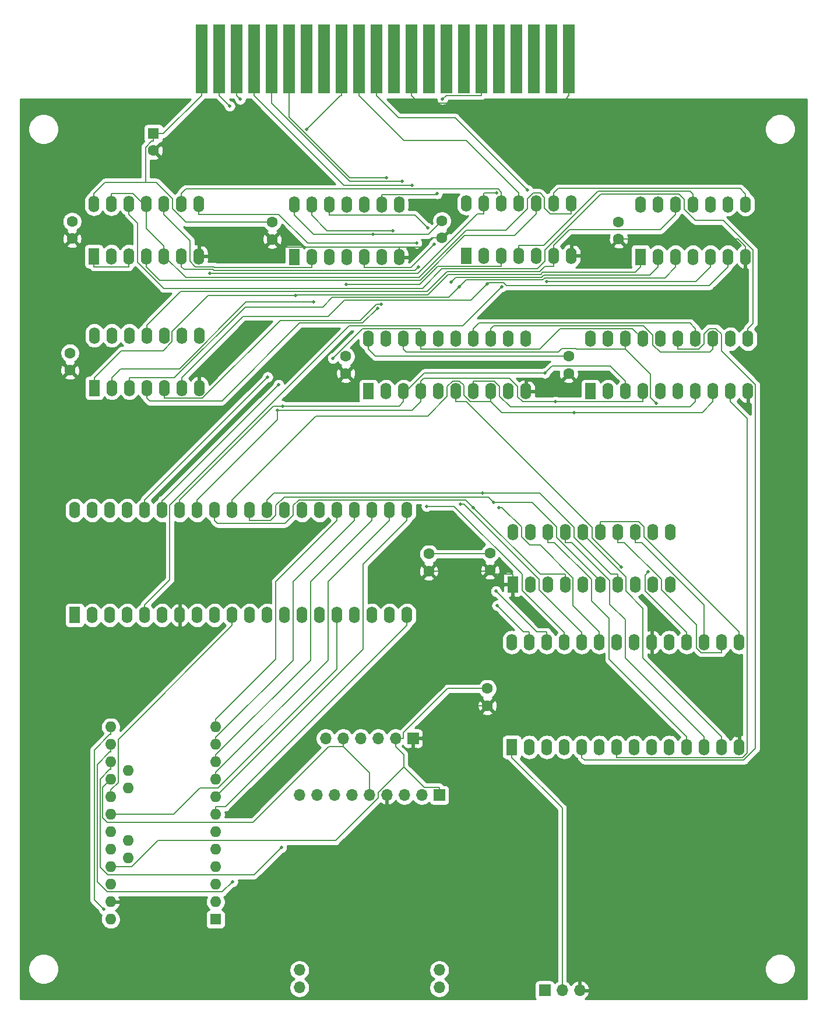
<source format=gbl>
G04 #@! TF.GenerationSoftware,KiCad,Pcbnew,(5.1.9)-1*
G04 #@! TF.CreationDate,2022-12-08T13:28:10+09:00*
G04 #@! TF.ProjectId,mz-2000,6d7a2d32-3030-4302-9e6b-696361645f70,rev?*
G04 #@! TF.SameCoordinates,PX20a6660PYbcc1c70*
G04 #@! TF.FileFunction,Copper,L2,Bot*
G04 #@! TF.FilePolarity,Positive*
%FSLAX46Y46*%
G04 Gerber Fmt 4.6, Leading zero omitted, Abs format (unit mm)*
G04 Created by KiCad (PCBNEW (5.1.9)-1) date 2022-12-08 13:28:10*
%MOMM*%
%LPD*%
G01*
G04 APERTURE LIST*
G04 #@! TA.AperFunction,ConnectorPad*
%ADD10R,1.780000X10.000000*%
G04 #@! TD*
G04 #@! TA.AperFunction,ComponentPad*
%ADD11C,1.600000*%
G04 #@! TD*
G04 #@! TA.AperFunction,ComponentPad*
%ADD12R,1.700000X1.700000*%
G04 #@! TD*
G04 #@! TA.AperFunction,ComponentPad*
%ADD13O,1.700000X1.700000*%
G04 #@! TD*
G04 #@! TA.AperFunction,ComponentPad*
%ADD14O,1.600000X2.400000*%
G04 #@! TD*
G04 #@! TA.AperFunction,ComponentPad*
%ADD15R,1.600000X2.400000*%
G04 #@! TD*
G04 #@! TA.AperFunction,ComponentPad*
%ADD16R,1.600000X1.600000*%
G04 #@! TD*
G04 #@! TA.AperFunction,ComponentPad*
%ADD17O,1.600000X1.600000*%
G04 #@! TD*
G04 #@! TA.AperFunction,ViaPad*
%ADD18C,0.500000*%
G04 #@! TD*
G04 #@! TA.AperFunction,Conductor*
%ADD19C,0.200000*%
G04 #@! TD*
G04 #@! TA.AperFunction,Conductor*
%ADD20C,0.254000*%
G04 #@! TD*
G04 #@! TA.AperFunction,Conductor*
%ADD21C,0.100000*%
G04 #@! TD*
G04 APERTURE END LIST*
D10*
X26940000Y137196000D03*
X29480000Y137196000D03*
X32020000Y137196000D03*
X34560000Y137196000D03*
X37100000Y137196000D03*
X39640000Y137196000D03*
X42180000Y137196000D03*
X44720000Y137196000D03*
X47260000Y137196000D03*
X49800000Y137196000D03*
X52340000Y137196000D03*
X54880000Y137196000D03*
X57420000Y137196000D03*
X59960000Y137196000D03*
X62500000Y137196000D03*
X65040000Y137196000D03*
X67580000Y137196000D03*
X70120000Y137196000D03*
X72660000Y137196000D03*
X75200000Y137196000D03*
X77740000Y137196000D03*
X80280000Y137196000D03*
D11*
X47895000Y93980000D03*
X47895000Y91480000D03*
X80280000Y91480000D03*
X80280000Y93980000D03*
X68469000Y45720000D03*
X68469000Y43220000D03*
X59960000Y62778000D03*
X59960000Y65278000D03*
X68850000Y62905000D03*
X68850000Y65405000D03*
X61865000Y113665000D03*
X61865000Y111165000D03*
X37215000Y110965000D03*
X37215000Y113465000D03*
X87544000Y113526000D03*
X87544000Y111026000D03*
X7825000Y91969000D03*
X7825000Y94469000D03*
X8132000Y113592000D03*
X8132000Y111092000D03*
D12*
X57674000Y38481000D03*
D13*
X55134000Y38481000D03*
X52594000Y38481000D03*
X50054000Y38481000D03*
X47514000Y38481000D03*
X44974000Y38481000D03*
X81880000Y1900000D03*
X79340000Y1900000D03*
D12*
X76800000Y1900000D03*
D14*
X65421000Y116205000D03*
X80661000Y108585000D03*
X67961000Y116205000D03*
X78121000Y108585000D03*
X70501000Y116205000D03*
X75581000Y108585000D03*
X73041000Y116205000D03*
X73041000Y108585000D03*
X75581000Y116205000D03*
X70501000Y108585000D03*
X78121000Y116205000D03*
X67961000Y108585000D03*
X80661000Y116205000D03*
D15*
X65421000Y108585000D03*
X40390000Y108385000D03*
D14*
X55630000Y116005000D03*
X42930000Y108385000D03*
X53090000Y116005000D03*
X45470000Y108385000D03*
X50550000Y116005000D03*
X48010000Y108385000D03*
X48010000Y116005000D03*
X50550000Y108385000D03*
X45470000Y116005000D03*
X53090000Y108385000D03*
X42930000Y116005000D03*
X55630000Y108385000D03*
X40390000Y116005000D03*
D15*
X90719000Y108446000D03*
D14*
X105959000Y116066000D03*
X93259000Y108446000D03*
X103419000Y116066000D03*
X95799000Y108446000D03*
X100879000Y116066000D03*
X98339000Y108446000D03*
X98339000Y116066000D03*
X100879000Y108446000D03*
X95799000Y116066000D03*
X103419000Y108446000D03*
X93259000Y116066000D03*
X105959000Y108446000D03*
X90719000Y116066000D03*
D15*
X11381000Y89389000D03*
D14*
X26621000Y97009000D03*
X13921000Y89389000D03*
X24081000Y97009000D03*
X16461000Y89389000D03*
X21541000Y97009000D03*
X19001000Y89389000D03*
X19001000Y97009000D03*
X21541000Y89389000D03*
X16461000Y97009000D03*
X24081000Y89389000D03*
X13921000Y97009000D03*
X26621000Y89389000D03*
X11381000Y97009000D03*
X11307000Y116132000D03*
X26547000Y108512000D03*
X13847000Y116132000D03*
X24007000Y108512000D03*
X16387000Y116132000D03*
X21467000Y108512000D03*
X18927000Y116132000D03*
X18927000Y108512000D03*
X21467000Y116132000D03*
X16387000Y108512000D03*
X24007000Y116132000D03*
X13847000Y108512000D03*
X26547000Y116132000D03*
D15*
X11307000Y108512000D03*
X51197000Y88900000D03*
D14*
X74057000Y96520000D03*
X53737000Y88900000D03*
X71517000Y96520000D03*
X56277000Y88900000D03*
X68977000Y96520000D03*
X58817000Y88900000D03*
X66437000Y96520000D03*
X61357000Y88900000D03*
X63897000Y96520000D03*
X63897000Y88900000D03*
X61357000Y96520000D03*
X66437000Y88900000D03*
X58817000Y96520000D03*
X68977000Y88900000D03*
X56277000Y96520000D03*
X71517000Y88900000D03*
X53737000Y96520000D03*
X74057000Y88900000D03*
X51197000Y96520000D03*
X83455000Y96520000D03*
X106315000Y88900000D03*
X85995000Y96520000D03*
X103775000Y88900000D03*
X88535000Y96520000D03*
X101235000Y88900000D03*
X91075000Y96520000D03*
X98695000Y88900000D03*
X93615000Y96520000D03*
X96155000Y88900000D03*
X96155000Y96520000D03*
X93615000Y88900000D03*
X98695000Y96520000D03*
X91075000Y88900000D03*
X101235000Y96520000D03*
X88535000Y88900000D03*
X103775000Y96520000D03*
X85995000Y88900000D03*
X106315000Y96520000D03*
D15*
X83455000Y88900000D03*
X72152000Y60833000D03*
D14*
X95012000Y68453000D03*
X74692000Y60833000D03*
X92472000Y68453000D03*
X77232000Y60833000D03*
X89932000Y68453000D03*
X79772000Y60833000D03*
X87392000Y68453000D03*
X82312000Y60833000D03*
X84852000Y68453000D03*
X84852000Y60833000D03*
X82312000Y68453000D03*
X87392000Y60833000D03*
X79772000Y68453000D03*
X89932000Y60833000D03*
X77232000Y68453000D03*
X92472000Y60833000D03*
X74692000Y68453000D03*
X95012000Y60833000D03*
X72152000Y68453000D03*
D15*
X72025000Y37211000D03*
D14*
X105045000Y52451000D03*
X74565000Y37211000D03*
X102505000Y52451000D03*
X77105000Y37211000D03*
X99965000Y52451000D03*
X79645000Y37211000D03*
X97425000Y52451000D03*
X82185000Y37211000D03*
X94885000Y52451000D03*
X84725000Y37211000D03*
X92345000Y52451000D03*
X87265000Y37211000D03*
X89805000Y52451000D03*
X89805000Y37211000D03*
X87265000Y52451000D03*
X92345000Y37211000D03*
X84725000Y52451000D03*
X94885000Y37211000D03*
X82185000Y52451000D03*
X97425000Y37211000D03*
X79645000Y52451000D03*
X99965000Y37211000D03*
X77105000Y52451000D03*
X102505000Y37211000D03*
X74565000Y52451000D03*
X105045000Y37211000D03*
X72025000Y52451000D03*
D15*
X8525000Y56388000D03*
D14*
X56785000Y71628000D03*
X11065000Y56388000D03*
X54245000Y71628000D03*
X13605000Y56388000D03*
X51705000Y71628000D03*
X16145000Y56388000D03*
X49165000Y71628000D03*
X18685000Y56388000D03*
X46625000Y71628000D03*
X21225000Y56388000D03*
X44085000Y71628000D03*
X23765000Y56388000D03*
X41545000Y71628000D03*
X26305000Y56388000D03*
X39005000Y71628000D03*
X28845000Y56388000D03*
X36465000Y71628000D03*
X31385000Y56388000D03*
X33925000Y71628000D03*
X33925000Y56388000D03*
X31385000Y71628000D03*
X36465000Y56388000D03*
X28845000Y71628000D03*
X39005000Y56388000D03*
X26305000Y71628000D03*
X41545000Y56388000D03*
X23765000Y71628000D03*
X44085000Y56388000D03*
X21225000Y71628000D03*
X46625000Y56388000D03*
X18685000Y71628000D03*
X49165000Y56388000D03*
X16145000Y71628000D03*
X51705000Y56388000D03*
X13605000Y71628000D03*
X54245000Y56388000D03*
X11065000Y71628000D03*
X56785000Y56388000D03*
X8525000Y71628000D03*
D12*
X61484000Y30226000D03*
D13*
X58944000Y30226000D03*
X56404000Y30226000D03*
X53864000Y30226000D03*
X51324000Y30226000D03*
X48784000Y30226000D03*
X46244000Y30226000D03*
X43704000Y30226000D03*
X41164000Y30226000D03*
X41164000Y2286000D03*
X41164000Y4826000D03*
X61484000Y2286000D03*
X61484000Y4826000D03*
D16*
X28972000Y12192000D03*
D17*
X28972000Y14732000D03*
X28972000Y17272000D03*
X13732000Y40132000D03*
X28972000Y19812000D03*
X13732000Y37592000D03*
X28972000Y22352000D03*
X13732000Y35052000D03*
X28972000Y24892000D03*
X13732000Y32512000D03*
X28972000Y27432000D03*
X13732000Y29972000D03*
X28972000Y29972000D03*
X13732000Y27432000D03*
X28972000Y32512000D03*
X13732000Y24892000D03*
X28972000Y35052000D03*
X13732000Y22352000D03*
X28972000Y37592000D03*
X13732000Y19812000D03*
X28972000Y40132000D03*
X13732000Y17272000D03*
X13732000Y14732000D03*
X13732000Y12192000D03*
X16272000Y21082000D03*
X16272000Y23622000D03*
X16272000Y31242000D03*
X16272000Y33782000D03*
D16*
X19955000Y126365000D03*
D11*
X19955000Y123865000D03*
D18*
X51820000Y111694000D03*
X80090500Y131362600D03*
X66437000Y72024300D03*
X37970000Y86154300D03*
X78343700Y87399700D03*
X76853500Y91558000D03*
X38705200Y86748100D03*
X40612100Y102860000D03*
X63181600Y104747000D03*
X64396800Y104097900D03*
X60751200Y110255500D03*
X77063800Y104832000D03*
X61171900Y117605400D03*
X47956800Y104429200D03*
X28157700Y106020200D03*
X69814300Y117705200D03*
X81042000Y85820000D03*
X31034700Y130341000D03*
X69400000Y72772200D03*
X32580500Y131335000D03*
X67762100Y74163500D03*
X57564000Y118847700D03*
X46023500Y93721400D03*
X56105200Y119400300D03*
X93034800Y87188300D03*
X53806700Y119965000D03*
X36545800Y90989100D03*
X42207000Y126994300D03*
X70594800Y104128700D03*
X74311000Y118150700D03*
X61953800Y131323900D03*
X38133500Y89872700D03*
X38534000Y22622200D03*
X31461600Y17667500D03*
X12760200Y13637700D03*
X68437600Y104476100D03*
X53001500Y101584900D03*
X43261200Y101863500D03*
X58484100Y106946200D03*
X58170700Y110436600D03*
X59633900Y72202300D03*
X64570000Y72479900D03*
X69733800Y59856400D03*
X87903800Y63394500D03*
X69875800Y57786100D03*
X70128400Y72004200D03*
X91855500Y62662900D03*
X59800500Y112632600D03*
X52526600Y100991600D03*
X54729900Y112252300D03*
D19*
X51820000Y111694000D02*
X43200700Y111694000D01*
X43200700Y111694000D02*
X40390000Y114504700D01*
X61865000Y113665000D02*
X59894000Y111694000D01*
X59894000Y111694000D02*
X51820000Y111694000D01*
X55134000Y38481000D02*
X56284300Y38481000D01*
X68469000Y45720000D02*
X62709800Y45720000D01*
X62709800Y45720000D02*
X56284300Y39294500D01*
X56284300Y39294500D02*
X56284300Y38481000D01*
X18807100Y119238900D02*
X20400900Y119238900D01*
X20400900Y119238900D02*
X22737000Y116902800D01*
X22737000Y116902800D02*
X22737000Y115404000D01*
X22737000Y115404000D02*
X24676000Y113465000D01*
X24676000Y113465000D02*
X37215000Y113465000D01*
X11307000Y117632300D02*
X12913600Y119238900D01*
X12913600Y119238900D02*
X18807100Y119238900D01*
X19955000Y125264700D02*
X19701100Y125264700D01*
X19701100Y125264700D02*
X18807100Y124370700D01*
X18807100Y124370700D02*
X18807100Y119238900D01*
X11307000Y116132000D02*
X11307000Y117632300D01*
X19955000Y126365000D02*
X19955000Y125264700D01*
X19955000Y126365000D02*
X21409300Y126365000D01*
X21409300Y126365000D02*
X26940000Y131895700D01*
X51197000Y95019700D02*
X52236700Y93980000D01*
X52236700Y93980000D02*
X80280000Y93980000D01*
X40390000Y116005000D02*
X40390000Y114504700D01*
X26940000Y137196000D02*
X26940000Y131895700D01*
X51197000Y96520000D02*
X51197000Y95019700D01*
X56327200Y34353500D02*
X52594000Y30620300D01*
X52594000Y30620300D02*
X52594000Y29801600D01*
X52594000Y29801600D02*
X46414400Y23622000D01*
X46414400Y23622000D02*
X20609200Y23622000D01*
X20609200Y23622000D02*
X16799200Y19812000D01*
X16799200Y19812000D02*
X13732000Y19812000D01*
X61484000Y31376300D02*
X59304400Y31376300D01*
X59304400Y31376300D02*
X56327200Y34353500D01*
X56327200Y34353500D02*
X56327200Y36137500D01*
X56327200Y36137500D02*
X55134000Y37330700D01*
X61484000Y30226000D02*
X61484000Y31376300D01*
X55134000Y38481000D02*
X55134000Y37330700D01*
X59960000Y65278000D02*
X68723000Y65278000D01*
X68723000Y65278000D02*
X68850000Y65405000D01*
X57420000Y137196000D02*
X57420000Y131895700D01*
X57420000Y131895700D02*
X58551900Y130763800D01*
X58551900Y130763800D02*
X79491700Y130763800D01*
X79491700Y130763800D02*
X80090500Y131362600D01*
X80280000Y137196000D02*
X80280000Y131895700D01*
X80280000Y131895700D02*
X80090500Y131706200D01*
X80090500Y131706200D02*
X80090500Y131362600D01*
X61865000Y111165000D02*
X60559600Y111165000D01*
X60559600Y111165000D02*
X59279900Y109885300D01*
X59279900Y109885300D02*
X55630000Y109885300D01*
X37215000Y110965000D02*
X38294700Y109885300D01*
X38294700Y109885300D02*
X55630000Y109885300D01*
X55630000Y108385000D02*
X55630000Y109885300D01*
X26547000Y110012300D02*
X36262300Y110012300D01*
X36262300Y110012300D02*
X37215000Y110965000D01*
X26547000Y108512000D02*
X26547000Y110012300D01*
X59960000Y62778000D02*
X68723000Y62778000D01*
X68723000Y62778000D02*
X68850000Y62905000D01*
X72152000Y62333300D02*
X69421700Y62333300D01*
X69421700Y62333300D02*
X68850000Y62905000D01*
X105045000Y37211000D02*
X105045000Y38711300D01*
X92345000Y52451000D02*
X92345000Y50950700D01*
X105045000Y38711300D02*
X104584400Y38711300D01*
X104584400Y38711300D02*
X92345000Y50950700D01*
X57674000Y38481000D02*
X58824300Y38481000D01*
X68469000Y43220000D02*
X63563300Y43220000D01*
X63563300Y43220000D02*
X58824300Y38481000D01*
X87544000Y111026000D02*
X104879300Y111026000D01*
X104879300Y111026000D02*
X105959000Y109946300D01*
X80661000Y108585000D02*
X80661000Y110085300D01*
X80661000Y110085300D02*
X86603300Y110085300D01*
X86603300Y110085300D02*
X87544000Y111026000D01*
X74057000Y90400300D02*
X79200300Y90400300D01*
X79200300Y90400300D02*
X80280000Y91480000D01*
X74057000Y88900000D02*
X74057000Y90400300D01*
X105959000Y108446000D02*
X105959000Y109946300D01*
X72152000Y60833000D02*
X72152000Y62333300D01*
X8132000Y111092000D02*
X5715000Y108675000D01*
X5715000Y94079000D02*
X7825000Y91969000D01*
X5715000Y108675000D02*
X5715000Y94079000D01*
X79772000Y62333300D02*
X76128000Y62333300D01*
X76128000Y62333300D02*
X66437000Y72024300D01*
X66437000Y90400300D02*
X69464600Y90400300D01*
X69464600Y90400300D02*
X70247000Y89617900D01*
X70247000Y89617900D02*
X70247000Y88213200D01*
X70247000Y88213200D02*
X71822200Y86638000D01*
X71822200Y86638000D02*
X97933300Y86638000D01*
X97933300Y86638000D02*
X98695000Y87399700D01*
X28845000Y70127700D02*
X29245300Y69727400D01*
X29245300Y69727400D02*
X39095900Y69727400D01*
X39095900Y69727400D02*
X40275000Y70906500D01*
X40275000Y70906500D02*
X40275000Y72338500D01*
X40275000Y72338500D02*
X41064800Y73128300D01*
X41064800Y73128300D02*
X65333000Y73128300D01*
X65333000Y73128300D02*
X66437000Y72024300D01*
X28845000Y71628000D02*
X28845000Y70127700D01*
X79772000Y60833000D02*
X79772000Y62333300D01*
X98695000Y88900000D02*
X98695000Y87399700D01*
X66437000Y88900000D02*
X66437000Y90400300D01*
X26305000Y73128300D02*
X37970000Y84793300D01*
X37970000Y84793300D02*
X37970000Y86154300D01*
X37970000Y86154300D02*
X57571600Y86154300D01*
X57571600Y86154300D02*
X58817000Y87399700D01*
X58817000Y88900000D02*
X58817000Y87399700D01*
X26305000Y71628000D02*
X26305000Y73128300D01*
X78343700Y87399700D02*
X73589800Y87399700D01*
X73589800Y87399700D02*
X72873400Y88116100D01*
X72873400Y88116100D02*
X72873400Y89579200D01*
X72873400Y89579200D02*
X71647200Y90805400D01*
X71647200Y90805400D02*
X59222100Y90805400D01*
X59222100Y90805400D02*
X58817000Y90400300D01*
X91075000Y87399700D02*
X78343700Y87399700D01*
X58817000Y88900000D02*
X58817000Y90400300D01*
X91075000Y88900000D02*
X91075000Y87399700D01*
X56277000Y88521700D02*
X59313300Y91558000D01*
X59313300Y91558000D02*
X76853500Y91558000D01*
X76853500Y91558000D02*
X77881600Y92586100D01*
X77881600Y92586100D02*
X86349200Y92586100D01*
X86349200Y92586100D02*
X88535000Y90400300D01*
X88535000Y88900000D02*
X88535000Y90400300D01*
X56277000Y88521700D02*
X56277000Y87399700D01*
X56277000Y88900000D02*
X56277000Y88521700D01*
X38705200Y86748100D02*
X37384800Y86748100D01*
X37384800Y86748100D02*
X23765000Y73128300D01*
X38705200Y86748100D02*
X55625400Y86748100D01*
X55625400Y86748100D02*
X56277000Y87399700D01*
X23765000Y71628000D02*
X23765000Y73128300D01*
X90719000Y106945700D02*
X89956200Y106182900D01*
X89956200Y106182900D02*
X76504300Y106182900D01*
X76504300Y106182900D02*
X76201300Y105879900D01*
X76201300Y105879900D02*
X62769000Y105879900D01*
X62769000Y105879900D02*
X59833100Y102944000D01*
X59833100Y102944000D02*
X40696100Y102944000D01*
X40696100Y102944000D02*
X40612100Y102860000D01*
X40612100Y102860000D02*
X27928100Y102860000D01*
X27928100Y102860000D02*
X22669400Y97601300D01*
X22669400Y97601300D02*
X22669400Y96118700D01*
X22669400Y96118700D02*
X21337700Y94787000D01*
X21337700Y94787000D02*
X15278700Y94787000D01*
X15278700Y94787000D02*
X11381000Y90889300D01*
X90719000Y108446000D02*
X90719000Y106945700D01*
X11381000Y89389000D02*
X11381000Y90889300D01*
X93259000Y106945700D02*
X92095900Y105782600D01*
X92095900Y105782600D02*
X76670100Y105782600D01*
X76670100Y105782600D02*
X76367100Y105479600D01*
X76367100Y105479600D02*
X63914200Y105479600D01*
X63914200Y105479600D02*
X63181600Y104747000D01*
X93259000Y108446000D02*
X93259000Y106945700D01*
X95799000Y106945700D02*
X94235600Y105382300D01*
X94235600Y105382300D02*
X76835900Y105382300D01*
X76835900Y105382300D02*
X76532900Y105079300D01*
X76532900Y105079300D02*
X65378200Y105079300D01*
X65378200Y105079300D02*
X64396800Y104097900D01*
X16461000Y90889300D02*
X23023800Y90889300D01*
X23023800Y90889300D02*
X33280700Y101146200D01*
X33280700Y101146200D02*
X44537100Y101146200D01*
X44537100Y101146200D02*
X45926600Y102535700D01*
X45926600Y102535700D02*
X62834600Y102535700D01*
X62834600Y102535700D02*
X64396800Y104097900D01*
X95799000Y108446000D02*
X95799000Y106945700D01*
X16461000Y89389000D02*
X16461000Y90889300D01*
X50550000Y106884700D02*
X57380400Y106884700D01*
X57380400Y106884700D02*
X60751200Y110255500D01*
X50550000Y108385000D02*
X50550000Y106884700D01*
X100879000Y106945700D02*
X98765300Y104832000D01*
X98765300Y104832000D02*
X77063800Y104832000D01*
X100879000Y108446000D02*
X100879000Y106945700D01*
X53090000Y116005000D02*
X53090000Y117505300D01*
X53090000Y117505300D02*
X61071800Y117505300D01*
X61071800Y117505300D02*
X61171900Y117605400D01*
X70501000Y108585000D02*
X70501000Y107084700D01*
X47956800Y104429200D02*
X58628000Y104429200D01*
X58628000Y104429200D02*
X61283500Y107084700D01*
X61283500Y107084700D02*
X70501000Y107084700D01*
X67961000Y114704700D02*
X67020900Y114704700D01*
X67020900Y114704700D02*
X58336400Y106020200D01*
X58336400Y106020200D02*
X28157700Y106020200D01*
X16387000Y108512000D02*
X16387000Y107011700D01*
X11307000Y108512000D02*
X11307000Y107011700D01*
X11307000Y107011700D02*
X16387000Y107011700D01*
X67961000Y116205000D02*
X67961000Y114704700D01*
X67961000Y117605200D02*
X68061000Y117705200D01*
X68061000Y117705200D02*
X69814300Y117705200D01*
X67961000Y116205000D02*
X67961000Y117605200D01*
X31385000Y71628000D02*
X31385000Y73128300D01*
X31385000Y73128300D02*
X43580000Y85323300D01*
X43580000Y85323300D02*
X59779200Y85323300D01*
X59779200Y85323300D02*
X62627000Y88171100D01*
X62627000Y88171100D02*
X62627000Y89591600D01*
X62627000Y89591600D02*
X63440400Y90405000D01*
X63440400Y90405000D02*
X64413500Y90405000D01*
X64413500Y90405000D02*
X65025400Y89793100D01*
X65025400Y89793100D02*
X65025400Y88337900D01*
X65025400Y88337900D02*
X65963600Y87399700D01*
X65963600Y87399700D02*
X68977000Y87399700D01*
X81042000Y85820000D02*
X70556700Y85820000D01*
X70556700Y85820000D02*
X68977000Y87399700D01*
X101235000Y87399700D02*
X99655300Y85820000D01*
X99655300Y85820000D02*
X81042000Y85820000D01*
X68977000Y88900000D02*
X68977000Y87399700D01*
X101235000Y88900000D02*
X101235000Y87399700D01*
X29480000Y131895700D02*
X31034700Y130341000D01*
X29480000Y137196000D02*
X29480000Y131895700D01*
X69400000Y72772200D02*
X74944900Y72772200D01*
X74944900Y72772200D02*
X78502000Y69215100D01*
X78502000Y69215100D02*
X78502000Y67647700D01*
X78502000Y67647700D02*
X84852000Y61297700D01*
X84852000Y61297700D02*
X84852000Y60833000D01*
X33925000Y71628000D02*
X33925000Y70127700D01*
X33925000Y70127700D02*
X36963700Y70127700D01*
X36963700Y70127700D02*
X37735000Y70899000D01*
X37735000Y70899000D02*
X37735000Y72346600D01*
X37735000Y72346600D02*
X38951400Y73563000D01*
X38951400Y73563000D02*
X68609200Y73563000D01*
X68609200Y73563000D02*
X69400000Y72772200D01*
X68977000Y96520000D02*
X68977000Y98020300D01*
X101235000Y95019700D02*
X100810500Y94595200D01*
X100810500Y94595200D02*
X93583700Y94595200D01*
X93583700Y94595200D02*
X92514700Y95664200D01*
X92514700Y95664200D02*
X92514700Y97072200D01*
X92514700Y97072200D02*
X91165300Y98421600D01*
X91165300Y98421600D02*
X69378300Y98421600D01*
X69378300Y98421600D02*
X68977000Y98020300D01*
X101235000Y96520000D02*
X101235000Y95019700D01*
X32020000Y137196000D02*
X32020000Y131895700D01*
X32580500Y131335000D02*
X32580500Y131335200D01*
X32580500Y131335200D02*
X32020000Y131895700D01*
X34560000Y131895700D02*
X47608000Y118847700D01*
X47608000Y118847700D02*
X57564000Y118847700D01*
X87392000Y60833000D02*
X87392000Y62333300D01*
X67762100Y74163500D02*
X76037900Y74163500D01*
X76037900Y74163500D02*
X81042000Y69159400D01*
X81042000Y69159400D02*
X81042000Y67705100D01*
X81042000Y67705100D02*
X86413800Y62333300D01*
X86413800Y62333300D02*
X87392000Y62333300D01*
X36465000Y73128300D02*
X37500200Y74163500D01*
X37500200Y74163500D02*
X67762100Y74163500D01*
X36465000Y71628000D02*
X36465000Y73128300D01*
X66437000Y98020300D02*
X67238600Y98821900D01*
X67238600Y98821900D02*
X97893400Y98821900D01*
X97893400Y98821900D02*
X98695000Y98020300D01*
X34560000Y137196000D02*
X34560000Y131895700D01*
X98695000Y96520000D02*
X98695000Y98020300D01*
X66437000Y96520000D02*
X66437000Y98020300D01*
X37100000Y131895700D02*
X37100000Y130735900D01*
X37100000Y130735900D02*
X48435600Y119400300D01*
X48435600Y119400300D02*
X56105200Y119400300D01*
X58817000Y98020300D02*
X50322400Y98020300D01*
X50322400Y98020300D02*
X46023500Y93721400D01*
X58817000Y96520000D02*
X58817000Y98020300D01*
X58817000Y96520000D02*
X58817000Y95019700D01*
X91075000Y96520000D02*
X89573800Y98021200D01*
X89573800Y98021200D02*
X79072900Y98021200D01*
X79072900Y98021200D02*
X76071400Y95019700D01*
X76071400Y95019700D02*
X58817000Y95019700D01*
X37100000Y137196000D02*
X37100000Y131895700D01*
X88535000Y95019700D02*
X92175400Y91379300D01*
X92175400Y91379300D02*
X92175400Y88047700D01*
X92175400Y88047700D02*
X93034800Y87188300D01*
X56277000Y95019700D02*
X56719900Y94576800D01*
X56719900Y94576800D02*
X78793800Y94576800D01*
X78793800Y94576800D02*
X79303700Y95086700D01*
X79303700Y95086700D02*
X81313300Y95086700D01*
X81313300Y95086700D02*
X81380300Y95019700D01*
X81380300Y95019700D02*
X88535000Y95019700D01*
X39640000Y137196000D02*
X39640000Y131895700D01*
X39640000Y131895700D02*
X39640000Y128762000D01*
X39640000Y128762000D02*
X48437000Y119965000D01*
X48437000Y119965000D02*
X53806700Y119965000D01*
X88535000Y96520000D02*
X88535000Y95019700D01*
X56277000Y96520000D02*
X56277000Y95019700D01*
X18685000Y73128300D02*
X36545800Y90989100D01*
X18685000Y71628000D02*
X18685000Y73128300D01*
X47260000Y131895700D02*
X47108400Y131895700D01*
X47108400Y131895700D02*
X42207000Y126994300D01*
X47260000Y137196000D02*
X47260000Y131895700D01*
X49800000Y131895700D02*
X56343800Y125351900D01*
X56343800Y125351900D02*
X65394400Y125351900D01*
X65394400Y125351900D02*
X73041000Y117705300D01*
X18685000Y57888300D02*
X22325400Y61528700D01*
X22325400Y61528700D02*
X22325400Y72324800D01*
X22325400Y72324800D02*
X48421300Y98420700D01*
X48421300Y98420700D02*
X64886800Y98420700D01*
X64886800Y98420700D02*
X70594800Y104128700D01*
X49800000Y137196000D02*
X49800000Y131895700D01*
X73041000Y116205000D02*
X73041000Y117705300D01*
X18685000Y56388000D02*
X18685000Y57888300D01*
X52340000Y137196000D02*
X52340000Y131895700D01*
X52340000Y131895700D02*
X55553300Y128682400D01*
X55553300Y128682400D02*
X63779300Y128682400D01*
X63779300Y128682400D02*
X74311000Y118150700D01*
X67580000Y131895700D02*
X62525600Y131895700D01*
X62525600Y131895700D02*
X61953800Y131323900D01*
X67580000Y137196000D02*
X67580000Y131895700D01*
X21225000Y71628000D02*
X21225000Y73128300D01*
X21225000Y73128300D02*
X21389100Y73128300D01*
X21389100Y73128300D02*
X38133500Y89872700D01*
X13732000Y35052000D02*
X13732000Y33951700D01*
X13732000Y33951700D02*
X13594500Y33951700D01*
X13594500Y33951700D02*
X12199000Y32556200D01*
X12199000Y32556200D02*
X12199000Y19767000D01*
X12199000Y19767000D02*
X13319100Y18646900D01*
X13319100Y18646900D02*
X34558700Y18646900D01*
X34558700Y18646900D02*
X38534000Y22622200D01*
X13732000Y36491700D02*
X13594500Y36491700D01*
X13594500Y36491700D02*
X11798600Y34695800D01*
X11798600Y34695800D02*
X11798600Y17646400D01*
X11798600Y17646400D02*
X13274800Y16170200D01*
X13274800Y16170200D02*
X29964300Y16170200D01*
X29964300Y16170200D02*
X31461600Y17667500D01*
X13732000Y37592000D02*
X13732000Y36491700D01*
X47514000Y37330700D02*
X45450700Y37330700D01*
X45450700Y37330700D02*
X34434000Y26314000D01*
X34434000Y26314000D02*
X13220700Y26314000D01*
X13220700Y26314000D02*
X12599400Y26935300D01*
X12599400Y26935300D02*
X12599400Y31379400D01*
X12599400Y31379400D02*
X13732000Y32512000D01*
X51324000Y30226000D02*
X51324000Y33520700D01*
X51324000Y33520700D02*
X47514000Y37330700D01*
X47514000Y38481000D02*
X47514000Y37330700D01*
X13732000Y39031700D02*
X13594500Y39031700D01*
X13594500Y39031700D02*
X11383500Y36820700D01*
X11383500Y36820700D02*
X11383500Y15014400D01*
X11383500Y15014400D02*
X12760200Y13637700D01*
X13732000Y40132000D02*
X13732000Y39031700D01*
X72025000Y37211000D02*
X72025000Y35710700D01*
X72025000Y35710700D02*
X79340000Y28395700D01*
X79340000Y28395700D02*
X79340000Y1900000D01*
X78121000Y107084700D02*
X76840000Y107084700D01*
X76840000Y107084700D02*
X76035500Y106280200D01*
X76035500Y106280200D02*
X62603200Y106280200D01*
X62603200Y106280200D02*
X59733300Y103410300D01*
X59733300Y103410300D02*
X23902000Y103410300D01*
X23902000Y103410300D02*
X19001000Y98509300D01*
X78121000Y108585000D02*
X78121000Y107084700D01*
X19001000Y97009000D02*
X19001000Y98509300D01*
X78121000Y108585000D02*
X78121000Y110085300D01*
X95799000Y116066000D02*
X95799000Y114565700D01*
X95799000Y114565700D02*
X93628300Y112395000D01*
X93628300Y112395000D02*
X80430700Y112395000D01*
X80430700Y112395000D02*
X78121000Y110085300D01*
X70501000Y117705300D02*
X70501000Y117833500D01*
X70501000Y117833500D02*
X70041200Y118293300D01*
X70041200Y118293300D02*
X24668000Y118293300D01*
X24668000Y118293300D02*
X24007000Y117632300D01*
X24007000Y116132000D02*
X24007000Y117632300D01*
X70501000Y116205000D02*
X70501000Y117705300D01*
X98339000Y117566300D02*
X97938700Y117966600D01*
X97938700Y117966600D02*
X84526600Y117966600D01*
X84526600Y117966600D02*
X76645300Y110085300D01*
X76645300Y110085300D02*
X73041000Y110085300D01*
X73041000Y108585000D02*
X73041000Y110085300D01*
X98339000Y116066000D02*
X98339000Y117566300D01*
X75581000Y116205000D02*
X75581000Y114704700D01*
X18927000Y108512000D02*
X18927000Y107011700D01*
X18927000Y107011700D02*
X20891000Y105047700D01*
X20891000Y105047700D02*
X58680200Y105047700D01*
X58680200Y105047700D02*
X65145300Y111512800D01*
X65145300Y111512800D02*
X72389100Y111512800D01*
X72389100Y111512800D02*
X75581000Y114704700D01*
X68437600Y104476100D02*
X68640500Y104679000D01*
X68640500Y104679000D02*
X70822800Y104679000D01*
X70822800Y104679000D02*
X71261800Y104240000D01*
X71261800Y104240000D02*
X100713300Y104240000D01*
X100713300Y104240000D02*
X103419000Y106945700D01*
X24081000Y90889300D02*
X33004900Y99813200D01*
X33004900Y99813200D02*
X45345800Y99813200D01*
X45345800Y99813200D02*
X47667900Y102135300D01*
X47667900Y102135300D02*
X66096800Y102135300D01*
X66096800Y102135300D02*
X68437600Y104476100D01*
X103419000Y108446000D02*
X103419000Y106945700D01*
X24081000Y89389000D02*
X24081000Y90889300D01*
X80661000Y114704700D02*
X77608500Y114704700D01*
X77608500Y114704700D02*
X76764600Y115548600D01*
X76764600Y115548600D02*
X76764600Y117076100D01*
X76764600Y117076100D02*
X76122000Y117718700D01*
X76122000Y117718700D02*
X75132000Y117718700D01*
X75132000Y117718700D02*
X74311000Y116897700D01*
X74311000Y116897700D02*
X74311000Y115476200D01*
X74311000Y115476200D02*
X71161600Y112326800D01*
X71161600Y112326800D02*
X65393000Y112326800D01*
X65393000Y112326800D02*
X58514300Y105448100D01*
X58514300Y105448100D02*
X24639300Y105448100D01*
X24639300Y105448100D02*
X21467000Y108620400D01*
X13847000Y116132000D02*
X13847000Y117632300D01*
X18927000Y115698500D02*
X16993200Y117632300D01*
X16993200Y117632300D02*
X13847000Y117632300D01*
X18927000Y115698500D02*
X18927000Y114731800D01*
X18927000Y116132000D02*
X18927000Y115698500D01*
X80661000Y116205000D02*
X80661000Y114704700D01*
X21467000Y108620400D02*
X21467000Y110012300D01*
X21467000Y108512000D02*
X21467000Y108620400D01*
X18927000Y114731800D02*
X18927000Y112552300D01*
X18927000Y112552300D02*
X21467000Y110012300D01*
X21541000Y87888700D02*
X27077000Y87888700D01*
X27077000Y87888700D02*
X38409700Y99221400D01*
X38409700Y99221400D02*
X49973100Y99221400D01*
X49973100Y99221400D02*
X52336600Y101584900D01*
X52336600Y101584900D02*
X53001500Y101584900D01*
X21541000Y89389000D02*
X21541000Y87888700D01*
X21467000Y116132000D02*
X21467000Y114631700D01*
X42930000Y108385000D02*
X42930000Y106884700D01*
X42930000Y106884700D02*
X28849700Y106884700D01*
X28849700Y106884700D02*
X28722700Y107011700D01*
X28722700Y107011700D02*
X26048300Y107011700D01*
X26048300Y107011700D02*
X25277000Y107783000D01*
X25277000Y107783000D02*
X25277000Y110821700D01*
X25277000Y110821700D02*
X21467000Y114631700D01*
X13921000Y89389000D02*
X13921000Y90889300D01*
X13921000Y90889300D02*
X15192500Y92160800D01*
X15192500Y92160800D02*
X23728900Y92160800D01*
X23728900Y92160800D02*
X33431600Y101863500D01*
X33431600Y101863500D02*
X43261200Y101863500D01*
X58484100Y106946200D02*
X57974900Y106437000D01*
X57974900Y106437000D02*
X28731300Y106437000D01*
X28731300Y106437000D02*
X28556900Y106611400D01*
X28556900Y106611400D02*
X24407300Y106611400D01*
X24407300Y106611400D02*
X24007000Y107011700D01*
X24007000Y108512000D02*
X24007000Y107011700D01*
X106315000Y98020300D02*
X107060200Y98765500D01*
X107060200Y98765500D02*
X107060200Y109411400D01*
X107060200Y109411400D02*
X102727600Y113744000D01*
X102727600Y113744000D02*
X98672700Y113744000D01*
X98672700Y113744000D02*
X97069000Y115347700D01*
X97069000Y115347700D02*
X97069000Y116777700D01*
X97069000Y116777700D02*
X96280400Y117566300D01*
X96280400Y117566300D02*
X85004300Y117566300D01*
X85004300Y117566300D02*
X76851000Y109413000D01*
X76851000Y109413000D02*
X76851000Y107816900D01*
X76851000Y107816900D02*
X75714600Y106680500D01*
X75714600Y106680500D02*
X61871300Y106680500D01*
X61871300Y106680500D02*
X59066900Y103876100D01*
X59066900Y103876100D02*
X21433000Y103876100D01*
X21433000Y103876100D02*
X17657000Y107652100D01*
X17657000Y107652100D02*
X17657000Y113361700D01*
X17657000Y113361700D02*
X16387000Y114631700D01*
X16387000Y116132000D02*
X16387000Y114631700D01*
X106315000Y96520000D02*
X106315000Y98020300D01*
X26547000Y114631700D02*
X38158500Y114631700D01*
X38158500Y114631700D02*
X42353600Y110436600D01*
X42353600Y110436600D02*
X58170700Y110436600D01*
X26547000Y116132000D02*
X26547000Y114631700D01*
X79645000Y52451000D02*
X79645000Y53951300D01*
X79645000Y53951300D02*
X79551200Y53951300D01*
X79551200Y53951300D02*
X73523800Y59978700D01*
X73523800Y59978700D02*
X73523800Y62317400D01*
X73523800Y62317400D02*
X63638900Y72202300D01*
X63638900Y72202300D02*
X59633900Y72202300D01*
X82185000Y52451000D02*
X82185000Y53951300D01*
X82185000Y53951300D02*
X82091200Y53951300D01*
X82091200Y53951300D02*
X75962000Y60080500D01*
X75962000Y60080500D02*
X75962000Y61561700D01*
X75962000Y61561700D02*
X65043800Y72479900D01*
X65043800Y72479900D02*
X64570000Y72479900D01*
X77105000Y52451000D02*
X77105000Y53951300D01*
X77105000Y53951300D02*
X75638900Y53951300D01*
X75638900Y53951300D02*
X69733800Y59856400D01*
X63897000Y88900000D02*
X63897000Y87399700D01*
X87903800Y63394500D02*
X83668400Y67629900D01*
X83668400Y67629900D02*
X83668400Y69128600D01*
X83668400Y69128600D02*
X65397300Y87399700D01*
X65397300Y87399700D02*
X63897000Y87399700D01*
X74565000Y52451000D02*
X74565000Y53951300D01*
X74565000Y53951300D02*
X73710600Y53951300D01*
X73710600Y53951300D02*
X69875800Y57786100D01*
X84725000Y52451000D02*
X84725000Y53951300D01*
X84725000Y53951300D02*
X80884700Y57791600D01*
X80884700Y57791600D02*
X80884700Y61794700D01*
X80884700Y61794700D02*
X76128600Y66550800D01*
X76128600Y66550800D02*
X74632500Y66550800D01*
X74632500Y66550800D02*
X73422000Y67761300D01*
X73422000Y67761300D02*
X73422000Y69176700D01*
X73422000Y69176700D02*
X70594500Y72004200D01*
X70594500Y72004200D02*
X70128400Y72004200D01*
X103775000Y88900000D02*
X103775000Y87399700D01*
X87265000Y37211000D02*
X87265000Y35710700D01*
X87265000Y35710700D02*
X105500900Y35710700D01*
X105500900Y35710700D02*
X106178500Y36388300D01*
X106178500Y36388300D02*
X106178500Y84996200D01*
X106178500Y84996200D02*
X103775000Y87399700D01*
X82185000Y35710700D02*
X82586400Y35309300D01*
X82586400Y35309300D02*
X105737300Y35309300D01*
X105737300Y35309300D02*
X107432700Y37004700D01*
X107432700Y37004700D02*
X107432700Y89861500D01*
X107432700Y89861500D02*
X102505000Y94789200D01*
X102505000Y94789200D02*
X102505000Y97213600D01*
X102505000Y97213600D02*
X101678400Y98040200D01*
X101678400Y98040200D02*
X100726800Y98040200D01*
X100726800Y98040200D02*
X99965000Y97278400D01*
X99965000Y97278400D02*
X99965000Y95822300D01*
X99965000Y95822300D02*
X99162400Y95019700D01*
X99162400Y95019700D02*
X96155000Y95019700D01*
X96155000Y96520000D02*
X96155000Y95019700D01*
X82185000Y37211000D02*
X82185000Y35710700D01*
X97425000Y52451000D02*
X97425000Y53951300D01*
X97425000Y53951300D02*
X97331200Y53951300D01*
X97331200Y53951300D02*
X91371600Y59910900D01*
X91371600Y59910900D02*
X91371600Y62179000D01*
X91371600Y62179000D02*
X91855500Y62662900D01*
X89932000Y68453000D02*
X89932000Y66952700D01*
X99965000Y52451000D02*
X99965000Y57897800D01*
X99965000Y57897800D02*
X90910100Y66952700D01*
X90910100Y66952700D02*
X89932000Y66952700D01*
X102505000Y50950700D02*
X99499900Y50950700D01*
X99499900Y50950700D02*
X98847100Y51603500D01*
X98847100Y51603500D02*
X98847100Y54950900D01*
X98847100Y54950900D02*
X93742000Y60056000D01*
X93742000Y60056000D02*
X93742000Y61595100D01*
X93742000Y61595100D02*
X88384400Y66952700D01*
X88384400Y66952700D02*
X87392000Y66952700D01*
X87392000Y68453000D02*
X87392000Y66952700D01*
X102505000Y52451000D02*
X102505000Y50950700D01*
X105045000Y53951300D02*
X105009300Y53951300D01*
X105009300Y53951300D02*
X91202000Y67758600D01*
X91202000Y67758600D02*
X91202000Y69178200D01*
X91202000Y69178200D02*
X90426900Y69953300D01*
X90426900Y69953300D02*
X84852000Y69953300D01*
X84852000Y68453000D02*
X84852000Y69953300D01*
X105045000Y52451000D02*
X105045000Y53951300D01*
X82312000Y68453000D02*
X82312000Y68208100D01*
X82312000Y68208100D02*
X88591500Y61928600D01*
X88591500Y61928600D02*
X88591500Y59879400D01*
X88591500Y59879400D02*
X91075000Y57395900D01*
X91075000Y57395900D02*
X91075000Y50141300D01*
X91075000Y50141300D02*
X102505000Y38711300D01*
X102505000Y37211000D02*
X102505000Y38711300D01*
X79772000Y66952700D02*
X80704100Y66952700D01*
X80704100Y66952700D02*
X86257000Y61399800D01*
X86257000Y61399800D02*
X86257000Y57990500D01*
X86257000Y57990500D02*
X88535000Y55712500D01*
X88535000Y55712500D02*
X88535000Y50141300D01*
X88535000Y50141300D02*
X99965000Y38711300D01*
X79772000Y68453000D02*
X79772000Y66952700D01*
X99965000Y37211000D02*
X99965000Y38711300D01*
X77232000Y66952700D02*
X78202100Y66952700D01*
X78202100Y66952700D02*
X83582000Y61572800D01*
X83582000Y61572800D02*
X83582000Y58478700D01*
X83582000Y58478700D02*
X86164600Y55896100D01*
X86164600Y55896100D02*
X86164600Y49971700D01*
X86164600Y49971700D02*
X97425000Y38711300D01*
X77232000Y68453000D02*
X77232000Y66952700D01*
X97425000Y37211000D02*
X97425000Y38711300D01*
X56785000Y71628000D02*
X56785000Y70127700D01*
X28972000Y29972000D02*
X50435000Y51435000D01*
X50435000Y51435000D02*
X50435000Y63777700D01*
X50435000Y63777700D02*
X56785000Y70127700D01*
X54245000Y71628000D02*
X54245000Y70127700D01*
X28972000Y32512000D02*
X28972000Y33612300D01*
X28972000Y33612300D02*
X29109500Y33612300D01*
X29109500Y33612300D02*
X45355000Y49857800D01*
X45355000Y49857800D02*
X45355000Y61237700D01*
X45355000Y61237700D02*
X54245000Y70127700D01*
X51705000Y71628000D02*
X51705000Y70127700D01*
X28972000Y35052000D02*
X28972000Y36152300D01*
X28972000Y36152300D02*
X29109500Y36152300D01*
X29109500Y36152300D02*
X42815000Y49857800D01*
X42815000Y49857800D02*
X42815000Y61237700D01*
X42815000Y61237700D02*
X51705000Y70127700D01*
X49165000Y71628000D02*
X49165000Y70127700D01*
X28972000Y37592000D02*
X28972000Y38692300D01*
X28972000Y38692300D02*
X29109500Y38692300D01*
X29109500Y38692300D02*
X40275000Y49857800D01*
X40275000Y49857800D02*
X40275000Y61237700D01*
X40275000Y61237700D02*
X49165000Y70127700D01*
X46625000Y70127700D02*
X37735000Y61237700D01*
X37735000Y61237700D02*
X37735000Y49995300D01*
X37735000Y49995300D02*
X28972000Y41232300D01*
X46625000Y71628000D02*
X46625000Y70127700D01*
X28972000Y40132000D02*
X28972000Y41232300D01*
X31385000Y56388000D02*
X31385000Y54887700D01*
X13732000Y29972000D02*
X13732000Y31072300D01*
X13732000Y31072300D02*
X13869700Y31072300D01*
X13869700Y31072300D02*
X14832300Y32034900D01*
X14832300Y32034900D02*
X14832300Y38335000D01*
X14832300Y38335000D02*
X31385000Y54887700D01*
X13732000Y27432000D02*
X22920700Y27432000D01*
X22920700Y27432000D02*
X26730700Y31242000D01*
X26730700Y31242000D02*
X29299600Y31242000D01*
X29299600Y31242000D02*
X46625000Y48567400D01*
X46625000Y48567400D02*
X46625000Y56388000D01*
X56785000Y56388000D02*
X56785000Y54887700D01*
X28972000Y27432000D02*
X28972000Y28532300D01*
X28972000Y28532300D02*
X30429600Y28532300D01*
X30429600Y28532300D02*
X56785000Y54887700D01*
X105959000Y117566300D02*
X105158400Y118366900D01*
X105158400Y118366900D02*
X78782600Y118366900D01*
X78782600Y118366900D02*
X78121000Y117705300D01*
X78121000Y116205000D02*
X78121000Y117705300D01*
X105959000Y116066000D02*
X105959000Y117566300D01*
X45470000Y114504700D02*
X57928400Y114504700D01*
X57928400Y114504700D02*
X59800500Y112632600D01*
X45470000Y116005000D02*
X45470000Y114504700D01*
X19001000Y87888700D02*
X19401300Y87488400D01*
X19401300Y87488400D02*
X29898200Y87488400D01*
X29898200Y87488400D02*
X41230900Y98821100D01*
X41230900Y98821100D02*
X50356100Y98821100D01*
X50356100Y98821100D02*
X52526600Y100991600D01*
X19001000Y89389000D02*
X19001000Y87888700D01*
X54729900Y112252300D02*
X45182400Y112252300D01*
X45182400Y112252300D02*
X42930000Y114504700D01*
X42930000Y116005000D02*
X42930000Y114504700D01*
D20*
X21360685Y127355831D02*
X21344502Y127409180D01*
X21285537Y127519494D01*
X21206185Y127616185D01*
X21109494Y127695537D01*
X20999180Y127754502D01*
X20879482Y127790812D01*
X20755000Y127803072D01*
X19155000Y127803072D01*
X19030518Y127790812D01*
X18910820Y127754502D01*
X18800506Y127695537D01*
X18703815Y127616185D01*
X18624463Y127519494D01*
X18565498Y127409180D01*
X18529188Y127289482D01*
X18516928Y127165000D01*
X18516928Y125565000D01*
X18529188Y125440518D01*
X18565498Y125320820D01*
X18618540Y125221587D01*
X18312908Y124915954D01*
X18284862Y124892937D01*
X18193013Y124781019D01*
X18124763Y124653332D01*
X18112633Y124613344D01*
X18082735Y124514785D01*
X18068544Y124370700D01*
X18072100Y124334595D01*
X18072101Y119973900D01*
X12949705Y119973900D01*
X12913600Y119977456D01*
X12769515Y119963265D01*
X12630966Y119921237D01*
X12580934Y119894494D01*
X12503280Y119852987D01*
X12391362Y119761138D01*
X12368346Y119733093D01*
X10812808Y118177554D01*
X10784763Y118154538D01*
X10692914Y118042620D01*
X10652281Y117966600D01*
X10624664Y117914933D01*
X10582635Y117776385D01*
X10582174Y117771702D01*
X10505899Y117730932D01*
X10287392Y117551607D01*
X10108068Y117333100D01*
X9974818Y117083807D01*
X9892764Y116813308D01*
X9872000Y116602491D01*
X9872000Y115661508D01*
X9892764Y115450691D01*
X9974818Y115180192D01*
X10108068Y114930899D01*
X10287393Y114712392D01*
X10505900Y114533068D01*
X10755193Y114399818D01*
X11025692Y114317764D01*
X11307000Y114290057D01*
X11588309Y114317764D01*
X11858808Y114399818D01*
X12108101Y114533068D01*
X12326608Y114712392D01*
X12505932Y114930899D01*
X12577000Y115063858D01*
X12648068Y114930899D01*
X12827393Y114712392D01*
X13045900Y114533068D01*
X13295193Y114399818D01*
X13565692Y114317764D01*
X13847000Y114290057D01*
X14128309Y114317764D01*
X14398808Y114399818D01*
X14648101Y114533068D01*
X14866608Y114712392D01*
X15045932Y114930899D01*
X15117000Y115063858D01*
X15188068Y114930899D01*
X15367393Y114712392D01*
X15585900Y114533068D01*
X15662174Y114492299D01*
X15662635Y114487615D01*
X15700420Y114363057D01*
X15704664Y114349067D01*
X15772914Y114221380D01*
X15864763Y114109462D01*
X15892808Y114086446D01*
X16922001Y113057252D01*
X16922000Y110249280D01*
X16668308Y110326236D01*
X16387000Y110353943D01*
X16105691Y110326236D01*
X15835192Y110244182D01*
X15585899Y110110932D01*
X15367392Y109931607D01*
X15188068Y109713100D01*
X15117000Y109580142D01*
X15045932Y109713101D01*
X14866607Y109931608D01*
X14648100Y110110932D01*
X14398807Y110244182D01*
X14128308Y110326236D01*
X13847000Y110353943D01*
X13565691Y110326236D01*
X13295192Y110244182D01*
X13045899Y110110932D01*
X12827392Y109931607D01*
X12734581Y109818517D01*
X12732812Y109836482D01*
X12696502Y109956180D01*
X12637537Y110066494D01*
X12558185Y110163185D01*
X12461494Y110242537D01*
X12351180Y110301502D01*
X12231482Y110337812D01*
X12107000Y110350072D01*
X10507000Y110350072D01*
X10382518Y110337812D01*
X10262820Y110301502D01*
X10152506Y110242537D01*
X10055815Y110163185D01*
X9976463Y110066494D01*
X9917498Y109956180D01*
X9881188Y109836482D01*
X9868928Y109712000D01*
X9868928Y107312000D01*
X9881188Y107187518D01*
X9917498Y107067820D01*
X9976463Y106957506D01*
X10055815Y106860815D01*
X10152506Y106781463D01*
X10262820Y106722498D01*
X10382518Y106686188D01*
X10507000Y106673928D01*
X10654135Y106673928D01*
X10692913Y106601380D01*
X10784762Y106489462D01*
X10896680Y106397613D01*
X11024367Y106329363D01*
X11162915Y106287335D01*
X11270895Y106276700D01*
X11307000Y106273144D01*
X11343105Y106276700D01*
X16350895Y106276700D01*
X16387000Y106273144D01*
X16423105Y106276700D01*
X16531085Y106287335D01*
X16669633Y106329363D01*
X16797320Y106397613D01*
X16909238Y106489462D01*
X17001087Y106601380D01*
X17069337Y106729067D01*
X17111365Y106867615D01*
X17111826Y106872298D01*
X17188101Y106913068D01*
X17280641Y106989013D01*
X20887746Y103381907D01*
X20910762Y103353862D01*
X21022680Y103262013D01*
X21150367Y103193763D01*
X21288915Y103151735D01*
X21396895Y103141100D01*
X21396904Y103141100D01*
X21432999Y103137545D01*
X21469094Y103141100D01*
X22593353Y103141100D01*
X18506808Y99054554D01*
X18478763Y99031538D01*
X18386914Y98919620D01*
X18339556Y98831019D01*
X18318664Y98791933D01*
X18276635Y98653385D01*
X18276174Y98648702D01*
X18199899Y98607932D01*
X17981392Y98428607D01*
X17802068Y98210100D01*
X17731000Y98077142D01*
X17659932Y98210101D01*
X17480607Y98428608D01*
X17262100Y98607932D01*
X17012807Y98741182D01*
X16742308Y98823236D01*
X16461000Y98850943D01*
X16179691Y98823236D01*
X15909192Y98741182D01*
X15659899Y98607932D01*
X15441392Y98428607D01*
X15262068Y98210100D01*
X15191000Y98077142D01*
X15119932Y98210101D01*
X14940607Y98428608D01*
X14722100Y98607932D01*
X14472807Y98741182D01*
X14202308Y98823236D01*
X13921000Y98850943D01*
X13639691Y98823236D01*
X13369192Y98741182D01*
X13119899Y98607932D01*
X12901392Y98428607D01*
X12722068Y98210100D01*
X12651000Y98077142D01*
X12579932Y98210101D01*
X12400607Y98428608D01*
X12182100Y98607932D01*
X11932807Y98741182D01*
X11662308Y98823236D01*
X11381000Y98850943D01*
X11099691Y98823236D01*
X10829192Y98741182D01*
X10579899Y98607932D01*
X10361392Y98428607D01*
X10182068Y98210100D01*
X10048818Y97960807D01*
X9966764Y97690308D01*
X9946000Y97479491D01*
X9946000Y96538508D01*
X9966764Y96327691D01*
X10048818Y96057192D01*
X10182068Y95807899D01*
X10361393Y95589392D01*
X10579900Y95410068D01*
X10829193Y95276818D01*
X11099692Y95194764D01*
X11381000Y95167057D01*
X11662309Y95194764D01*
X11932808Y95276818D01*
X12182101Y95410068D01*
X12400608Y95589392D01*
X12579932Y95807899D01*
X12651000Y95940858D01*
X12722068Y95807899D01*
X12901393Y95589392D01*
X13119900Y95410068D01*
X13369193Y95276818D01*
X13639692Y95194764D01*
X13921000Y95167057D01*
X14202309Y95194764D01*
X14472808Y95276818D01*
X14722101Y95410068D01*
X14940608Y95589392D01*
X15119932Y95807899D01*
X15191000Y95940858D01*
X15262068Y95807899D01*
X15441393Y95589392D01*
X15523510Y95522000D01*
X15314794Y95522000D01*
X15278699Y95525555D01*
X15242604Y95522000D01*
X15242595Y95522000D01*
X15134615Y95511365D01*
X14996067Y95469337D01*
X14868380Y95401087D01*
X14756462Y95309238D01*
X14733446Y95281193D01*
X10886808Y91434554D01*
X10858763Y91411538D01*
X10766914Y91299620D01*
X10728136Y91227072D01*
X10581000Y91227072D01*
X10456518Y91214812D01*
X10336820Y91178502D01*
X10226506Y91119537D01*
X10129815Y91040185D01*
X10050463Y90943494D01*
X9991498Y90833180D01*
X9955188Y90713482D01*
X9942928Y90589000D01*
X9942928Y88189000D01*
X9955188Y88064518D01*
X9991498Y87944820D01*
X10050463Y87834506D01*
X10129815Y87737815D01*
X10226506Y87658463D01*
X10336820Y87599498D01*
X10456518Y87563188D01*
X10581000Y87550928D01*
X12181000Y87550928D01*
X12305482Y87563188D01*
X12425180Y87599498D01*
X12535494Y87658463D01*
X12632185Y87737815D01*
X12711537Y87834506D01*
X12770502Y87944820D01*
X12806812Y88064518D01*
X12808581Y88082483D01*
X12901393Y87969392D01*
X13119900Y87790068D01*
X13369193Y87656818D01*
X13639692Y87574764D01*
X13921000Y87547057D01*
X14202309Y87574764D01*
X14472808Y87656818D01*
X14722101Y87790068D01*
X14940608Y87969392D01*
X15119932Y88187899D01*
X15191000Y88320858D01*
X15262068Y88187899D01*
X15441393Y87969392D01*
X15659900Y87790068D01*
X15909193Y87656818D01*
X16179692Y87574764D01*
X16461000Y87547057D01*
X16742309Y87574764D01*
X17012808Y87656818D01*
X17262101Y87790068D01*
X17480608Y87969392D01*
X17659932Y88187899D01*
X17731000Y88320858D01*
X17802068Y88187899D01*
X17981393Y87969392D01*
X18199900Y87790068D01*
X18276174Y87749299D01*
X18276635Y87744615D01*
X18316399Y87613535D01*
X18318664Y87606067D01*
X18386914Y87478380D01*
X18478763Y87366462D01*
X18506807Y87343447D01*
X18856041Y86994213D01*
X18879062Y86966162D01*
X18990980Y86874313D01*
X19028147Y86854447D01*
X19118666Y86806063D01*
X19257215Y86764035D01*
X19401300Y86749844D01*
X19437405Y86753400D01*
X29862095Y86753400D01*
X29898200Y86749844D01*
X29934305Y86753400D01*
X30042285Y86764035D01*
X30180833Y86806063D01*
X30308520Y86874313D01*
X30420438Y86966162D01*
X30443459Y86994213D01*
X41535347Y98086100D01*
X47047253Y98086100D01*
X39002327Y90041173D01*
X38984490Y90130845D01*
X38917777Y90291905D01*
X38820924Y90436855D01*
X38697655Y90560124D01*
X38552705Y90656977D01*
X38391645Y90723690D01*
X38220665Y90757700D01*
X38046335Y90757700D01*
X37875355Y90723690D01*
X37714295Y90656977D01*
X37569345Y90560124D01*
X37446076Y90436855D01*
X37349223Y90291905D01*
X37282510Y90130845D01*
X37265206Y90043853D01*
X21071016Y73849662D01*
X20942367Y73810637D01*
X20814680Y73742387D01*
X20702762Y73650538D01*
X20610913Y73538620D01*
X20542663Y73410933D01*
X20500635Y73272385D01*
X20500174Y73267702D01*
X20423899Y73226932D01*
X20205392Y73047607D01*
X20026068Y72829100D01*
X19955000Y72696142D01*
X19883932Y72829101D01*
X19704607Y73047608D01*
X19671184Y73075038D01*
X36716953Y90120806D01*
X36803945Y90138110D01*
X36965005Y90204823D01*
X37109955Y90301676D01*
X37233224Y90424945D01*
X37330077Y90569895D01*
X37396790Y90730955D01*
X37430800Y90901935D01*
X37430800Y91076265D01*
X37396790Y91247245D01*
X37330077Y91408305D01*
X37233224Y91553255D01*
X37109955Y91676524D01*
X36965005Y91773377D01*
X36803945Y91840090D01*
X36632965Y91874100D01*
X36458635Y91874100D01*
X36287655Y91840090D01*
X36126595Y91773377D01*
X35981645Y91676524D01*
X35858376Y91553255D01*
X35761523Y91408305D01*
X35694810Y91247245D01*
X35677506Y91160253D01*
X18190808Y73673554D01*
X18162763Y73650538D01*
X18070914Y73538620D01*
X18028690Y73459624D01*
X18002664Y73410933D01*
X17960635Y73272385D01*
X17960174Y73267702D01*
X17883899Y73226932D01*
X17665392Y73047607D01*
X17486068Y72829100D01*
X17415000Y72696142D01*
X17343932Y72829101D01*
X17164607Y73047608D01*
X16946100Y73226932D01*
X16696807Y73360182D01*
X16426308Y73442236D01*
X16145000Y73469943D01*
X15863691Y73442236D01*
X15593192Y73360182D01*
X15343899Y73226932D01*
X15125392Y73047607D01*
X14946068Y72829100D01*
X14875000Y72696142D01*
X14803932Y72829101D01*
X14624607Y73047608D01*
X14406100Y73226932D01*
X14156807Y73360182D01*
X13886308Y73442236D01*
X13605000Y73469943D01*
X13323691Y73442236D01*
X13053192Y73360182D01*
X12803899Y73226932D01*
X12585392Y73047607D01*
X12406068Y72829100D01*
X12335000Y72696142D01*
X12263932Y72829101D01*
X12084607Y73047608D01*
X11866100Y73226932D01*
X11616807Y73360182D01*
X11346308Y73442236D01*
X11065000Y73469943D01*
X10783691Y73442236D01*
X10513192Y73360182D01*
X10263899Y73226932D01*
X10045392Y73047607D01*
X9866068Y72829100D01*
X9795000Y72696142D01*
X9723932Y72829101D01*
X9544607Y73047608D01*
X9326100Y73226932D01*
X9076807Y73360182D01*
X8806308Y73442236D01*
X8525000Y73469943D01*
X8243691Y73442236D01*
X7973192Y73360182D01*
X7723899Y73226932D01*
X7505392Y73047607D01*
X7326068Y72829100D01*
X7192818Y72579807D01*
X7110764Y72309308D01*
X7090000Y72098491D01*
X7090000Y71157508D01*
X7110764Y70946691D01*
X7192818Y70676192D01*
X7326068Y70426899D01*
X7505393Y70208392D01*
X7723900Y70029068D01*
X7973193Y69895818D01*
X8243692Y69813764D01*
X8525000Y69786057D01*
X8806309Y69813764D01*
X9076808Y69895818D01*
X9326101Y70029068D01*
X9544608Y70208392D01*
X9723932Y70426899D01*
X9795000Y70559858D01*
X9866068Y70426899D01*
X10045393Y70208392D01*
X10263900Y70029068D01*
X10513193Y69895818D01*
X10783692Y69813764D01*
X11065000Y69786057D01*
X11346309Y69813764D01*
X11616808Y69895818D01*
X11866101Y70029068D01*
X12084608Y70208392D01*
X12263932Y70426899D01*
X12335000Y70559858D01*
X12406068Y70426899D01*
X12585393Y70208392D01*
X12803900Y70029068D01*
X13053193Y69895818D01*
X13323692Y69813764D01*
X13605000Y69786057D01*
X13886309Y69813764D01*
X14156808Y69895818D01*
X14406101Y70029068D01*
X14624608Y70208392D01*
X14803932Y70426899D01*
X14875000Y70559858D01*
X14946068Y70426899D01*
X15125393Y70208392D01*
X15343900Y70029068D01*
X15593193Y69895818D01*
X15863692Y69813764D01*
X16145000Y69786057D01*
X16426309Y69813764D01*
X16696808Y69895818D01*
X16946101Y70029068D01*
X17164608Y70208392D01*
X17343932Y70426899D01*
X17415000Y70559858D01*
X17486068Y70426899D01*
X17665393Y70208392D01*
X17883900Y70029068D01*
X18133193Y69895818D01*
X18403692Y69813764D01*
X18685000Y69786057D01*
X18966309Y69813764D01*
X19236808Y69895818D01*
X19486101Y70029068D01*
X19704608Y70208392D01*
X19883932Y70426899D01*
X19955000Y70559858D01*
X20026068Y70426899D01*
X20205393Y70208392D01*
X20423900Y70029068D01*
X20673193Y69895818D01*
X20943692Y69813764D01*
X21225000Y69786057D01*
X21506309Y69813764D01*
X21590401Y69839273D01*
X21590400Y61833147D01*
X18190808Y58433554D01*
X18162763Y58410538D01*
X18070914Y58298620D01*
X18025583Y58213812D01*
X18002664Y58170933D01*
X17960635Y58032385D01*
X17960174Y58027702D01*
X17883899Y57986932D01*
X17665392Y57807607D01*
X17486068Y57589100D01*
X17415000Y57456142D01*
X17343932Y57589101D01*
X17164607Y57807608D01*
X16946100Y57986932D01*
X16696807Y58120182D01*
X16426308Y58202236D01*
X16145000Y58229943D01*
X15863691Y58202236D01*
X15593192Y58120182D01*
X15343899Y57986932D01*
X15125392Y57807607D01*
X14946068Y57589100D01*
X14875000Y57456142D01*
X14803932Y57589101D01*
X14624607Y57807608D01*
X14406100Y57986932D01*
X14156807Y58120182D01*
X13886308Y58202236D01*
X13605000Y58229943D01*
X13323691Y58202236D01*
X13053192Y58120182D01*
X12803899Y57986932D01*
X12585392Y57807607D01*
X12406068Y57589100D01*
X12335000Y57456142D01*
X12263932Y57589101D01*
X12084607Y57807608D01*
X11866100Y57986932D01*
X11616807Y58120182D01*
X11346308Y58202236D01*
X11065000Y58229943D01*
X10783691Y58202236D01*
X10513192Y58120182D01*
X10263899Y57986932D01*
X10045392Y57807607D01*
X9952581Y57694517D01*
X9950812Y57712482D01*
X9914502Y57832180D01*
X9855537Y57942494D01*
X9776185Y58039185D01*
X9679494Y58118537D01*
X9569180Y58177502D01*
X9449482Y58213812D01*
X9325000Y58226072D01*
X7725000Y58226072D01*
X7600518Y58213812D01*
X7480820Y58177502D01*
X7370506Y58118537D01*
X7273815Y58039185D01*
X7194463Y57942494D01*
X7135498Y57832180D01*
X7099188Y57712482D01*
X7086928Y57588000D01*
X7086928Y55188000D01*
X7099188Y55063518D01*
X7135498Y54943820D01*
X7194463Y54833506D01*
X7273815Y54736815D01*
X7370506Y54657463D01*
X7480820Y54598498D01*
X7600518Y54562188D01*
X7725000Y54549928D01*
X9325000Y54549928D01*
X9449482Y54562188D01*
X9569180Y54598498D01*
X9679494Y54657463D01*
X9776185Y54736815D01*
X9855537Y54833506D01*
X9914502Y54943820D01*
X9950812Y55063518D01*
X9952581Y55081483D01*
X10045393Y54968392D01*
X10263900Y54789068D01*
X10513193Y54655818D01*
X10783692Y54573764D01*
X11065000Y54546057D01*
X11346309Y54573764D01*
X11616808Y54655818D01*
X11866101Y54789068D01*
X12084608Y54968392D01*
X12263932Y55186899D01*
X12335000Y55319858D01*
X12406068Y55186899D01*
X12585393Y54968392D01*
X12803900Y54789068D01*
X13053193Y54655818D01*
X13323692Y54573764D01*
X13605000Y54546057D01*
X13886309Y54573764D01*
X14156808Y54655818D01*
X14406101Y54789068D01*
X14624608Y54968392D01*
X14803932Y55186899D01*
X14875000Y55319858D01*
X14946068Y55186899D01*
X15125393Y54968392D01*
X15343900Y54789068D01*
X15593193Y54655818D01*
X15863692Y54573764D01*
X16145000Y54546057D01*
X16426309Y54573764D01*
X16696808Y54655818D01*
X16946101Y54789068D01*
X17164608Y54968392D01*
X17343932Y55186899D01*
X17415000Y55319858D01*
X17486068Y55186899D01*
X17665393Y54968392D01*
X17883900Y54789068D01*
X18133193Y54655818D01*
X18403692Y54573764D01*
X18685000Y54546057D01*
X18966309Y54573764D01*
X19236808Y54655818D01*
X19486101Y54789068D01*
X19704608Y54968392D01*
X19883932Y55186899D01*
X19955000Y55319858D01*
X20026068Y55186899D01*
X20205393Y54968392D01*
X20423900Y54789068D01*
X20673193Y54655818D01*
X20943692Y54573764D01*
X21225000Y54546057D01*
X21506309Y54573764D01*
X21776808Y54655818D01*
X22026101Y54789068D01*
X22244608Y54968392D01*
X22423932Y55186899D01*
X22492265Y55314741D01*
X22642399Y55085161D01*
X22840105Y54883500D01*
X23073354Y54724285D01*
X23333182Y54613633D01*
X23415961Y54596096D01*
X23638000Y54718085D01*
X23638000Y56261000D01*
X23618000Y56261000D01*
X23618000Y56515000D01*
X23638000Y56515000D01*
X23638000Y58057915D01*
X23415961Y58179904D01*
X23333182Y58162367D01*
X23073354Y58051715D01*
X22840105Y57892500D01*
X22642399Y57690839D01*
X22492265Y57461259D01*
X22423932Y57589101D01*
X22244607Y57807608D01*
X22026100Y57986932D01*
X21776807Y58120182D01*
X21506308Y58202236D01*
X21225000Y58229943D01*
X20943691Y58202236D01*
X20673192Y58120182D01*
X20423899Y57986932D01*
X20205392Y57807607D01*
X20026068Y57589100D01*
X19955000Y57456142D01*
X19883932Y57589101D01*
X19704607Y57807608D01*
X19671184Y57835038D01*
X22819597Y60983450D01*
X22847637Y61006462D01*
X22870650Y61034503D01*
X22870653Y61034506D01*
X22902131Y61072862D01*
X22939487Y61118380D01*
X23007737Y61246067D01*
X23042298Y61360000D01*
X23049765Y61384614D01*
X23063956Y61528699D01*
X23060400Y61564804D01*
X23060400Y69977488D01*
X23213193Y69895818D01*
X23483692Y69813764D01*
X23765000Y69786057D01*
X24046309Y69813764D01*
X24316808Y69895818D01*
X24566101Y70029068D01*
X24784608Y70208392D01*
X24963932Y70426899D01*
X25035000Y70559858D01*
X25106068Y70426899D01*
X25285393Y70208392D01*
X25503900Y70029068D01*
X25753193Y69895818D01*
X26023692Y69813764D01*
X26305000Y69786057D01*
X26586309Y69813764D01*
X26856808Y69895818D01*
X27106101Y70029068D01*
X27324608Y70208392D01*
X27503932Y70426899D01*
X27575000Y70559858D01*
X27646068Y70426899D01*
X27825393Y70208392D01*
X28043900Y70029068D01*
X28120174Y69988299D01*
X28120635Y69983615D01*
X28154310Y69872607D01*
X28162664Y69845067D01*
X28230914Y69717380D01*
X28322763Y69605462D01*
X28350807Y69582447D01*
X28700041Y69233213D01*
X28723062Y69205162D01*
X28834980Y69113313D01*
X28898824Y69079188D01*
X28962666Y69045063D01*
X29101215Y69003035D01*
X29245300Y68988844D01*
X29281405Y68992400D01*
X39059795Y68992400D01*
X39095900Y68988844D01*
X39132005Y68992400D01*
X39239985Y69003035D01*
X39378533Y69045063D01*
X39506220Y69113313D01*
X39618138Y69205162D01*
X39641158Y69233212D01*
X40575345Y70167398D01*
X40743900Y70029068D01*
X40993193Y69895818D01*
X41263692Y69813764D01*
X41545000Y69786057D01*
X41826309Y69813764D01*
X42096808Y69895818D01*
X42346101Y70029068D01*
X42564608Y70208392D01*
X42743932Y70426899D01*
X42815000Y70559858D01*
X42886068Y70426899D01*
X43065393Y70208392D01*
X43283900Y70029068D01*
X43533193Y69895818D01*
X43803692Y69813764D01*
X44085000Y69786057D01*
X44366309Y69813764D01*
X44636808Y69895818D01*
X44886101Y70029068D01*
X45104608Y70208392D01*
X45283932Y70426899D01*
X45355000Y70559858D01*
X45426068Y70426899D01*
X45605393Y70208392D01*
X45638816Y70180963D01*
X37240808Y61782954D01*
X37212762Y61759937D01*
X37120913Y61648019D01*
X37052663Y61520332D01*
X37028836Y61441785D01*
X37010635Y61381785D01*
X36996444Y61237700D01*
X37000000Y61201595D01*
X37000000Y58125280D01*
X36746308Y58202236D01*
X36465000Y58229943D01*
X36183691Y58202236D01*
X35913192Y58120182D01*
X35663899Y57986932D01*
X35445392Y57807607D01*
X35266068Y57589100D01*
X35195000Y57456142D01*
X35123932Y57589101D01*
X34944607Y57807608D01*
X34726100Y57986932D01*
X34476807Y58120182D01*
X34206308Y58202236D01*
X33925000Y58229943D01*
X33643691Y58202236D01*
X33373192Y58120182D01*
X33123899Y57986932D01*
X32905392Y57807607D01*
X32726068Y57589100D01*
X32655000Y57456142D01*
X32583932Y57589101D01*
X32404607Y57807608D01*
X32186100Y57986932D01*
X31936807Y58120182D01*
X31666308Y58202236D01*
X31385000Y58229943D01*
X31103691Y58202236D01*
X30833192Y58120182D01*
X30583899Y57986932D01*
X30365392Y57807607D01*
X30186068Y57589100D01*
X30115000Y57456142D01*
X30043932Y57589101D01*
X29864607Y57807608D01*
X29646100Y57986932D01*
X29396807Y58120182D01*
X29126308Y58202236D01*
X28845000Y58229943D01*
X28563691Y58202236D01*
X28293192Y58120182D01*
X28043899Y57986932D01*
X27825392Y57807607D01*
X27646068Y57589100D01*
X27575000Y57456142D01*
X27503932Y57589101D01*
X27324607Y57807608D01*
X27106100Y57986932D01*
X26856807Y58120182D01*
X26586308Y58202236D01*
X26305000Y58229943D01*
X26023691Y58202236D01*
X25753192Y58120182D01*
X25503899Y57986932D01*
X25285392Y57807607D01*
X25106068Y57589100D01*
X25037735Y57461258D01*
X24887601Y57690839D01*
X24689895Y57892500D01*
X24456646Y58051715D01*
X24196818Y58162367D01*
X24114039Y58179904D01*
X23892000Y58057915D01*
X23892000Y56515000D01*
X23912000Y56515000D01*
X23912000Y56261000D01*
X23892000Y56261000D01*
X23892000Y54718085D01*
X24114039Y54596096D01*
X24196818Y54613633D01*
X24456646Y54724285D01*
X24689895Y54883500D01*
X24887601Y55085161D01*
X25037735Y55314741D01*
X25106068Y55186899D01*
X25285393Y54968392D01*
X25503900Y54789068D01*
X25753193Y54655818D01*
X26023692Y54573764D01*
X26305000Y54546057D01*
X26586309Y54573764D01*
X26856808Y54655818D01*
X27106101Y54789068D01*
X27324608Y54968392D01*
X27503932Y55186899D01*
X27575000Y55319858D01*
X27646068Y55186899D01*
X27825393Y54968392D01*
X28043900Y54789068D01*
X28293193Y54655818D01*
X28563692Y54573764D01*
X28845000Y54546057D01*
X29126309Y54573764D01*
X29396808Y54655818D01*
X29646101Y54789068D01*
X29864608Y54968392D01*
X30043932Y55186899D01*
X30115000Y55319858D01*
X30186068Y55186899D01*
X30365393Y54968392D01*
X30398816Y54940963D01*
X15069832Y39611978D01*
X15111853Y39713426D01*
X15167000Y39990665D01*
X15167000Y40273335D01*
X15111853Y40550574D01*
X15003680Y40811727D01*
X14846637Y41046759D01*
X14646759Y41246637D01*
X14411727Y41403680D01*
X14150574Y41511853D01*
X13873335Y41567000D01*
X13590665Y41567000D01*
X13313426Y41511853D01*
X13052273Y41403680D01*
X12817241Y41246637D01*
X12617363Y41046759D01*
X12460320Y40811727D01*
X12352147Y40550574D01*
X12297000Y40273335D01*
X12297000Y39990665D01*
X12352147Y39713426D01*
X12460320Y39452273D01*
X12617363Y39217241D01*
X12678979Y39155625D01*
X10889308Y37365954D01*
X10861262Y37342937D01*
X10769413Y37231019D01*
X10701163Y37103332D01*
X10682406Y37041498D01*
X10659135Y36964785D01*
X10644944Y36820700D01*
X10648500Y36784595D01*
X10648501Y15050515D01*
X10644944Y15014400D01*
X10659135Y14870315D01*
X10701164Y14731767D01*
X10769414Y14604080D01*
X10861263Y14492162D01*
X10889308Y14469146D01*
X11891906Y13466547D01*
X11909210Y13379555D01*
X11975923Y13218495D01*
X12072776Y13073545D01*
X12196045Y12950276D01*
X12340995Y12853423D01*
X12436374Y12813916D01*
X12352147Y12610574D01*
X12297000Y12333335D01*
X12297000Y12050665D01*
X12352147Y11773426D01*
X12460320Y11512273D01*
X12617363Y11277241D01*
X12817241Y11077363D01*
X13052273Y10920320D01*
X13313426Y10812147D01*
X13590665Y10757000D01*
X13873335Y10757000D01*
X14150574Y10812147D01*
X14411727Y10920320D01*
X14646759Y11077363D01*
X14846637Y11277241D01*
X15003680Y11512273D01*
X15111853Y11773426D01*
X15167000Y12050665D01*
X15167000Y12333335D01*
X15111853Y12610574D01*
X15003680Y12871727D01*
X14846637Y13106759D01*
X14646759Y13306637D01*
X14411727Y13463680D01*
X14401135Y13468067D01*
X14587131Y13579615D01*
X14795519Y13768586D01*
X14963037Y13994580D01*
X15083246Y14248913D01*
X15123904Y14382961D01*
X15001915Y14605000D01*
X13859000Y14605000D01*
X13859000Y14585000D01*
X13605000Y14585000D01*
X13605000Y14605000D01*
X13585000Y14605000D01*
X13585000Y14859000D01*
X13605000Y14859000D01*
X13605000Y14879000D01*
X13859000Y14879000D01*
X13859000Y14859000D01*
X15001915Y14859000D01*
X15123904Y15081039D01*
X15083246Y15215087D01*
X14979211Y15435200D01*
X27716004Y15435200D01*
X27700320Y15411727D01*
X27592147Y15150574D01*
X27537000Y14873335D01*
X27537000Y14590665D01*
X27592147Y14313426D01*
X27700320Y14052273D01*
X27857363Y13817241D01*
X28055961Y13618643D01*
X28047518Y13617812D01*
X27927820Y13581502D01*
X27817506Y13522537D01*
X27720815Y13443185D01*
X27641463Y13346494D01*
X27582498Y13236180D01*
X27546188Y13116482D01*
X27533928Y12992000D01*
X27533928Y11392000D01*
X27546188Y11267518D01*
X27582498Y11147820D01*
X27641463Y11037506D01*
X27720815Y10940815D01*
X27817506Y10861463D01*
X27927820Y10802498D01*
X28047518Y10766188D01*
X28172000Y10753928D01*
X29772000Y10753928D01*
X29896482Y10766188D01*
X30016180Y10802498D01*
X30126494Y10861463D01*
X30223185Y10940815D01*
X30302537Y11037506D01*
X30361502Y11147820D01*
X30397812Y11267518D01*
X30410072Y11392000D01*
X30410072Y12992000D01*
X30397812Y13116482D01*
X30361502Y13236180D01*
X30302537Y13346494D01*
X30223185Y13443185D01*
X30126494Y13522537D01*
X30016180Y13581502D01*
X29896482Y13617812D01*
X29888039Y13618643D01*
X30086637Y13817241D01*
X30243680Y14052273D01*
X30351853Y14313426D01*
X30407000Y14590665D01*
X30407000Y14873335D01*
X30351853Y15150574D01*
X30243680Y15411727D01*
X30201929Y15474211D01*
X30246933Y15487863D01*
X30374620Y15556113D01*
X30486538Y15647962D01*
X30509558Y15676012D01*
X31632753Y16799206D01*
X31719745Y16816510D01*
X31880805Y16883223D01*
X32025755Y16980076D01*
X32149024Y17103345D01*
X32245877Y17248295D01*
X32312590Y17409355D01*
X32346600Y17580335D01*
X32346600Y17754665D01*
X32315324Y17911900D01*
X34522595Y17911900D01*
X34558700Y17908344D01*
X34594805Y17911900D01*
X34702785Y17922535D01*
X34841333Y17964563D01*
X34969020Y18032813D01*
X35080938Y18124662D01*
X35103959Y18152713D01*
X38705153Y21753906D01*
X38792145Y21771210D01*
X38953205Y21837923D01*
X39098155Y21934776D01*
X39221424Y22058045D01*
X39318277Y22202995D01*
X39384990Y22364055D01*
X39419000Y22535035D01*
X39419000Y22709365D01*
X39384990Y22880345D01*
X39382233Y22887000D01*
X46378295Y22887000D01*
X46414400Y22883444D01*
X46450505Y22887000D01*
X46558485Y22897635D01*
X46697033Y22939663D01*
X46824720Y23007913D01*
X46936638Y23099762D01*
X46959659Y23127813D01*
X52919020Y29087173D01*
X53097080Y28954359D01*
X53359901Y28829175D01*
X53507110Y28784524D01*
X53737000Y28905845D01*
X53737000Y30099000D01*
X53717000Y30099000D01*
X53717000Y30353000D01*
X53737000Y30353000D01*
X53737000Y30373000D01*
X53991000Y30373000D01*
X53991000Y30353000D01*
X54011000Y30353000D01*
X54011000Y30099000D01*
X53991000Y30099000D01*
X53991000Y28905845D01*
X54220890Y28784524D01*
X54368099Y28829175D01*
X54630920Y28954359D01*
X54864269Y29128412D01*
X55059178Y29344645D01*
X55128805Y29461534D01*
X55250525Y29279368D01*
X55457368Y29072525D01*
X55700589Y28910010D01*
X55970842Y28798068D01*
X56257740Y28741000D01*
X56550260Y28741000D01*
X56837158Y28798068D01*
X57107411Y28910010D01*
X57350632Y29072525D01*
X57557475Y29279368D01*
X57674000Y29453760D01*
X57790525Y29279368D01*
X57997368Y29072525D01*
X58240589Y28910010D01*
X58510842Y28798068D01*
X58797740Y28741000D01*
X59090260Y28741000D01*
X59377158Y28798068D01*
X59647411Y28910010D01*
X59890632Y29072525D01*
X60022487Y29204380D01*
X60044498Y29131820D01*
X60103463Y29021506D01*
X60182815Y28924815D01*
X60279506Y28845463D01*
X60389820Y28786498D01*
X60509518Y28750188D01*
X60634000Y28737928D01*
X62334000Y28737928D01*
X62458482Y28750188D01*
X62578180Y28786498D01*
X62688494Y28845463D01*
X62785185Y28924815D01*
X62864537Y29021506D01*
X62923502Y29131820D01*
X62959812Y29251518D01*
X62972072Y29376000D01*
X62972072Y31076000D01*
X62959812Y31200482D01*
X62923502Y31320180D01*
X62864537Y31430494D01*
X62785185Y31527185D01*
X62688494Y31606537D01*
X62578180Y31665502D01*
X62458482Y31701812D01*
X62334000Y31714072D01*
X62136865Y31714072D01*
X62098087Y31786620D01*
X62006238Y31898538D01*
X61894320Y31990387D01*
X61766633Y32058637D01*
X61628085Y32100665D01*
X61520105Y32111300D01*
X61484000Y32114856D01*
X61447895Y32111300D01*
X59608847Y32111300D01*
X57062200Y34657946D01*
X57062200Y36101395D01*
X57065756Y36137500D01*
X57051565Y36281585D01*
X57009537Y36420134D01*
X56941287Y36547820D01*
X56872453Y36631694D01*
X56849438Y36659738D01*
X56821393Y36682754D01*
X56128627Y37375520D01*
X56212487Y37459380D01*
X56234498Y37386820D01*
X56293463Y37276506D01*
X56372815Y37179815D01*
X56469506Y37100463D01*
X56579820Y37041498D01*
X56699518Y37005188D01*
X56824000Y36992928D01*
X57388250Y36996000D01*
X57547000Y37154750D01*
X57547000Y38354000D01*
X57801000Y38354000D01*
X57801000Y37154750D01*
X57959750Y36996000D01*
X58524000Y36992928D01*
X58648482Y37005188D01*
X58768180Y37041498D01*
X58878494Y37100463D01*
X58975185Y37179815D01*
X59054537Y37276506D01*
X59113502Y37386820D01*
X59149812Y37506518D01*
X59162072Y37631000D01*
X59159000Y38195250D01*
X59000250Y38354000D01*
X57801000Y38354000D01*
X57547000Y38354000D01*
X57527000Y38354000D01*
X57527000Y38608000D01*
X57547000Y38608000D01*
X57547000Y38628000D01*
X57801000Y38628000D01*
X57801000Y38608000D01*
X59000250Y38608000D01*
X59159000Y38766750D01*
X59162072Y39331000D01*
X59149812Y39455482D01*
X59113502Y39575180D01*
X59054537Y39685494D01*
X58975185Y39782185D01*
X58878494Y39861537D01*
X58768180Y39920502D01*
X58648482Y39956812D01*
X58524000Y39969072D01*
X57995441Y39966194D01*
X60256545Y42227298D01*
X67655903Y42227298D01*
X67727486Y41983329D01*
X67982996Y41862429D01*
X68257184Y41793700D01*
X68539512Y41779783D01*
X68819130Y41821213D01*
X69085292Y41916397D01*
X69210514Y41983329D01*
X69282097Y42227298D01*
X68469000Y43040395D01*
X67655903Y42227298D01*
X60256545Y42227298D01*
X61178735Y43149488D01*
X67028783Y43149488D01*
X67070213Y42869870D01*
X67165397Y42603708D01*
X67232329Y42478486D01*
X67476298Y42406903D01*
X68289395Y43220000D01*
X68648605Y43220000D01*
X69461702Y42406903D01*
X69705671Y42478486D01*
X69826571Y42733996D01*
X69895300Y43008184D01*
X69909217Y43290512D01*
X69867787Y43570130D01*
X69772603Y43836292D01*
X69705671Y43961514D01*
X69461702Y44033097D01*
X68648605Y43220000D01*
X68289395Y43220000D01*
X67476298Y44033097D01*
X67232329Y43961514D01*
X67111429Y43706004D01*
X67042700Y43431816D01*
X67028783Y43149488D01*
X61178735Y43149488D01*
X63014247Y44985000D01*
X67234252Y44985000D01*
X67354363Y44805241D01*
X67554241Y44605363D01*
X67754869Y44471308D01*
X67727486Y44456671D01*
X67655903Y44212702D01*
X68469000Y43399605D01*
X69282097Y44212702D01*
X69210514Y44456671D01*
X69181659Y44470324D01*
X69383759Y44605363D01*
X69583637Y44805241D01*
X69740680Y45040273D01*
X69848853Y45301426D01*
X69904000Y45578665D01*
X69904000Y45861335D01*
X69848853Y46138574D01*
X69740680Y46399727D01*
X69583637Y46634759D01*
X69383759Y46834637D01*
X69148727Y46991680D01*
X68887574Y47099853D01*
X68610335Y47155000D01*
X68327665Y47155000D01*
X68050426Y47099853D01*
X67789273Y46991680D01*
X67554241Y46834637D01*
X67354363Y46634759D01*
X67234252Y46455000D01*
X62745894Y46455000D01*
X62709799Y46458555D01*
X62673704Y46455000D01*
X62673695Y46455000D01*
X62565715Y46444365D01*
X62427167Y46402337D01*
X62299480Y46334087D01*
X62187562Y46242238D01*
X62164546Y46214193D01*
X55790108Y39839754D01*
X55771345Y39824355D01*
X55567158Y39908932D01*
X55280260Y39966000D01*
X54987740Y39966000D01*
X54700842Y39908932D01*
X54430589Y39796990D01*
X54187368Y39634475D01*
X53980525Y39427632D01*
X53864000Y39253240D01*
X53747475Y39427632D01*
X53540632Y39634475D01*
X53297411Y39796990D01*
X53027158Y39908932D01*
X52740260Y39966000D01*
X52447740Y39966000D01*
X52160842Y39908932D01*
X51890589Y39796990D01*
X51647368Y39634475D01*
X51440525Y39427632D01*
X51324000Y39253240D01*
X51207475Y39427632D01*
X51000632Y39634475D01*
X50757411Y39796990D01*
X50487158Y39908932D01*
X50200260Y39966000D01*
X49907740Y39966000D01*
X49620842Y39908932D01*
X49350589Y39796990D01*
X49107368Y39634475D01*
X48900525Y39427632D01*
X48784000Y39253240D01*
X48667475Y39427632D01*
X48460632Y39634475D01*
X48217411Y39796990D01*
X47947158Y39908932D01*
X47660260Y39966000D01*
X47367740Y39966000D01*
X47080842Y39908932D01*
X46810589Y39796990D01*
X46567368Y39634475D01*
X46360525Y39427632D01*
X46244000Y39253240D01*
X46127475Y39427632D01*
X45920632Y39634475D01*
X45677411Y39796990D01*
X45407158Y39908932D01*
X45120260Y39966000D01*
X44827740Y39966000D01*
X44540842Y39908932D01*
X44270589Y39796990D01*
X44027368Y39634475D01*
X43820525Y39427632D01*
X43658010Y39184411D01*
X43546068Y38914158D01*
X43489000Y38627260D01*
X43489000Y38334740D01*
X43546068Y38047842D01*
X43658010Y37777589D01*
X43820525Y37534368D01*
X44027368Y37327525D01*
X44255587Y37175034D01*
X34129554Y27049000D01*
X30358929Y27049000D01*
X30407000Y27290665D01*
X30407000Y27573335D01*
X30362450Y27797300D01*
X30393495Y27797300D01*
X30429600Y27793744D01*
X30465705Y27797300D01*
X30573685Y27807935D01*
X30712233Y27849963D01*
X30839920Y27918213D01*
X30951838Y28010062D01*
X30974859Y28038113D01*
X57279193Y54342446D01*
X57307238Y54365462D01*
X57399087Y54477380D01*
X57467337Y54605067D01*
X57503501Y54724285D01*
X57509365Y54743614D01*
X57509826Y54748298D01*
X57586101Y54789068D01*
X57804608Y54968392D01*
X57983932Y55186899D01*
X58117182Y55436192D01*
X58199236Y55706691D01*
X58220000Y55917509D01*
X58220000Y56858492D01*
X58199236Y57069309D01*
X58117182Y57339808D01*
X57983932Y57589101D01*
X57804607Y57807608D01*
X57586100Y57986932D01*
X57336807Y58120182D01*
X57066308Y58202236D01*
X56785000Y58229943D01*
X56503691Y58202236D01*
X56233192Y58120182D01*
X55983899Y57986932D01*
X55765392Y57807607D01*
X55586068Y57589100D01*
X55515000Y57456142D01*
X55443932Y57589101D01*
X55264607Y57807608D01*
X55046100Y57986932D01*
X54796807Y58120182D01*
X54526308Y58202236D01*
X54245000Y58229943D01*
X53963691Y58202236D01*
X53693192Y58120182D01*
X53443899Y57986932D01*
X53225392Y57807607D01*
X53046068Y57589100D01*
X52975000Y57456142D01*
X52903932Y57589101D01*
X52724607Y57807608D01*
X52506100Y57986932D01*
X52256807Y58120182D01*
X51986308Y58202236D01*
X51705000Y58229943D01*
X51423691Y58202236D01*
X51170000Y58125281D01*
X51170000Y61785298D01*
X59146903Y61785298D01*
X59218486Y61541329D01*
X59473996Y61420429D01*
X59748184Y61351700D01*
X60030512Y61337783D01*
X60310130Y61379213D01*
X60576292Y61474397D01*
X60701514Y61541329D01*
X60773097Y61785298D01*
X60646097Y61912298D01*
X68036903Y61912298D01*
X68108486Y61668329D01*
X68363996Y61547429D01*
X68638184Y61478700D01*
X68920512Y61464783D01*
X69200130Y61506213D01*
X69466292Y61601397D01*
X69591514Y61668329D01*
X69663097Y61912298D01*
X68850000Y62725395D01*
X68036903Y61912298D01*
X60646097Y61912298D01*
X59960000Y62598395D01*
X59146903Y61785298D01*
X51170000Y61785298D01*
X51170000Y62707488D01*
X58519783Y62707488D01*
X58561213Y62427870D01*
X58656397Y62161708D01*
X58723329Y62036486D01*
X58967298Y61964903D01*
X59780395Y62778000D01*
X60139605Y62778000D01*
X60952702Y61964903D01*
X61196671Y62036486D01*
X61317571Y62291996D01*
X61386300Y62566184D01*
X61399525Y62834488D01*
X67409783Y62834488D01*
X67451213Y62554870D01*
X67546397Y62288708D01*
X67613329Y62163486D01*
X67857298Y62091903D01*
X68670395Y62905000D01*
X69029605Y62905000D01*
X69842702Y62091903D01*
X70086671Y62163486D01*
X70207571Y62418996D01*
X70276300Y62693184D01*
X70290217Y62975512D01*
X70248787Y63255130D01*
X70153603Y63521292D01*
X70086671Y63646514D01*
X69842702Y63718097D01*
X69029605Y62905000D01*
X68670395Y62905000D01*
X67857298Y63718097D01*
X67613329Y63646514D01*
X67492429Y63391004D01*
X67423700Y63116816D01*
X67409783Y62834488D01*
X61399525Y62834488D01*
X61400217Y62848512D01*
X61358787Y63128130D01*
X61263603Y63394292D01*
X61196671Y63519514D01*
X60952702Y63591097D01*
X60139605Y62778000D01*
X59780395Y62778000D01*
X58967298Y63591097D01*
X58723329Y63519514D01*
X58602429Y63264004D01*
X58533700Y62989816D01*
X58519783Y62707488D01*
X51170000Y62707488D01*
X51170000Y63473254D01*
X57279194Y69582447D01*
X57307238Y69605462D01*
X57399087Y69717380D01*
X57467337Y69845067D01*
X57509365Y69983615D01*
X57509826Y69988298D01*
X57586101Y70029068D01*
X57804608Y70208392D01*
X57983932Y70426899D01*
X58117182Y70676192D01*
X58199236Y70946691D01*
X58220000Y71157509D01*
X58220000Y72098492D01*
X58199236Y72309309D01*
X58173758Y72393300D01*
X58769554Y72393300D01*
X58748900Y72289465D01*
X58748900Y72115135D01*
X58782910Y71944155D01*
X58849623Y71783095D01*
X58946476Y71638145D01*
X59069745Y71514876D01*
X59214695Y71418023D01*
X59375755Y71351310D01*
X59546735Y71317300D01*
X59721065Y71317300D01*
X59892045Y71351310D01*
X60053105Y71418023D01*
X60126853Y71467300D01*
X63334454Y71467300D01*
X68143178Y66658576D01*
X67935241Y66519637D01*
X67735363Y66319759D01*
X67578320Y66084727D01*
X67548610Y66013000D01*
X61194748Y66013000D01*
X61074637Y66192759D01*
X60874759Y66392637D01*
X60639727Y66549680D01*
X60378574Y66657853D01*
X60101335Y66713000D01*
X59818665Y66713000D01*
X59541426Y66657853D01*
X59280273Y66549680D01*
X59045241Y66392637D01*
X58845363Y66192759D01*
X58688320Y65957727D01*
X58580147Y65696574D01*
X58525000Y65419335D01*
X58525000Y65136665D01*
X58580147Y64859426D01*
X58688320Y64598273D01*
X58845363Y64363241D01*
X59045241Y64163363D01*
X59245869Y64029308D01*
X59218486Y64014671D01*
X59146903Y63770702D01*
X59960000Y62957605D01*
X60773097Y63770702D01*
X60701514Y64014671D01*
X60672659Y64028324D01*
X60874759Y64163363D01*
X61074637Y64363241D01*
X61194748Y64543000D01*
X67700111Y64543000D01*
X67735363Y64490241D01*
X67935241Y64290363D01*
X68135869Y64156308D01*
X68108486Y64141671D01*
X68036903Y63897702D01*
X68850000Y63084605D01*
X69663097Y63897702D01*
X69591514Y64141671D01*
X69562659Y64155324D01*
X69764759Y64290363D01*
X69964637Y64490241D01*
X70103576Y64698178D01*
X72133754Y62668000D01*
X72024998Y62668000D01*
X72024998Y62509252D01*
X71866250Y62668000D01*
X71352000Y62671072D01*
X71227518Y62658812D01*
X71107820Y62622502D01*
X70997506Y62563537D01*
X70900815Y62484185D01*
X70821463Y62387494D01*
X70762498Y62277180D01*
X70726188Y62157482D01*
X70713928Y62033000D01*
X70717000Y61118750D01*
X70875750Y60960000D01*
X72025000Y60960000D01*
X72025000Y60980000D01*
X72279000Y60980000D01*
X72279000Y60960000D01*
X72299000Y60960000D01*
X72299000Y60706000D01*
X72279000Y60706000D01*
X72279000Y59156750D01*
X72437750Y58998000D01*
X72952000Y58994928D01*
X73076482Y59007188D01*
X73196180Y59043498D01*
X73306494Y59102463D01*
X73336207Y59126847D01*
X78610541Y53852512D01*
X78446068Y53652100D01*
X78375000Y53519142D01*
X78303932Y53652101D01*
X78124607Y53870608D01*
X77906100Y54049932D01*
X77829826Y54090701D01*
X77829365Y54095385D01*
X77787337Y54233933D01*
X77719087Y54361620D01*
X77627238Y54473538D01*
X77515320Y54565387D01*
X77387633Y54633637D01*
X77249085Y54675665D01*
X77141105Y54686300D01*
X77105000Y54689856D01*
X77068895Y54686300D01*
X75943347Y54686300D01*
X71633039Y58996607D01*
X71866250Y58998000D01*
X72025000Y59156750D01*
X72025000Y60706000D01*
X70875750Y60706000D01*
X70717000Y60547250D01*
X70714875Y59914771D01*
X70602094Y60027552D01*
X70584790Y60114545D01*
X70518077Y60275605D01*
X70421224Y60420555D01*
X70297955Y60543824D01*
X70153005Y60640677D01*
X69991945Y60707390D01*
X69820965Y60741400D01*
X69646635Y60741400D01*
X69475655Y60707390D01*
X69314595Y60640677D01*
X69169645Y60543824D01*
X69046376Y60420555D01*
X68949523Y60275605D01*
X68882810Y60114545D01*
X68848800Y59943565D01*
X68848800Y59769235D01*
X68882810Y59598255D01*
X68949523Y59437195D01*
X69046376Y59292245D01*
X69169645Y59168976D01*
X69314595Y59072123D01*
X69475655Y59005410D01*
X69562648Y58988106D01*
X69879654Y58671100D01*
X69788635Y58671100D01*
X69617655Y58637090D01*
X69456595Y58570377D01*
X69311645Y58473524D01*
X69188376Y58350255D01*
X69091523Y58205305D01*
X69024810Y58044245D01*
X68990800Y57873265D01*
X68990800Y57698935D01*
X69024810Y57527955D01*
X69091523Y57366895D01*
X69188376Y57221945D01*
X69311645Y57098676D01*
X69456595Y57001823D01*
X69617655Y56935110D01*
X69704648Y56917806D01*
X72379384Y54243069D01*
X72306308Y54265236D01*
X72025000Y54292943D01*
X71743691Y54265236D01*
X71473192Y54183182D01*
X71223899Y54049932D01*
X71005392Y53870607D01*
X70826068Y53652100D01*
X70692818Y53402807D01*
X70610764Y53132308D01*
X70590000Y52921491D01*
X70590000Y51980508D01*
X70610764Y51769691D01*
X70692818Y51499192D01*
X70826068Y51249899D01*
X71005393Y51031392D01*
X71223900Y50852068D01*
X71473193Y50718818D01*
X71743692Y50636764D01*
X72025000Y50609057D01*
X72306309Y50636764D01*
X72576808Y50718818D01*
X72826101Y50852068D01*
X73044608Y51031392D01*
X73223932Y51249899D01*
X73295000Y51382858D01*
X73366068Y51249899D01*
X73545393Y51031392D01*
X73763900Y50852068D01*
X74013193Y50718818D01*
X74283692Y50636764D01*
X74565000Y50609057D01*
X74846309Y50636764D01*
X75116808Y50718818D01*
X75366101Y50852068D01*
X75584608Y51031392D01*
X75763932Y51249899D01*
X75835000Y51382858D01*
X75906068Y51249899D01*
X76085393Y51031392D01*
X76303900Y50852068D01*
X76553193Y50718818D01*
X76823692Y50636764D01*
X77105000Y50609057D01*
X77386309Y50636764D01*
X77656808Y50718818D01*
X77906101Y50852068D01*
X78124608Y51031392D01*
X78303932Y51249899D01*
X78375000Y51382858D01*
X78446068Y51249899D01*
X78625393Y51031392D01*
X78843900Y50852068D01*
X79093193Y50718818D01*
X79363692Y50636764D01*
X79645000Y50609057D01*
X79926309Y50636764D01*
X80196808Y50718818D01*
X80446101Y50852068D01*
X80664608Y51031392D01*
X80843932Y51249899D01*
X80915000Y51382858D01*
X80986068Y51249899D01*
X81165393Y51031392D01*
X81383900Y50852068D01*
X81633193Y50718818D01*
X81903692Y50636764D01*
X82185000Y50609057D01*
X82466309Y50636764D01*
X82736808Y50718818D01*
X82986101Y50852068D01*
X83204608Y51031392D01*
X83383932Y51249899D01*
X83455000Y51382858D01*
X83526068Y51249899D01*
X83705393Y51031392D01*
X83923900Y50852068D01*
X84173193Y50718818D01*
X84443692Y50636764D01*
X84725000Y50609057D01*
X85006309Y50636764D01*
X85276808Y50718818D01*
X85429601Y50800488D01*
X85429601Y50007815D01*
X85426044Y49971700D01*
X85440235Y49827615D01*
X85469550Y49730980D01*
X85482264Y49689067D01*
X85550514Y49561380D01*
X85642363Y49449462D01*
X85670408Y49426446D01*
X96438816Y38658037D01*
X96405392Y38630607D01*
X96226068Y38412100D01*
X96155000Y38279142D01*
X96083932Y38412101D01*
X95904607Y38630608D01*
X95686100Y38809932D01*
X95436807Y38943182D01*
X95166308Y39025236D01*
X94885000Y39052943D01*
X94603691Y39025236D01*
X94333192Y38943182D01*
X94083899Y38809932D01*
X93865392Y38630607D01*
X93686068Y38412100D01*
X93615000Y38279142D01*
X93543932Y38412101D01*
X93364607Y38630608D01*
X93146100Y38809932D01*
X92896807Y38943182D01*
X92626308Y39025236D01*
X92345000Y39052943D01*
X92063691Y39025236D01*
X91793192Y38943182D01*
X91543899Y38809932D01*
X91325392Y38630607D01*
X91146068Y38412100D01*
X91075000Y38279142D01*
X91003932Y38412101D01*
X90824607Y38630608D01*
X90606100Y38809932D01*
X90356807Y38943182D01*
X90086308Y39025236D01*
X89805000Y39052943D01*
X89523691Y39025236D01*
X89253192Y38943182D01*
X89003899Y38809932D01*
X88785392Y38630607D01*
X88606068Y38412100D01*
X88535000Y38279142D01*
X88463932Y38412101D01*
X88284607Y38630608D01*
X88066100Y38809932D01*
X87816807Y38943182D01*
X87546308Y39025236D01*
X87265000Y39052943D01*
X86983691Y39025236D01*
X86713192Y38943182D01*
X86463899Y38809932D01*
X86245392Y38630607D01*
X86066068Y38412100D01*
X85995000Y38279142D01*
X85923932Y38412101D01*
X85744607Y38630608D01*
X85526100Y38809932D01*
X85276807Y38943182D01*
X85006308Y39025236D01*
X84725000Y39052943D01*
X84443691Y39025236D01*
X84173192Y38943182D01*
X83923899Y38809932D01*
X83705392Y38630607D01*
X83526068Y38412100D01*
X83455000Y38279142D01*
X83383932Y38412101D01*
X83204607Y38630608D01*
X82986100Y38809932D01*
X82736807Y38943182D01*
X82466308Y39025236D01*
X82185000Y39052943D01*
X81903691Y39025236D01*
X81633192Y38943182D01*
X81383899Y38809932D01*
X81165392Y38630607D01*
X80986068Y38412100D01*
X80915000Y38279142D01*
X80843932Y38412101D01*
X80664607Y38630608D01*
X80446100Y38809932D01*
X80196807Y38943182D01*
X79926308Y39025236D01*
X79645000Y39052943D01*
X79363691Y39025236D01*
X79093192Y38943182D01*
X78843899Y38809932D01*
X78625392Y38630607D01*
X78446068Y38412100D01*
X78375000Y38279142D01*
X78303932Y38412101D01*
X78124607Y38630608D01*
X77906100Y38809932D01*
X77656807Y38943182D01*
X77386308Y39025236D01*
X77105000Y39052943D01*
X76823691Y39025236D01*
X76553192Y38943182D01*
X76303899Y38809932D01*
X76085392Y38630607D01*
X75906068Y38412100D01*
X75835000Y38279142D01*
X75763932Y38412101D01*
X75584607Y38630608D01*
X75366100Y38809932D01*
X75116807Y38943182D01*
X74846308Y39025236D01*
X74565000Y39052943D01*
X74283691Y39025236D01*
X74013192Y38943182D01*
X73763899Y38809932D01*
X73545392Y38630607D01*
X73452581Y38517517D01*
X73450812Y38535482D01*
X73414502Y38655180D01*
X73355537Y38765494D01*
X73276185Y38862185D01*
X73179494Y38941537D01*
X73069180Y39000502D01*
X72949482Y39036812D01*
X72825000Y39049072D01*
X71225000Y39049072D01*
X71100518Y39036812D01*
X70980820Y39000502D01*
X70870506Y38941537D01*
X70773815Y38862185D01*
X70694463Y38765494D01*
X70635498Y38655180D01*
X70599188Y38535482D01*
X70586928Y38411000D01*
X70586928Y36011000D01*
X70599188Y35886518D01*
X70635498Y35766820D01*
X70694463Y35656506D01*
X70773815Y35559815D01*
X70870506Y35480463D01*
X70980820Y35421498D01*
X71100518Y35385188D01*
X71225000Y35372928D01*
X71372136Y35372928D01*
X71410914Y35300380D01*
X71502763Y35188462D01*
X71530807Y35165447D01*
X78605000Y28091253D01*
X78605001Y3194884D01*
X78393368Y3053475D01*
X78261513Y2921620D01*
X78239502Y2994180D01*
X78180537Y3104494D01*
X78101185Y3201185D01*
X78004494Y3280537D01*
X77894180Y3339502D01*
X77774482Y3375812D01*
X77650000Y3388072D01*
X75950000Y3388072D01*
X75825518Y3375812D01*
X75705820Y3339502D01*
X75595506Y3280537D01*
X75498815Y3201185D01*
X75419463Y3104494D01*
X75360498Y2994180D01*
X75324188Y2874482D01*
X75311928Y2750000D01*
X75311928Y1050000D01*
X75324188Y925518D01*
X75360498Y805820D01*
X75419463Y695506D01*
X75448602Y660000D01*
X660000Y660000D01*
X660000Y5220128D01*
X1765000Y5220128D01*
X1765000Y4779872D01*
X1850890Y4348075D01*
X2019369Y3941331D01*
X2263962Y3575271D01*
X2575271Y3263962D01*
X2941331Y3019369D01*
X3348075Y2850890D01*
X3779872Y2765000D01*
X4220128Y2765000D01*
X4651925Y2850890D01*
X5058669Y3019369D01*
X5424729Y3263962D01*
X5736038Y3575271D01*
X5980631Y3941331D01*
X6149110Y4348075D01*
X6235000Y4779872D01*
X6235000Y4972260D01*
X39679000Y4972260D01*
X39679000Y4679740D01*
X39736068Y4392842D01*
X39848010Y4122589D01*
X40010525Y3879368D01*
X40217368Y3672525D01*
X40391760Y3556000D01*
X40217368Y3439475D01*
X40010525Y3232632D01*
X39848010Y2989411D01*
X39736068Y2719158D01*
X39679000Y2432260D01*
X39679000Y2139740D01*
X39736068Y1852842D01*
X39848010Y1582589D01*
X40010525Y1339368D01*
X40217368Y1132525D01*
X40460589Y970010D01*
X40730842Y858068D01*
X41017740Y801000D01*
X41310260Y801000D01*
X41597158Y858068D01*
X41867411Y970010D01*
X42110632Y1132525D01*
X42317475Y1339368D01*
X42479990Y1582589D01*
X42591932Y1852842D01*
X42649000Y2139740D01*
X42649000Y2432260D01*
X42591932Y2719158D01*
X42479990Y2989411D01*
X42317475Y3232632D01*
X42110632Y3439475D01*
X41936240Y3556000D01*
X42110632Y3672525D01*
X42317475Y3879368D01*
X42479990Y4122589D01*
X42591932Y4392842D01*
X42649000Y4679740D01*
X42649000Y4972260D01*
X59999000Y4972260D01*
X59999000Y4679740D01*
X60056068Y4392842D01*
X60168010Y4122589D01*
X60330525Y3879368D01*
X60537368Y3672525D01*
X60711760Y3556000D01*
X60537368Y3439475D01*
X60330525Y3232632D01*
X60168010Y2989411D01*
X60056068Y2719158D01*
X59999000Y2432260D01*
X59999000Y2139740D01*
X60056068Y1852842D01*
X60168010Y1582589D01*
X60330525Y1339368D01*
X60537368Y1132525D01*
X60780589Y970010D01*
X61050842Y858068D01*
X61337740Y801000D01*
X61630260Y801000D01*
X61917158Y858068D01*
X62187411Y970010D01*
X62430632Y1132525D01*
X62637475Y1339368D01*
X62799990Y1582589D01*
X62911932Y1852842D01*
X62969000Y2139740D01*
X62969000Y2432260D01*
X62911932Y2719158D01*
X62799990Y2989411D01*
X62637475Y3232632D01*
X62430632Y3439475D01*
X62256240Y3556000D01*
X62430632Y3672525D01*
X62637475Y3879368D01*
X62799990Y4122589D01*
X62911932Y4392842D01*
X62969000Y4679740D01*
X62969000Y4972260D01*
X62911932Y5259158D01*
X62799990Y5529411D01*
X62637475Y5772632D01*
X62430632Y5979475D01*
X62187411Y6141990D01*
X61917158Y6253932D01*
X61630260Y6311000D01*
X61337740Y6311000D01*
X61050842Y6253932D01*
X60780589Y6141990D01*
X60537368Y5979475D01*
X60330525Y5772632D01*
X60168010Y5529411D01*
X60056068Y5259158D01*
X59999000Y4972260D01*
X42649000Y4972260D01*
X42591932Y5259158D01*
X42479990Y5529411D01*
X42317475Y5772632D01*
X42110632Y5979475D01*
X41867411Y6141990D01*
X41597158Y6253932D01*
X41310260Y6311000D01*
X41017740Y6311000D01*
X40730842Y6253932D01*
X40460589Y6141990D01*
X40217368Y5979475D01*
X40010525Y5772632D01*
X39848010Y5529411D01*
X39736068Y5259158D01*
X39679000Y4972260D01*
X6235000Y4972260D01*
X6235000Y5220128D01*
X6149110Y5651925D01*
X5980631Y6058669D01*
X5736038Y6424729D01*
X5424729Y6736038D01*
X5058669Y6980631D01*
X4651925Y7149110D01*
X4220128Y7235000D01*
X3779872Y7235000D01*
X3348075Y7149110D01*
X2941331Y6980631D01*
X2575271Y6736038D01*
X2263962Y6424729D01*
X2019369Y6058669D01*
X1850890Y5651925D01*
X1765000Y5220128D01*
X660000Y5220128D01*
X660000Y90976298D01*
X7011903Y90976298D01*
X7083486Y90732329D01*
X7338996Y90611429D01*
X7613184Y90542700D01*
X7895512Y90528783D01*
X8175130Y90570213D01*
X8441292Y90665397D01*
X8566514Y90732329D01*
X8638097Y90976298D01*
X7825000Y91789395D01*
X7011903Y90976298D01*
X660000Y90976298D01*
X660000Y91898488D01*
X6384783Y91898488D01*
X6426213Y91618870D01*
X6521397Y91352708D01*
X6588329Y91227486D01*
X6832298Y91155903D01*
X7645395Y91969000D01*
X8004605Y91969000D01*
X8817702Y91155903D01*
X9061671Y91227486D01*
X9182571Y91482996D01*
X9251300Y91757184D01*
X9265217Y92039512D01*
X9223787Y92319130D01*
X9128603Y92585292D01*
X9061671Y92710514D01*
X8817702Y92782097D01*
X8004605Y91969000D01*
X7645395Y91969000D01*
X6832298Y92782097D01*
X6588329Y92710514D01*
X6467429Y92455004D01*
X6398700Y92180816D01*
X6384783Y91898488D01*
X660000Y91898488D01*
X660000Y94610335D01*
X6390000Y94610335D01*
X6390000Y94327665D01*
X6445147Y94050426D01*
X6553320Y93789273D01*
X6710363Y93554241D01*
X6910241Y93354363D01*
X7110869Y93220308D01*
X7083486Y93205671D01*
X7011903Y92961702D01*
X7825000Y92148605D01*
X8638097Y92961702D01*
X8566514Y93205671D01*
X8537659Y93219324D01*
X8739759Y93354363D01*
X8939637Y93554241D01*
X9096680Y93789273D01*
X9204853Y94050426D01*
X9260000Y94327665D01*
X9260000Y94610335D01*
X9204853Y94887574D01*
X9096680Y95148727D01*
X8939637Y95383759D01*
X8739759Y95583637D01*
X8504727Y95740680D01*
X8243574Y95848853D01*
X7966335Y95904000D01*
X7683665Y95904000D01*
X7406426Y95848853D01*
X7145273Y95740680D01*
X6910241Y95583637D01*
X6710363Y95383759D01*
X6553320Y95148727D01*
X6445147Y94887574D01*
X6390000Y94610335D01*
X660000Y94610335D01*
X660000Y110099298D01*
X7318903Y110099298D01*
X7390486Y109855329D01*
X7645996Y109734429D01*
X7920184Y109665700D01*
X8202512Y109651783D01*
X8482130Y109693213D01*
X8748292Y109788397D01*
X8873514Y109855329D01*
X8945097Y110099298D01*
X8132000Y110912395D01*
X7318903Y110099298D01*
X660000Y110099298D01*
X660000Y111021488D01*
X6691783Y111021488D01*
X6733213Y110741870D01*
X6828397Y110475708D01*
X6895329Y110350486D01*
X7139298Y110278903D01*
X7952395Y111092000D01*
X8311605Y111092000D01*
X9124702Y110278903D01*
X9368671Y110350486D01*
X9489571Y110605996D01*
X9558300Y110880184D01*
X9572217Y111162512D01*
X9530787Y111442130D01*
X9435603Y111708292D01*
X9368671Y111833514D01*
X9124702Y111905097D01*
X8311605Y111092000D01*
X7952395Y111092000D01*
X7139298Y111905097D01*
X6895329Y111833514D01*
X6774429Y111578004D01*
X6705700Y111303816D01*
X6691783Y111021488D01*
X660000Y111021488D01*
X660000Y113733335D01*
X6697000Y113733335D01*
X6697000Y113450665D01*
X6752147Y113173426D01*
X6860320Y112912273D01*
X7017363Y112677241D01*
X7217241Y112477363D01*
X7417869Y112343308D01*
X7390486Y112328671D01*
X7318903Y112084702D01*
X8132000Y111271605D01*
X8945097Y112084702D01*
X8873514Y112328671D01*
X8844659Y112342324D01*
X9046759Y112477363D01*
X9246637Y112677241D01*
X9403680Y112912273D01*
X9511853Y113173426D01*
X9567000Y113450665D01*
X9567000Y113733335D01*
X9511853Y114010574D01*
X9403680Y114271727D01*
X9246637Y114506759D01*
X9046759Y114706637D01*
X8811727Y114863680D01*
X8550574Y114971853D01*
X8273335Y115027000D01*
X7990665Y115027000D01*
X7713426Y114971853D01*
X7452273Y114863680D01*
X7217241Y114706637D01*
X7017363Y114506759D01*
X6860320Y114271727D01*
X6752147Y114010574D01*
X6697000Y113733335D01*
X660000Y113733335D01*
X660000Y127220128D01*
X1765000Y127220128D01*
X1765000Y126779872D01*
X1850890Y126348075D01*
X2019369Y125941331D01*
X2263962Y125575271D01*
X2575271Y125263962D01*
X2941331Y125019369D01*
X3348075Y124850890D01*
X3779872Y124765000D01*
X4220128Y124765000D01*
X4651925Y124850890D01*
X5058669Y125019369D01*
X5424729Y125263962D01*
X5736038Y125575271D01*
X5980631Y125941331D01*
X6149110Y126348075D01*
X6235000Y126779872D01*
X6235000Y127220128D01*
X6149110Y127651925D01*
X5980631Y128058669D01*
X5736038Y128424729D01*
X5424729Y128736038D01*
X5058669Y128980631D01*
X4651925Y129149110D01*
X4220128Y129235000D01*
X3779872Y129235000D01*
X3348075Y129149110D01*
X2941331Y128980631D01*
X2575271Y128736038D01*
X2263962Y128424729D01*
X2019369Y128058669D01*
X1850890Y127651925D01*
X1765000Y127220128D01*
X660000Y127220128D01*
X660000Y131373000D01*
X25377854Y131373000D01*
X21360685Y127355831D01*
G04 #@! TA.AperFunction,Conductor*
D21*
G36*
X21360685Y127355831D02*
G01*
X21344502Y127409180D01*
X21285537Y127519494D01*
X21206185Y127616185D01*
X21109494Y127695537D01*
X20999180Y127754502D01*
X20879482Y127790812D01*
X20755000Y127803072D01*
X19155000Y127803072D01*
X19030518Y127790812D01*
X18910820Y127754502D01*
X18800506Y127695537D01*
X18703815Y127616185D01*
X18624463Y127519494D01*
X18565498Y127409180D01*
X18529188Y127289482D01*
X18516928Y127165000D01*
X18516928Y125565000D01*
X18529188Y125440518D01*
X18565498Y125320820D01*
X18618540Y125221587D01*
X18312908Y124915954D01*
X18284862Y124892937D01*
X18193013Y124781019D01*
X18124763Y124653332D01*
X18112633Y124613344D01*
X18082735Y124514785D01*
X18068544Y124370700D01*
X18072100Y124334595D01*
X18072101Y119973900D01*
X12949705Y119973900D01*
X12913600Y119977456D01*
X12769515Y119963265D01*
X12630966Y119921237D01*
X12580934Y119894494D01*
X12503280Y119852987D01*
X12391362Y119761138D01*
X12368346Y119733093D01*
X10812808Y118177554D01*
X10784763Y118154538D01*
X10692914Y118042620D01*
X10652281Y117966600D01*
X10624664Y117914933D01*
X10582635Y117776385D01*
X10582174Y117771702D01*
X10505899Y117730932D01*
X10287392Y117551607D01*
X10108068Y117333100D01*
X9974818Y117083807D01*
X9892764Y116813308D01*
X9872000Y116602491D01*
X9872000Y115661508D01*
X9892764Y115450691D01*
X9974818Y115180192D01*
X10108068Y114930899D01*
X10287393Y114712392D01*
X10505900Y114533068D01*
X10755193Y114399818D01*
X11025692Y114317764D01*
X11307000Y114290057D01*
X11588309Y114317764D01*
X11858808Y114399818D01*
X12108101Y114533068D01*
X12326608Y114712392D01*
X12505932Y114930899D01*
X12577000Y115063858D01*
X12648068Y114930899D01*
X12827393Y114712392D01*
X13045900Y114533068D01*
X13295193Y114399818D01*
X13565692Y114317764D01*
X13847000Y114290057D01*
X14128309Y114317764D01*
X14398808Y114399818D01*
X14648101Y114533068D01*
X14866608Y114712392D01*
X15045932Y114930899D01*
X15117000Y115063858D01*
X15188068Y114930899D01*
X15367393Y114712392D01*
X15585900Y114533068D01*
X15662174Y114492299D01*
X15662635Y114487615D01*
X15700420Y114363057D01*
X15704664Y114349067D01*
X15772914Y114221380D01*
X15864763Y114109462D01*
X15892808Y114086446D01*
X16922001Y113057252D01*
X16922000Y110249280D01*
X16668308Y110326236D01*
X16387000Y110353943D01*
X16105691Y110326236D01*
X15835192Y110244182D01*
X15585899Y110110932D01*
X15367392Y109931607D01*
X15188068Y109713100D01*
X15117000Y109580142D01*
X15045932Y109713101D01*
X14866607Y109931608D01*
X14648100Y110110932D01*
X14398807Y110244182D01*
X14128308Y110326236D01*
X13847000Y110353943D01*
X13565691Y110326236D01*
X13295192Y110244182D01*
X13045899Y110110932D01*
X12827392Y109931607D01*
X12734581Y109818517D01*
X12732812Y109836482D01*
X12696502Y109956180D01*
X12637537Y110066494D01*
X12558185Y110163185D01*
X12461494Y110242537D01*
X12351180Y110301502D01*
X12231482Y110337812D01*
X12107000Y110350072D01*
X10507000Y110350072D01*
X10382518Y110337812D01*
X10262820Y110301502D01*
X10152506Y110242537D01*
X10055815Y110163185D01*
X9976463Y110066494D01*
X9917498Y109956180D01*
X9881188Y109836482D01*
X9868928Y109712000D01*
X9868928Y107312000D01*
X9881188Y107187518D01*
X9917498Y107067820D01*
X9976463Y106957506D01*
X10055815Y106860815D01*
X10152506Y106781463D01*
X10262820Y106722498D01*
X10382518Y106686188D01*
X10507000Y106673928D01*
X10654135Y106673928D01*
X10692913Y106601380D01*
X10784762Y106489462D01*
X10896680Y106397613D01*
X11024367Y106329363D01*
X11162915Y106287335D01*
X11270895Y106276700D01*
X11307000Y106273144D01*
X11343105Y106276700D01*
X16350895Y106276700D01*
X16387000Y106273144D01*
X16423105Y106276700D01*
X16531085Y106287335D01*
X16669633Y106329363D01*
X16797320Y106397613D01*
X16909238Y106489462D01*
X17001087Y106601380D01*
X17069337Y106729067D01*
X17111365Y106867615D01*
X17111826Y106872298D01*
X17188101Y106913068D01*
X17280641Y106989013D01*
X20887746Y103381907D01*
X20910762Y103353862D01*
X21022680Y103262013D01*
X21150367Y103193763D01*
X21288915Y103151735D01*
X21396895Y103141100D01*
X21396904Y103141100D01*
X21432999Y103137545D01*
X21469094Y103141100D01*
X22593353Y103141100D01*
X18506808Y99054554D01*
X18478763Y99031538D01*
X18386914Y98919620D01*
X18339556Y98831019D01*
X18318664Y98791933D01*
X18276635Y98653385D01*
X18276174Y98648702D01*
X18199899Y98607932D01*
X17981392Y98428607D01*
X17802068Y98210100D01*
X17731000Y98077142D01*
X17659932Y98210101D01*
X17480607Y98428608D01*
X17262100Y98607932D01*
X17012807Y98741182D01*
X16742308Y98823236D01*
X16461000Y98850943D01*
X16179691Y98823236D01*
X15909192Y98741182D01*
X15659899Y98607932D01*
X15441392Y98428607D01*
X15262068Y98210100D01*
X15191000Y98077142D01*
X15119932Y98210101D01*
X14940607Y98428608D01*
X14722100Y98607932D01*
X14472807Y98741182D01*
X14202308Y98823236D01*
X13921000Y98850943D01*
X13639691Y98823236D01*
X13369192Y98741182D01*
X13119899Y98607932D01*
X12901392Y98428607D01*
X12722068Y98210100D01*
X12651000Y98077142D01*
X12579932Y98210101D01*
X12400607Y98428608D01*
X12182100Y98607932D01*
X11932807Y98741182D01*
X11662308Y98823236D01*
X11381000Y98850943D01*
X11099691Y98823236D01*
X10829192Y98741182D01*
X10579899Y98607932D01*
X10361392Y98428607D01*
X10182068Y98210100D01*
X10048818Y97960807D01*
X9966764Y97690308D01*
X9946000Y97479491D01*
X9946000Y96538508D01*
X9966764Y96327691D01*
X10048818Y96057192D01*
X10182068Y95807899D01*
X10361393Y95589392D01*
X10579900Y95410068D01*
X10829193Y95276818D01*
X11099692Y95194764D01*
X11381000Y95167057D01*
X11662309Y95194764D01*
X11932808Y95276818D01*
X12182101Y95410068D01*
X12400608Y95589392D01*
X12579932Y95807899D01*
X12651000Y95940858D01*
X12722068Y95807899D01*
X12901393Y95589392D01*
X13119900Y95410068D01*
X13369193Y95276818D01*
X13639692Y95194764D01*
X13921000Y95167057D01*
X14202309Y95194764D01*
X14472808Y95276818D01*
X14722101Y95410068D01*
X14940608Y95589392D01*
X15119932Y95807899D01*
X15191000Y95940858D01*
X15262068Y95807899D01*
X15441393Y95589392D01*
X15523510Y95522000D01*
X15314794Y95522000D01*
X15278699Y95525555D01*
X15242604Y95522000D01*
X15242595Y95522000D01*
X15134615Y95511365D01*
X14996067Y95469337D01*
X14868380Y95401087D01*
X14756462Y95309238D01*
X14733446Y95281193D01*
X10886808Y91434554D01*
X10858763Y91411538D01*
X10766914Y91299620D01*
X10728136Y91227072D01*
X10581000Y91227072D01*
X10456518Y91214812D01*
X10336820Y91178502D01*
X10226506Y91119537D01*
X10129815Y91040185D01*
X10050463Y90943494D01*
X9991498Y90833180D01*
X9955188Y90713482D01*
X9942928Y90589000D01*
X9942928Y88189000D01*
X9955188Y88064518D01*
X9991498Y87944820D01*
X10050463Y87834506D01*
X10129815Y87737815D01*
X10226506Y87658463D01*
X10336820Y87599498D01*
X10456518Y87563188D01*
X10581000Y87550928D01*
X12181000Y87550928D01*
X12305482Y87563188D01*
X12425180Y87599498D01*
X12535494Y87658463D01*
X12632185Y87737815D01*
X12711537Y87834506D01*
X12770502Y87944820D01*
X12806812Y88064518D01*
X12808581Y88082483D01*
X12901393Y87969392D01*
X13119900Y87790068D01*
X13369193Y87656818D01*
X13639692Y87574764D01*
X13921000Y87547057D01*
X14202309Y87574764D01*
X14472808Y87656818D01*
X14722101Y87790068D01*
X14940608Y87969392D01*
X15119932Y88187899D01*
X15191000Y88320858D01*
X15262068Y88187899D01*
X15441393Y87969392D01*
X15659900Y87790068D01*
X15909193Y87656818D01*
X16179692Y87574764D01*
X16461000Y87547057D01*
X16742309Y87574764D01*
X17012808Y87656818D01*
X17262101Y87790068D01*
X17480608Y87969392D01*
X17659932Y88187899D01*
X17731000Y88320858D01*
X17802068Y88187899D01*
X17981393Y87969392D01*
X18199900Y87790068D01*
X18276174Y87749299D01*
X18276635Y87744615D01*
X18316399Y87613535D01*
X18318664Y87606067D01*
X18386914Y87478380D01*
X18478763Y87366462D01*
X18506807Y87343447D01*
X18856041Y86994213D01*
X18879062Y86966162D01*
X18990980Y86874313D01*
X19028147Y86854447D01*
X19118666Y86806063D01*
X19257215Y86764035D01*
X19401300Y86749844D01*
X19437405Y86753400D01*
X29862095Y86753400D01*
X29898200Y86749844D01*
X29934305Y86753400D01*
X30042285Y86764035D01*
X30180833Y86806063D01*
X30308520Y86874313D01*
X30420438Y86966162D01*
X30443459Y86994213D01*
X41535347Y98086100D01*
X47047253Y98086100D01*
X39002327Y90041173D01*
X38984490Y90130845D01*
X38917777Y90291905D01*
X38820924Y90436855D01*
X38697655Y90560124D01*
X38552705Y90656977D01*
X38391645Y90723690D01*
X38220665Y90757700D01*
X38046335Y90757700D01*
X37875355Y90723690D01*
X37714295Y90656977D01*
X37569345Y90560124D01*
X37446076Y90436855D01*
X37349223Y90291905D01*
X37282510Y90130845D01*
X37265206Y90043853D01*
X21071016Y73849662D01*
X20942367Y73810637D01*
X20814680Y73742387D01*
X20702762Y73650538D01*
X20610913Y73538620D01*
X20542663Y73410933D01*
X20500635Y73272385D01*
X20500174Y73267702D01*
X20423899Y73226932D01*
X20205392Y73047607D01*
X20026068Y72829100D01*
X19955000Y72696142D01*
X19883932Y72829101D01*
X19704607Y73047608D01*
X19671184Y73075038D01*
X36716953Y90120806D01*
X36803945Y90138110D01*
X36965005Y90204823D01*
X37109955Y90301676D01*
X37233224Y90424945D01*
X37330077Y90569895D01*
X37396790Y90730955D01*
X37430800Y90901935D01*
X37430800Y91076265D01*
X37396790Y91247245D01*
X37330077Y91408305D01*
X37233224Y91553255D01*
X37109955Y91676524D01*
X36965005Y91773377D01*
X36803945Y91840090D01*
X36632965Y91874100D01*
X36458635Y91874100D01*
X36287655Y91840090D01*
X36126595Y91773377D01*
X35981645Y91676524D01*
X35858376Y91553255D01*
X35761523Y91408305D01*
X35694810Y91247245D01*
X35677506Y91160253D01*
X18190808Y73673554D01*
X18162763Y73650538D01*
X18070914Y73538620D01*
X18028690Y73459624D01*
X18002664Y73410933D01*
X17960635Y73272385D01*
X17960174Y73267702D01*
X17883899Y73226932D01*
X17665392Y73047607D01*
X17486068Y72829100D01*
X17415000Y72696142D01*
X17343932Y72829101D01*
X17164607Y73047608D01*
X16946100Y73226932D01*
X16696807Y73360182D01*
X16426308Y73442236D01*
X16145000Y73469943D01*
X15863691Y73442236D01*
X15593192Y73360182D01*
X15343899Y73226932D01*
X15125392Y73047607D01*
X14946068Y72829100D01*
X14875000Y72696142D01*
X14803932Y72829101D01*
X14624607Y73047608D01*
X14406100Y73226932D01*
X14156807Y73360182D01*
X13886308Y73442236D01*
X13605000Y73469943D01*
X13323691Y73442236D01*
X13053192Y73360182D01*
X12803899Y73226932D01*
X12585392Y73047607D01*
X12406068Y72829100D01*
X12335000Y72696142D01*
X12263932Y72829101D01*
X12084607Y73047608D01*
X11866100Y73226932D01*
X11616807Y73360182D01*
X11346308Y73442236D01*
X11065000Y73469943D01*
X10783691Y73442236D01*
X10513192Y73360182D01*
X10263899Y73226932D01*
X10045392Y73047607D01*
X9866068Y72829100D01*
X9795000Y72696142D01*
X9723932Y72829101D01*
X9544607Y73047608D01*
X9326100Y73226932D01*
X9076807Y73360182D01*
X8806308Y73442236D01*
X8525000Y73469943D01*
X8243691Y73442236D01*
X7973192Y73360182D01*
X7723899Y73226932D01*
X7505392Y73047607D01*
X7326068Y72829100D01*
X7192818Y72579807D01*
X7110764Y72309308D01*
X7090000Y72098491D01*
X7090000Y71157508D01*
X7110764Y70946691D01*
X7192818Y70676192D01*
X7326068Y70426899D01*
X7505393Y70208392D01*
X7723900Y70029068D01*
X7973193Y69895818D01*
X8243692Y69813764D01*
X8525000Y69786057D01*
X8806309Y69813764D01*
X9076808Y69895818D01*
X9326101Y70029068D01*
X9544608Y70208392D01*
X9723932Y70426899D01*
X9795000Y70559858D01*
X9866068Y70426899D01*
X10045393Y70208392D01*
X10263900Y70029068D01*
X10513193Y69895818D01*
X10783692Y69813764D01*
X11065000Y69786057D01*
X11346309Y69813764D01*
X11616808Y69895818D01*
X11866101Y70029068D01*
X12084608Y70208392D01*
X12263932Y70426899D01*
X12335000Y70559858D01*
X12406068Y70426899D01*
X12585393Y70208392D01*
X12803900Y70029068D01*
X13053193Y69895818D01*
X13323692Y69813764D01*
X13605000Y69786057D01*
X13886309Y69813764D01*
X14156808Y69895818D01*
X14406101Y70029068D01*
X14624608Y70208392D01*
X14803932Y70426899D01*
X14875000Y70559858D01*
X14946068Y70426899D01*
X15125393Y70208392D01*
X15343900Y70029068D01*
X15593193Y69895818D01*
X15863692Y69813764D01*
X16145000Y69786057D01*
X16426309Y69813764D01*
X16696808Y69895818D01*
X16946101Y70029068D01*
X17164608Y70208392D01*
X17343932Y70426899D01*
X17415000Y70559858D01*
X17486068Y70426899D01*
X17665393Y70208392D01*
X17883900Y70029068D01*
X18133193Y69895818D01*
X18403692Y69813764D01*
X18685000Y69786057D01*
X18966309Y69813764D01*
X19236808Y69895818D01*
X19486101Y70029068D01*
X19704608Y70208392D01*
X19883932Y70426899D01*
X19955000Y70559858D01*
X20026068Y70426899D01*
X20205393Y70208392D01*
X20423900Y70029068D01*
X20673193Y69895818D01*
X20943692Y69813764D01*
X21225000Y69786057D01*
X21506309Y69813764D01*
X21590401Y69839273D01*
X21590400Y61833147D01*
X18190808Y58433554D01*
X18162763Y58410538D01*
X18070914Y58298620D01*
X18025583Y58213812D01*
X18002664Y58170933D01*
X17960635Y58032385D01*
X17960174Y58027702D01*
X17883899Y57986932D01*
X17665392Y57807607D01*
X17486068Y57589100D01*
X17415000Y57456142D01*
X17343932Y57589101D01*
X17164607Y57807608D01*
X16946100Y57986932D01*
X16696807Y58120182D01*
X16426308Y58202236D01*
X16145000Y58229943D01*
X15863691Y58202236D01*
X15593192Y58120182D01*
X15343899Y57986932D01*
X15125392Y57807607D01*
X14946068Y57589100D01*
X14875000Y57456142D01*
X14803932Y57589101D01*
X14624607Y57807608D01*
X14406100Y57986932D01*
X14156807Y58120182D01*
X13886308Y58202236D01*
X13605000Y58229943D01*
X13323691Y58202236D01*
X13053192Y58120182D01*
X12803899Y57986932D01*
X12585392Y57807607D01*
X12406068Y57589100D01*
X12335000Y57456142D01*
X12263932Y57589101D01*
X12084607Y57807608D01*
X11866100Y57986932D01*
X11616807Y58120182D01*
X11346308Y58202236D01*
X11065000Y58229943D01*
X10783691Y58202236D01*
X10513192Y58120182D01*
X10263899Y57986932D01*
X10045392Y57807607D01*
X9952581Y57694517D01*
X9950812Y57712482D01*
X9914502Y57832180D01*
X9855537Y57942494D01*
X9776185Y58039185D01*
X9679494Y58118537D01*
X9569180Y58177502D01*
X9449482Y58213812D01*
X9325000Y58226072D01*
X7725000Y58226072D01*
X7600518Y58213812D01*
X7480820Y58177502D01*
X7370506Y58118537D01*
X7273815Y58039185D01*
X7194463Y57942494D01*
X7135498Y57832180D01*
X7099188Y57712482D01*
X7086928Y57588000D01*
X7086928Y55188000D01*
X7099188Y55063518D01*
X7135498Y54943820D01*
X7194463Y54833506D01*
X7273815Y54736815D01*
X7370506Y54657463D01*
X7480820Y54598498D01*
X7600518Y54562188D01*
X7725000Y54549928D01*
X9325000Y54549928D01*
X9449482Y54562188D01*
X9569180Y54598498D01*
X9679494Y54657463D01*
X9776185Y54736815D01*
X9855537Y54833506D01*
X9914502Y54943820D01*
X9950812Y55063518D01*
X9952581Y55081483D01*
X10045393Y54968392D01*
X10263900Y54789068D01*
X10513193Y54655818D01*
X10783692Y54573764D01*
X11065000Y54546057D01*
X11346309Y54573764D01*
X11616808Y54655818D01*
X11866101Y54789068D01*
X12084608Y54968392D01*
X12263932Y55186899D01*
X12335000Y55319858D01*
X12406068Y55186899D01*
X12585393Y54968392D01*
X12803900Y54789068D01*
X13053193Y54655818D01*
X13323692Y54573764D01*
X13605000Y54546057D01*
X13886309Y54573764D01*
X14156808Y54655818D01*
X14406101Y54789068D01*
X14624608Y54968392D01*
X14803932Y55186899D01*
X14875000Y55319858D01*
X14946068Y55186899D01*
X15125393Y54968392D01*
X15343900Y54789068D01*
X15593193Y54655818D01*
X15863692Y54573764D01*
X16145000Y54546057D01*
X16426309Y54573764D01*
X16696808Y54655818D01*
X16946101Y54789068D01*
X17164608Y54968392D01*
X17343932Y55186899D01*
X17415000Y55319858D01*
X17486068Y55186899D01*
X17665393Y54968392D01*
X17883900Y54789068D01*
X18133193Y54655818D01*
X18403692Y54573764D01*
X18685000Y54546057D01*
X18966309Y54573764D01*
X19236808Y54655818D01*
X19486101Y54789068D01*
X19704608Y54968392D01*
X19883932Y55186899D01*
X19955000Y55319858D01*
X20026068Y55186899D01*
X20205393Y54968392D01*
X20423900Y54789068D01*
X20673193Y54655818D01*
X20943692Y54573764D01*
X21225000Y54546057D01*
X21506309Y54573764D01*
X21776808Y54655818D01*
X22026101Y54789068D01*
X22244608Y54968392D01*
X22423932Y55186899D01*
X22492265Y55314741D01*
X22642399Y55085161D01*
X22840105Y54883500D01*
X23073354Y54724285D01*
X23333182Y54613633D01*
X23415961Y54596096D01*
X23638000Y54718085D01*
X23638000Y56261000D01*
X23618000Y56261000D01*
X23618000Y56515000D01*
X23638000Y56515000D01*
X23638000Y58057915D01*
X23415961Y58179904D01*
X23333182Y58162367D01*
X23073354Y58051715D01*
X22840105Y57892500D01*
X22642399Y57690839D01*
X22492265Y57461259D01*
X22423932Y57589101D01*
X22244607Y57807608D01*
X22026100Y57986932D01*
X21776807Y58120182D01*
X21506308Y58202236D01*
X21225000Y58229943D01*
X20943691Y58202236D01*
X20673192Y58120182D01*
X20423899Y57986932D01*
X20205392Y57807607D01*
X20026068Y57589100D01*
X19955000Y57456142D01*
X19883932Y57589101D01*
X19704607Y57807608D01*
X19671184Y57835038D01*
X22819597Y60983450D01*
X22847637Y61006462D01*
X22870650Y61034503D01*
X22870653Y61034506D01*
X22902131Y61072862D01*
X22939487Y61118380D01*
X23007737Y61246067D01*
X23042298Y61360000D01*
X23049765Y61384614D01*
X23063956Y61528699D01*
X23060400Y61564804D01*
X23060400Y69977488D01*
X23213193Y69895818D01*
X23483692Y69813764D01*
X23765000Y69786057D01*
X24046309Y69813764D01*
X24316808Y69895818D01*
X24566101Y70029068D01*
X24784608Y70208392D01*
X24963932Y70426899D01*
X25035000Y70559858D01*
X25106068Y70426899D01*
X25285393Y70208392D01*
X25503900Y70029068D01*
X25753193Y69895818D01*
X26023692Y69813764D01*
X26305000Y69786057D01*
X26586309Y69813764D01*
X26856808Y69895818D01*
X27106101Y70029068D01*
X27324608Y70208392D01*
X27503932Y70426899D01*
X27575000Y70559858D01*
X27646068Y70426899D01*
X27825393Y70208392D01*
X28043900Y70029068D01*
X28120174Y69988299D01*
X28120635Y69983615D01*
X28154310Y69872607D01*
X28162664Y69845067D01*
X28230914Y69717380D01*
X28322763Y69605462D01*
X28350807Y69582447D01*
X28700041Y69233213D01*
X28723062Y69205162D01*
X28834980Y69113313D01*
X28898824Y69079188D01*
X28962666Y69045063D01*
X29101215Y69003035D01*
X29245300Y68988844D01*
X29281405Y68992400D01*
X39059795Y68992400D01*
X39095900Y68988844D01*
X39132005Y68992400D01*
X39239985Y69003035D01*
X39378533Y69045063D01*
X39506220Y69113313D01*
X39618138Y69205162D01*
X39641158Y69233212D01*
X40575345Y70167398D01*
X40743900Y70029068D01*
X40993193Y69895818D01*
X41263692Y69813764D01*
X41545000Y69786057D01*
X41826309Y69813764D01*
X42096808Y69895818D01*
X42346101Y70029068D01*
X42564608Y70208392D01*
X42743932Y70426899D01*
X42815000Y70559858D01*
X42886068Y70426899D01*
X43065393Y70208392D01*
X43283900Y70029068D01*
X43533193Y69895818D01*
X43803692Y69813764D01*
X44085000Y69786057D01*
X44366309Y69813764D01*
X44636808Y69895818D01*
X44886101Y70029068D01*
X45104608Y70208392D01*
X45283932Y70426899D01*
X45355000Y70559858D01*
X45426068Y70426899D01*
X45605393Y70208392D01*
X45638816Y70180963D01*
X37240808Y61782954D01*
X37212762Y61759937D01*
X37120913Y61648019D01*
X37052663Y61520332D01*
X37028836Y61441785D01*
X37010635Y61381785D01*
X36996444Y61237700D01*
X37000000Y61201595D01*
X37000000Y58125280D01*
X36746308Y58202236D01*
X36465000Y58229943D01*
X36183691Y58202236D01*
X35913192Y58120182D01*
X35663899Y57986932D01*
X35445392Y57807607D01*
X35266068Y57589100D01*
X35195000Y57456142D01*
X35123932Y57589101D01*
X34944607Y57807608D01*
X34726100Y57986932D01*
X34476807Y58120182D01*
X34206308Y58202236D01*
X33925000Y58229943D01*
X33643691Y58202236D01*
X33373192Y58120182D01*
X33123899Y57986932D01*
X32905392Y57807607D01*
X32726068Y57589100D01*
X32655000Y57456142D01*
X32583932Y57589101D01*
X32404607Y57807608D01*
X32186100Y57986932D01*
X31936807Y58120182D01*
X31666308Y58202236D01*
X31385000Y58229943D01*
X31103691Y58202236D01*
X30833192Y58120182D01*
X30583899Y57986932D01*
X30365392Y57807607D01*
X30186068Y57589100D01*
X30115000Y57456142D01*
X30043932Y57589101D01*
X29864607Y57807608D01*
X29646100Y57986932D01*
X29396807Y58120182D01*
X29126308Y58202236D01*
X28845000Y58229943D01*
X28563691Y58202236D01*
X28293192Y58120182D01*
X28043899Y57986932D01*
X27825392Y57807607D01*
X27646068Y57589100D01*
X27575000Y57456142D01*
X27503932Y57589101D01*
X27324607Y57807608D01*
X27106100Y57986932D01*
X26856807Y58120182D01*
X26586308Y58202236D01*
X26305000Y58229943D01*
X26023691Y58202236D01*
X25753192Y58120182D01*
X25503899Y57986932D01*
X25285392Y57807607D01*
X25106068Y57589100D01*
X25037735Y57461258D01*
X24887601Y57690839D01*
X24689895Y57892500D01*
X24456646Y58051715D01*
X24196818Y58162367D01*
X24114039Y58179904D01*
X23892000Y58057915D01*
X23892000Y56515000D01*
X23912000Y56515000D01*
X23912000Y56261000D01*
X23892000Y56261000D01*
X23892000Y54718085D01*
X24114039Y54596096D01*
X24196818Y54613633D01*
X24456646Y54724285D01*
X24689895Y54883500D01*
X24887601Y55085161D01*
X25037735Y55314741D01*
X25106068Y55186899D01*
X25285393Y54968392D01*
X25503900Y54789068D01*
X25753193Y54655818D01*
X26023692Y54573764D01*
X26305000Y54546057D01*
X26586309Y54573764D01*
X26856808Y54655818D01*
X27106101Y54789068D01*
X27324608Y54968392D01*
X27503932Y55186899D01*
X27575000Y55319858D01*
X27646068Y55186899D01*
X27825393Y54968392D01*
X28043900Y54789068D01*
X28293193Y54655818D01*
X28563692Y54573764D01*
X28845000Y54546057D01*
X29126309Y54573764D01*
X29396808Y54655818D01*
X29646101Y54789068D01*
X29864608Y54968392D01*
X30043932Y55186899D01*
X30115000Y55319858D01*
X30186068Y55186899D01*
X30365393Y54968392D01*
X30398816Y54940963D01*
X15069832Y39611978D01*
X15111853Y39713426D01*
X15167000Y39990665D01*
X15167000Y40273335D01*
X15111853Y40550574D01*
X15003680Y40811727D01*
X14846637Y41046759D01*
X14646759Y41246637D01*
X14411727Y41403680D01*
X14150574Y41511853D01*
X13873335Y41567000D01*
X13590665Y41567000D01*
X13313426Y41511853D01*
X13052273Y41403680D01*
X12817241Y41246637D01*
X12617363Y41046759D01*
X12460320Y40811727D01*
X12352147Y40550574D01*
X12297000Y40273335D01*
X12297000Y39990665D01*
X12352147Y39713426D01*
X12460320Y39452273D01*
X12617363Y39217241D01*
X12678979Y39155625D01*
X10889308Y37365954D01*
X10861262Y37342937D01*
X10769413Y37231019D01*
X10701163Y37103332D01*
X10682406Y37041498D01*
X10659135Y36964785D01*
X10644944Y36820700D01*
X10648500Y36784595D01*
X10648501Y15050515D01*
X10644944Y15014400D01*
X10659135Y14870315D01*
X10701164Y14731767D01*
X10769414Y14604080D01*
X10861263Y14492162D01*
X10889308Y14469146D01*
X11891906Y13466547D01*
X11909210Y13379555D01*
X11975923Y13218495D01*
X12072776Y13073545D01*
X12196045Y12950276D01*
X12340995Y12853423D01*
X12436374Y12813916D01*
X12352147Y12610574D01*
X12297000Y12333335D01*
X12297000Y12050665D01*
X12352147Y11773426D01*
X12460320Y11512273D01*
X12617363Y11277241D01*
X12817241Y11077363D01*
X13052273Y10920320D01*
X13313426Y10812147D01*
X13590665Y10757000D01*
X13873335Y10757000D01*
X14150574Y10812147D01*
X14411727Y10920320D01*
X14646759Y11077363D01*
X14846637Y11277241D01*
X15003680Y11512273D01*
X15111853Y11773426D01*
X15167000Y12050665D01*
X15167000Y12333335D01*
X15111853Y12610574D01*
X15003680Y12871727D01*
X14846637Y13106759D01*
X14646759Y13306637D01*
X14411727Y13463680D01*
X14401135Y13468067D01*
X14587131Y13579615D01*
X14795519Y13768586D01*
X14963037Y13994580D01*
X15083246Y14248913D01*
X15123904Y14382961D01*
X15001915Y14605000D01*
X13859000Y14605000D01*
X13859000Y14585000D01*
X13605000Y14585000D01*
X13605000Y14605000D01*
X13585000Y14605000D01*
X13585000Y14859000D01*
X13605000Y14859000D01*
X13605000Y14879000D01*
X13859000Y14879000D01*
X13859000Y14859000D01*
X15001915Y14859000D01*
X15123904Y15081039D01*
X15083246Y15215087D01*
X14979211Y15435200D01*
X27716004Y15435200D01*
X27700320Y15411727D01*
X27592147Y15150574D01*
X27537000Y14873335D01*
X27537000Y14590665D01*
X27592147Y14313426D01*
X27700320Y14052273D01*
X27857363Y13817241D01*
X28055961Y13618643D01*
X28047518Y13617812D01*
X27927820Y13581502D01*
X27817506Y13522537D01*
X27720815Y13443185D01*
X27641463Y13346494D01*
X27582498Y13236180D01*
X27546188Y13116482D01*
X27533928Y12992000D01*
X27533928Y11392000D01*
X27546188Y11267518D01*
X27582498Y11147820D01*
X27641463Y11037506D01*
X27720815Y10940815D01*
X27817506Y10861463D01*
X27927820Y10802498D01*
X28047518Y10766188D01*
X28172000Y10753928D01*
X29772000Y10753928D01*
X29896482Y10766188D01*
X30016180Y10802498D01*
X30126494Y10861463D01*
X30223185Y10940815D01*
X30302537Y11037506D01*
X30361502Y11147820D01*
X30397812Y11267518D01*
X30410072Y11392000D01*
X30410072Y12992000D01*
X30397812Y13116482D01*
X30361502Y13236180D01*
X30302537Y13346494D01*
X30223185Y13443185D01*
X30126494Y13522537D01*
X30016180Y13581502D01*
X29896482Y13617812D01*
X29888039Y13618643D01*
X30086637Y13817241D01*
X30243680Y14052273D01*
X30351853Y14313426D01*
X30407000Y14590665D01*
X30407000Y14873335D01*
X30351853Y15150574D01*
X30243680Y15411727D01*
X30201929Y15474211D01*
X30246933Y15487863D01*
X30374620Y15556113D01*
X30486538Y15647962D01*
X30509558Y15676012D01*
X31632753Y16799206D01*
X31719745Y16816510D01*
X31880805Y16883223D01*
X32025755Y16980076D01*
X32149024Y17103345D01*
X32245877Y17248295D01*
X32312590Y17409355D01*
X32346600Y17580335D01*
X32346600Y17754665D01*
X32315324Y17911900D01*
X34522595Y17911900D01*
X34558700Y17908344D01*
X34594805Y17911900D01*
X34702785Y17922535D01*
X34841333Y17964563D01*
X34969020Y18032813D01*
X35080938Y18124662D01*
X35103959Y18152713D01*
X38705153Y21753906D01*
X38792145Y21771210D01*
X38953205Y21837923D01*
X39098155Y21934776D01*
X39221424Y22058045D01*
X39318277Y22202995D01*
X39384990Y22364055D01*
X39419000Y22535035D01*
X39419000Y22709365D01*
X39384990Y22880345D01*
X39382233Y22887000D01*
X46378295Y22887000D01*
X46414400Y22883444D01*
X46450505Y22887000D01*
X46558485Y22897635D01*
X46697033Y22939663D01*
X46824720Y23007913D01*
X46936638Y23099762D01*
X46959659Y23127813D01*
X52919020Y29087173D01*
X53097080Y28954359D01*
X53359901Y28829175D01*
X53507110Y28784524D01*
X53737000Y28905845D01*
X53737000Y30099000D01*
X53717000Y30099000D01*
X53717000Y30353000D01*
X53737000Y30353000D01*
X53737000Y30373000D01*
X53991000Y30373000D01*
X53991000Y30353000D01*
X54011000Y30353000D01*
X54011000Y30099000D01*
X53991000Y30099000D01*
X53991000Y28905845D01*
X54220890Y28784524D01*
X54368099Y28829175D01*
X54630920Y28954359D01*
X54864269Y29128412D01*
X55059178Y29344645D01*
X55128805Y29461534D01*
X55250525Y29279368D01*
X55457368Y29072525D01*
X55700589Y28910010D01*
X55970842Y28798068D01*
X56257740Y28741000D01*
X56550260Y28741000D01*
X56837158Y28798068D01*
X57107411Y28910010D01*
X57350632Y29072525D01*
X57557475Y29279368D01*
X57674000Y29453760D01*
X57790525Y29279368D01*
X57997368Y29072525D01*
X58240589Y28910010D01*
X58510842Y28798068D01*
X58797740Y28741000D01*
X59090260Y28741000D01*
X59377158Y28798068D01*
X59647411Y28910010D01*
X59890632Y29072525D01*
X60022487Y29204380D01*
X60044498Y29131820D01*
X60103463Y29021506D01*
X60182815Y28924815D01*
X60279506Y28845463D01*
X60389820Y28786498D01*
X60509518Y28750188D01*
X60634000Y28737928D01*
X62334000Y28737928D01*
X62458482Y28750188D01*
X62578180Y28786498D01*
X62688494Y28845463D01*
X62785185Y28924815D01*
X62864537Y29021506D01*
X62923502Y29131820D01*
X62959812Y29251518D01*
X62972072Y29376000D01*
X62972072Y31076000D01*
X62959812Y31200482D01*
X62923502Y31320180D01*
X62864537Y31430494D01*
X62785185Y31527185D01*
X62688494Y31606537D01*
X62578180Y31665502D01*
X62458482Y31701812D01*
X62334000Y31714072D01*
X62136865Y31714072D01*
X62098087Y31786620D01*
X62006238Y31898538D01*
X61894320Y31990387D01*
X61766633Y32058637D01*
X61628085Y32100665D01*
X61520105Y32111300D01*
X61484000Y32114856D01*
X61447895Y32111300D01*
X59608847Y32111300D01*
X57062200Y34657946D01*
X57062200Y36101395D01*
X57065756Y36137500D01*
X57051565Y36281585D01*
X57009537Y36420134D01*
X56941287Y36547820D01*
X56872453Y36631694D01*
X56849438Y36659738D01*
X56821393Y36682754D01*
X56128627Y37375520D01*
X56212487Y37459380D01*
X56234498Y37386820D01*
X56293463Y37276506D01*
X56372815Y37179815D01*
X56469506Y37100463D01*
X56579820Y37041498D01*
X56699518Y37005188D01*
X56824000Y36992928D01*
X57388250Y36996000D01*
X57547000Y37154750D01*
X57547000Y38354000D01*
X57801000Y38354000D01*
X57801000Y37154750D01*
X57959750Y36996000D01*
X58524000Y36992928D01*
X58648482Y37005188D01*
X58768180Y37041498D01*
X58878494Y37100463D01*
X58975185Y37179815D01*
X59054537Y37276506D01*
X59113502Y37386820D01*
X59149812Y37506518D01*
X59162072Y37631000D01*
X59159000Y38195250D01*
X59000250Y38354000D01*
X57801000Y38354000D01*
X57547000Y38354000D01*
X57527000Y38354000D01*
X57527000Y38608000D01*
X57547000Y38608000D01*
X57547000Y38628000D01*
X57801000Y38628000D01*
X57801000Y38608000D01*
X59000250Y38608000D01*
X59159000Y38766750D01*
X59162072Y39331000D01*
X59149812Y39455482D01*
X59113502Y39575180D01*
X59054537Y39685494D01*
X58975185Y39782185D01*
X58878494Y39861537D01*
X58768180Y39920502D01*
X58648482Y39956812D01*
X58524000Y39969072D01*
X57995441Y39966194D01*
X60256545Y42227298D01*
X67655903Y42227298D01*
X67727486Y41983329D01*
X67982996Y41862429D01*
X68257184Y41793700D01*
X68539512Y41779783D01*
X68819130Y41821213D01*
X69085292Y41916397D01*
X69210514Y41983329D01*
X69282097Y42227298D01*
X68469000Y43040395D01*
X67655903Y42227298D01*
X60256545Y42227298D01*
X61178735Y43149488D01*
X67028783Y43149488D01*
X67070213Y42869870D01*
X67165397Y42603708D01*
X67232329Y42478486D01*
X67476298Y42406903D01*
X68289395Y43220000D01*
X68648605Y43220000D01*
X69461702Y42406903D01*
X69705671Y42478486D01*
X69826571Y42733996D01*
X69895300Y43008184D01*
X69909217Y43290512D01*
X69867787Y43570130D01*
X69772603Y43836292D01*
X69705671Y43961514D01*
X69461702Y44033097D01*
X68648605Y43220000D01*
X68289395Y43220000D01*
X67476298Y44033097D01*
X67232329Y43961514D01*
X67111429Y43706004D01*
X67042700Y43431816D01*
X67028783Y43149488D01*
X61178735Y43149488D01*
X63014247Y44985000D01*
X67234252Y44985000D01*
X67354363Y44805241D01*
X67554241Y44605363D01*
X67754869Y44471308D01*
X67727486Y44456671D01*
X67655903Y44212702D01*
X68469000Y43399605D01*
X69282097Y44212702D01*
X69210514Y44456671D01*
X69181659Y44470324D01*
X69383759Y44605363D01*
X69583637Y44805241D01*
X69740680Y45040273D01*
X69848853Y45301426D01*
X69904000Y45578665D01*
X69904000Y45861335D01*
X69848853Y46138574D01*
X69740680Y46399727D01*
X69583637Y46634759D01*
X69383759Y46834637D01*
X69148727Y46991680D01*
X68887574Y47099853D01*
X68610335Y47155000D01*
X68327665Y47155000D01*
X68050426Y47099853D01*
X67789273Y46991680D01*
X67554241Y46834637D01*
X67354363Y46634759D01*
X67234252Y46455000D01*
X62745894Y46455000D01*
X62709799Y46458555D01*
X62673704Y46455000D01*
X62673695Y46455000D01*
X62565715Y46444365D01*
X62427167Y46402337D01*
X62299480Y46334087D01*
X62187562Y46242238D01*
X62164546Y46214193D01*
X55790108Y39839754D01*
X55771345Y39824355D01*
X55567158Y39908932D01*
X55280260Y39966000D01*
X54987740Y39966000D01*
X54700842Y39908932D01*
X54430589Y39796990D01*
X54187368Y39634475D01*
X53980525Y39427632D01*
X53864000Y39253240D01*
X53747475Y39427632D01*
X53540632Y39634475D01*
X53297411Y39796990D01*
X53027158Y39908932D01*
X52740260Y39966000D01*
X52447740Y39966000D01*
X52160842Y39908932D01*
X51890589Y39796990D01*
X51647368Y39634475D01*
X51440525Y39427632D01*
X51324000Y39253240D01*
X51207475Y39427632D01*
X51000632Y39634475D01*
X50757411Y39796990D01*
X50487158Y39908932D01*
X50200260Y39966000D01*
X49907740Y39966000D01*
X49620842Y39908932D01*
X49350589Y39796990D01*
X49107368Y39634475D01*
X48900525Y39427632D01*
X48784000Y39253240D01*
X48667475Y39427632D01*
X48460632Y39634475D01*
X48217411Y39796990D01*
X47947158Y39908932D01*
X47660260Y39966000D01*
X47367740Y39966000D01*
X47080842Y39908932D01*
X46810589Y39796990D01*
X46567368Y39634475D01*
X46360525Y39427632D01*
X46244000Y39253240D01*
X46127475Y39427632D01*
X45920632Y39634475D01*
X45677411Y39796990D01*
X45407158Y39908932D01*
X45120260Y39966000D01*
X44827740Y39966000D01*
X44540842Y39908932D01*
X44270589Y39796990D01*
X44027368Y39634475D01*
X43820525Y39427632D01*
X43658010Y39184411D01*
X43546068Y38914158D01*
X43489000Y38627260D01*
X43489000Y38334740D01*
X43546068Y38047842D01*
X43658010Y37777589D01*
X43820525Y37534368D01*
X44027368Y37327525D01*
X44255587Y37175034D01*
X34129554Y27049000D01*
X30358929Y27049000D01*
X30407000Y27290665D01*
X30407000Y27573335D01*
X30362450Y27797300D01*
X30393495Y27797300D01*
X30429600Y27793744D01*
X30465705Y27797300D01*
X30573685Y27807935D01*
X30712233Y27849963D01*
X30839920Y27918213D01*
X30951838Y28010062D01*
X30974859Y28038113D01*
X57279193Y54342446D01*
X57307238Y54365462D01*
X57399087Y54477380D01*
X57467337Y54605067D01*
X57503501Y54724285D01*
X57509365Y54743614D01*
X57509826Y54748298D01*
X57586101Y54789068D01*
X57804608Y54968392D01*
X57983932Y55186899D01*
X58117182Y55436192D01*
X58199236Y55706691D01*
X58220000Y55917509D01*
X58220000Y56858492D01*
X58199236Y57069309D01*
X58117182Y57339808D01*
X57983932Y57589101D01*
X57804607Y57807608D01*
X57586100Y57986932D01*
X57336807Y58120182D01*
X57066308Y58202236D01*
X56785000Y58229943D01*
X56503691Y58202236D01*
X56233192Y58120182D01*
X55983899Y57986932D01*
X55765392Y57807607D01*
X55586068Y57589100D01*
X55515000Y57456142D01*
X55443932Y57589101D01*
X55264607Y57807608D01*
X55046100Y57986932D01*
X54796807Y58120182D01*
X54526308Y58202236D01*
X54245000Y58229943D01*
X53963691Y58202236D01*
X53693192Y58120182D01*
X53443899Y57986932D01*
X53225392Y57807607D01*
X53046068Y57589100D01*
X52975000Y57456142D01*
X52903932Y57589101D01*
X52724607Y57807608D01*
X52506100Y57986932D01*
X52256807Y58120182D01*
X51986308Y58202236D01*
X51705000Y58229943D01*
X51423691Y58202236D01*
X51170000Y58125281D01*
X51170000Y61785298D01*
X59146903Y61785298D01*
X59218486Y61541329D01*
X59473996Y61420429D01*
X59748184Y61351700D01*
X60030512Y61337783D01*
X60310130Y61379213D01*
X60576292Y61474397D01*
X60701514Y61541329D01*
X60773097Y61785298D01*
X60646097Y61912298D01*
X68036903Y61912298D01*
X68108486Y61668329D01*
X68363996Y61547429D01*
X68638184Y61478700D01*
X68920512Y61464783D01*
X69200130Y61506213D01*
X69466292Y61601397D01*
X69591514Y61668329D01*
X69663097Y61912298D01*
X68850000Y62725395D01*
X68036903Y61912298D01*
X60646097Y61912298D01*
X59960000Y62598395D01*
X59146903Y61785298D01*
X51170000Y61785298D01*
X51170000Y62707488D01*
X58519783Y62707488D01*
X58561213Y62427870D01*
X58656397Y62161708D01*
X58723329Y62036486D01*
X58967298Y61964903D01*
X59780395Y62778000D01*
X60139605Y62778000D01*
X60952702Y61964903D01*
X61196671Y62036486D01*
X61317571Y62291996D01*
X61386300Y62566184D01*
X61399525Y62834488D01*
X67409783Y62834488D01*
X67451213Y62554870D01*
X67546397Y62288708D01*
X67613329Y62163486D01*
X67857298Y62091903D01*
X68670395Y62905000D01*
X69029605Y62905000D01*
X69842702Y62091903D01*
X70086671Y62163486D01*
X70207571Y62418996D01*
X70276300Y62693184D01*
X70290217Y62975512D01*
X70248787Y63255130D01*
X70153603Y63521292D01*
X70086671Y63646514D01*
X69842702Y63718097D01*
X69029605Y62905000D01*
X68670395Y62905000D01*
X67857298Y63718097D01*
X67613329Y63646514D01*
X67492429Y63391004D01*
X67423700Y63116816D01*
X67409783Y62834488D01*
X61399525Y62834488D01*
X61400217Y62848512D01*
X61358787Y63128130D01*
X61263603Y63394292D01*
X61196671Y63519514D01*
X60952702Y63591097D01*
X60139605Y62778000D01*
X59780395Y62778000D01*
X58967298Y63591097D01*
X58723329Y63519514D01*
X58602429Y63264004D01*
X58533700Y62989816D01*
X58519783Y62707488D01*
X51170000Y62707488D01*
X51170000Y63473254D01*
X57279194Y69582447D01*
X57307238Y69605462D01*
X57399087Y69717380D01*
X57467337Y69845067D01*
X57509365Y69983615D01*
X57509826Y69988298D01*
X57586101Y70029068D01*
X57804608Y70208392D01*
X57983932Y70426899D01*
X58117182Y70676192D01*
X58199236Y70946691D01*
X58220000Y71157509D01*
X58220000Y72098492D01*
X58199236Y72309309D01*
X58173758Y72393300D01*
X58769554Y72393300D01*
X58748900Y72289465D01*
X58748900Y72115135D01*
X58782910Y71944155D01*
X58849623Y71783095D01*
X58946476Y71638145D01*
X59069745Y71514876D01*
X59214695Y71418023D01*
X59375755Y71351310D01*
X59546735Y71317300D01*
X59721065Y71317300D01*
X59892045Y71351310D01*
X60053105Y71418023D01*
X60126853Y71467300D01*
X63334454Y71467300D01*
X68143178Y66658576D01*
X67935241Y66519637D01*
X67735363Y66319759D01*
X67578320Y66084727D01*
X67548610Y66013000D01*
X61194748Y66013000D01*
X61074637Y66192759D01*
X60874759Y66392637D01*
X60639727Y66549680D01*
X60378574Y66657853D01*
X60101335Y66713000D01*
X59818665Y66713000D01*
X59541426Y66657853D01*
X59280273Y66549680D01*
X59045241Y66392637D01*
X58845363Y66192759D01*
X58688320Y65957727D01*
X58580147Y65696574D01*
X58525000Y65419335D01*
X58525000Y65136665D01*
X58580147Y64859426D01*
X58688320Y64598273D01*
X58845363Y64363241D01*
X59045241Y64163363D01*
X59245869Y64029308D01*
X59218486Y64014671D01*
X59146903Y63770702D01*
X59960000Y62957605D01*
X60773097Y63770702D01*
X60701514Y64014671D01*
X60672659Y64028324D01*
X60874759Y64163363D01*
X61074637Y64363241D01*
X61194748Y64543000D01*
X67700111Y64543000D01*
X67735363Y64490241D01*
X67935241Y64290363D01*
X68135869Y64156308D01*
X68108486Y64141671D01*
X68036903Y63897702D01*
X68850000Y63084605D01*
X69663097Y63897702D01*
X69591514Y64141671D01*
X69562659Y64155324D01*
X69764759Y64290363D01*
X69964637Y64490241D01*
X70103576Y64698178D01*
X72133754Y62668000D01*
X72024998Y62668000D01*
X72024998Y62509252D01*
X71866250Y62668000D01*
X71352000Y62671072D01*
X71227518Y62658812D01*
X71107820Y62622502D01*
X70997506Y62563537D01*
X70900815Y62484185D01*
X70821463Y62387494D01*
X70762498Y62277180D01*
X70726188Y62157482D01*
X70713928Y62033000D01*
X70717000Y61118750D01*
X70875750Y60960000D01*
X72025000Y60960000D01*
X72025000Y60980000D01*
X72279000Y60980000D01*
X72279000Y60960000D01*
X72299000Y60960000D01*
X72299000Y60706000D01*
X72279000Y60706000D01*
X72279000Y59156750D01*
X72437750Y58998000D01*
X72952000Y58994928D01*
X73076482Y59007188D01*
X73196180Y59043498D01*
X73306494Y59102463D01*
X73336207Y59126847D01*
X78610541Y53852512D01*
X78446068Y53652100D01*
X78375000Y53519142D01*
X78303932Y53652101D01*
X78124607Y53870608D01*
X77906100Y54049932D01*
X77829826Y54090701D01*
X77829365Y54095385D01*
X77787337Y54233933D01*
X77719087Y54361620D01*
X77627238Y54473538D01*
X77515320Y54565387D01*
X77387633Y54633637D01*
X77249085Y54675665D01*
X77141105Y54686300D01*
X77105000Y54689856D01*
X77068895Y54686300D01*
X75943347Y54686300D01*
X71633039Y58996607D01*
X71866250Y58998000D01*
X72025000Y59156750D01*
X72025000Y60706000D01*
X70875750Y60706000D01*
X70717000Y60547250D01*
X70714875Y59914771D01*
X70602094Y60027552D01*
X70584790Y60114545D01*
X70518077Y60275605D01*
X70421224Y60420555D01*
X70297955Y60543824D01*
X70153005Y60640677D01*
X69991945Y60707390D01*
X69820965Y60741400D01*
X69646635Y60741400D01*
X69475655Y60707390D01*
X69314595Y60640677D01*
X69169645Y60543824D01*
X69046376Y60420555D01*
X68949523Y60275605D01*
X68882810Y60114545D01*
X68848800Y59943565D01*
X68848800Y59769235D01*
X68882810Y59598255D01*
X68949523Y59437195D01*
X69046376Y59292245D01*
X69169645Y59168976D01*
X69314595Y59072123D01*
X69475655Y59005410D01*
X69562648Y58988106D01*
X69879654Y58671100D01*
X69788635Y58671100D01*
X69617655Y58637090D01*
X69456595Y58570377D01*
X69311645Y58473524D01*
X69188376Y58350255D01*
X69091523Y58205305D01*
X69024810Y58044245D01*
X68990800Y57873265D01*
X68990800Y57698935D01*
X69024810Y57527955D01*
X69091523Y57366895D01*
X69188376Y57221945D01*
X69311645Y57098676D01*
X69456595Y57001823D01*
X69617655Y56935110D01*
X69704648Y56917806D01*
X72379384Y54243069D01*
X72306308Y54265236D01*
X72025000Y54292943D01*
X71743691Y54265236D01*
X71473192Y54183182D01*
X71223899Y54049932D01*
X71005392Y53870607D01*
X70826068Y53652100D01*
X70692818Y53402807D01*
X70610764Y53132308D01*
X70590000Y52921491D01*
X70590000Y51980508D01*
X70610764Y51769691D01*
X70692818Y51499192D01*
X70826068Y51249899D01*
X71005393Y51031392D01*
X71223900Y50852068D01*
X71473193Y50718818D01*
X71743692Y50636764D01*
X72025000Y50609057D01*
X72306309Y50636764D01*
X72576808Y50718818D01*
X72826101Y50852068D01*
X73044608Y51031392D01*
X73223932Y51249899D01*
X73295000Y51382858D01*
X73366068Y51249899D01*
X73545393Y51031392D01*
X73763900Y50852068D01*
X74013193Y50718818D01*
X74283692Y50636764D01*
X74565000Y50609057D01*
X74846309Y50636764D01*
X75116808Y50718818D01*
X75366101Y50852068D01*
X75584608Y51031392D01*
X75763932Y51249899D01*
X75835000Y51382858D01*
X75906068Y51249899D01*
X76085393Y51031392D01*
X76303900Y50852068D01*
X76553193Y50718818D01*
X76823692Y50636764D01*
X77105000Y50609057D01*
X77386309Y50636764D01*
X77656808Y50718818D01*
X77906101Y50852068D01*
X78124608Y51031392D01*
X78303932Y51249899D01*
X78375000Y51382858D01*
X78446068Y51249899D01*
X78625393Y51031392D01*
X78843900Y50852068D01*
X79093193Y50718818D01*
X79363692Y50636764D01*
X79645000Y50609057D01*
X79926309Y50636764D01*
X80196808Y50718818D01*
X80446101Y50852068D01*
X80664608Y51031392D01*
X80843932Y51249899D01*
X80915000Y51382858D01*
X80986068Y51249899D01*
X81165393Y51031392D01*
X81383900Y50852068D01*
X81633193Y50718818D01*
X81903692Y50636764D01*
X82185000Y50609057D01*
X82466309Y50636764D01*
X82736808Y50718818D01*
X82986101Y50852068D01*
X83204608Y51031392D01*
X83383932Y51249899D01*
X83455000Y51382858D01*
X83526068Y51249899D01*
X83705393Y51031392D01*
X83923900Y50852068D01*
X84173193Y50718818D01*
X84443692Y50636764D01*
X84725000Y50609057D01*
X85006309Y50636764D01*
X85276808Y50718818D01*
X85429601Y50800488D01*
X85429601Y50007815D01*
X85426044Y49971700D01*
X85440235Y49827615D01*
X85469550Y49730980D01*
X85482264Y49689067D01*
X85550514Y49561380D01*
X85642363Y49449462D01*
X85670408Y49426446D01*
X96438816Y38658037D01*
X96405392Y38630607D01*
X96226068Y38412100D01*
X96155000Y38279142D01*
X96083932Y38412101D01*
X95904607Y38630608D01*
X95686100Y38809932D01*
X95436807Y38943182D01*
X95166308Y39025236D01*
X94885000Y39052943D01*
X94603691Y39025236D01*
X94333192Y38943182D01*
X94083899Y38809932D01*
X93865392Y38630607D01*
X93686068Y38412100D01*
X93615000Y38279142D01*
X93543932Y38412101D01*
X93364607Y38630608D01*
X93146100Y38809932D01*
X92896807Y38943182D01*
X92626308Y39025236D01*
X92345000Y39052943D01*
X92063691Y39025236D01*
X91793192Y38943182D01*
X91543899Y38809932D01*
X91325392Y38630607D01*
X91146068Y38412100D01*
X91075000Y38279142D01*
X91003932Y38412101D01*
X90824607Y38630608D01*
X90606100Y38809932D01*
X90356807Y38943182D01*
X90086308Y39025236D01*
X89805000Y39052943D01*
X89523691Y39025236D01*
X89253192Y38943182D01*
X89003899Y38809932D01*
X88785392Y38630607D01*
X88606068Y38412100D01*
X88535000Y38279142D01*
X88463932Y38412101D01*
X88284607Y38630608D01*
X88066100Y38809932D01*
X87816807Y38943182D01*
X87546308Y39025236D01*
X87265000Y39052943D01*
X86983691Y39025236D01*
X86713192Y38943182D01*
X86463899Y38809932D01*
X86245392Y38630607D01*
X86066068Y38412100D01*
X85995000Y38279142D01*
X85923932Y38412101D01*
X85744607Y38630608D01*
X85526100Y38809932D01*
X85276807Y38943182D01*
X85006308Y39025236D01*
X84725000Y39052943D01*
X84443691Y39025236D01*
X84173192Y38943182D01*
X83923899Y38809932D01*
X83705392Y38630607D01*
X83526068Y38412100D01*
X83455000Y38279142D01*
X83383932Y38412101D01*
X83204607Y38630608D01*
X82986100Y38809932D01*
X82736807Y38943182D01*
X82466308Y39025236D01*
X82185000Y39052943D01*
X81903691Y39025236D01*
X81633192Y38943182D01*
X81383899Y38809932D01*
X81165392Y38630607D01*
X80986068Y38412100D01*
X80915000Y38279142D01*
X80843932Y38412101D01*
X80664607Y38630608D01*
X80446100Y38809932D01*
X80196807Y38943182D01*
X79926308Y39025236D01*
X79645000Y39052943D01*
X79363691Y39025236D01*
X79093192Y38943182D01*
X78843899Y38809932D01*
X78625392Y38630607D01*
X78446068Y38412100D01*
X78375000Y38279142D01*
X78303932Y38412101D01*
X78124607Y38630608D01*
X77906100Y38809932D01*
X77656807Y38943182D01*
X77386308Y39025236D01*
X77105000Y39052943D01*
X76823691Y39025236D01*
X76553192Y38943182D01*
X76303899Y38809932D01*
X76085392Y38630607D01*
X75906068Y38412100D01*
X75835000Y38279142D01*
X75763932Y38412101D01*
X75584607Y38630608D01*
X75366100Y38809932D01*
X75116807Y38943182D01*
X74846308Y39025236D01*
X74565000Y39052943D01*
X74283691Y39025236D01*
X74013192Y38943182D01*
X73763899Y38809932D01*
X73545392Y38630607D01*
X73452581Y38517517D01*
X73450812Y38535482D01*
X73414502Y38655180D01*
X73355537Y38765494D01*
X73276185Y38862185D01*
X73179494Y38941537D01*
X73069180Y39000502D01*
X72949482Y39036812D01*
X72825000Y39049072D01*
X71225000Y39049072D01*
X71100518Y39036812D01*
X70980820Y39000502D01*
X70870506Y38941537D01*
X70773815Y38862185D01*
X70694463Y38765494D01*
X70635498Y38655180D01*
X70599188Y38535482D01*
X70586928Y38411000D01*
X70586928Y36011000D01*
X70599188Y35886518D01*
X70635498Y35766820D01*
X70694463Y35656506D01*
X70773815Y35559815D01*
X70870506Y35480463D01*
X70980820Y35421498D01*
X71100518Y35385188D01*
X71225000Y35372928D01*
X71372136Y35372928D01*
X71410914Y35300380D01*
X71502763Y35188462D01*
X71530807Y35165447D01*
X78605000Y28091253D01*
X78605001Y3194884D01*
X78393368Y3053475D01*
X78261513Y2921620D01*
X78239502Y2994180D01*
X78180537Y3104494D01*
X78101185Y3201185D01*
X78004494Y3280537D01*
X77894180Y3339502D01*
X77774482Y3375812D01*
X77650000Y3388072D01*
X75950000Y3388072D01*
X75825518Y3375812D01*
X75705820Y3339502D01*
X75595506Y3280537D01*
X75498815Y3201185D01*
X75419463Y3104494D01*
X75360498Y2994180D01*
X75324188Y2874482D01*
X75311928Y2750000D01*
X75311928Y1050000D01*
X75324188Y925518D01*
X75360498Y805820D01*
X75419463Y695506D01*
X75448602Y660000D01*
X660000Y660000D01*
X660000Y5220128D01*
X1765000Y5220128D01*
X1765000Y4779872D01*
X1850890Y4348075D01*
X2019369Y3941331D01*
X2263962Y3575271D01*
X2575271Y3263962D01*
X2941331Y3019369D01*
X3348075Y2850890D01*
X3779872Y2765000D01*
X4220128Y2765000D01*
X4651925Y2850890D01*
X5058669Y3019369D01*
X5424729Y3263962D01*
X5736038Y3575271D01*
X5980631Y3941331D01*
X6149110Y4348075D01*
X6235000Y4779872D01*
X6235000Y4972260D01*
X39679000Y4972260D01*
X39679000Y4679740D01*
X39736068Y4392842D01*
X39848010Y4122589D01*
X40010525Y3879368D01*
X40217368Y3672525D01*
X40391760Y3556000D01*
X40217368Y3439475D01*
X40010525Y3232632D01*
X39848010Y2989411D01*
X39736068Y2719158D01*
X39679000Y2432260D01*
X39679000Y2139740D01*
X39736068Y1852842D01*
X39848010Y1582589D01*
X40010525Y1339368D01*
X40217368Y1132525D01*
X40460589Y970010D01*
X40730842Y858068D01*
X41017740Y801000D01*
X41310260Y801000D01*
X41597158Y858068D01*
X41867411Y970010D01*
X42110632Y1132525D01*
X42317475Y1339368D01*
X42479990Y1582589D01*
X42591932Y1852842D01*
X42649000Y2139740D01*
X42649000Y2432260D01*
X42591932Y2719158D01*
X42479990Y2989411D01*
X42317475Y3232632D01*
X42110632Y3439475D01*
X41936240Y3556000D01*
X42110632Y3672525D01*
X42317475Y3879368D01*
X42479990Y4122589D01*
X42591932Y4392842D01*
X42649000Y4679740D01*
X42649000Y4972260D01*
X59999000Y4972260D01*
X59999000Y4679740D01*
X60056068Y4392842D01*
X60168010Y4122589D01*
X60330525Y3879368D01*
X60537368Y3672525D01*
X60711760Y3556000D01*
X60537368Y3439475D01*
X60330525Y3232632D01*
X60168010Y2989411D01*
X60056068Y2719158D01*
X59999000Y2432260D01*
X59999000Y2139740D01*
X60056068Y1852842D01*
X60168010Y1582589D01*
X60330525Y1339368D01*
X60537368Y1132525D01*
X60780589Y970010D01*
X61050842Y858068D01*
X61337740Y801000D01*
X61630260Y801000D01*
X61917158Y858068D01*
X62187411Y970010D01*
X62430632Y1132525D01*
X62637475Y1339368D01*
X62799990Y1582589D01*
X62911932Y1852842D01*
X62969000Y2139740D01*
X62969000Y2432260D01*
X62911932Y2719158D01*
X62799990Y2989411D01*
X62637475Y3232632D01*
X62430632Y3439475D01*
X62256240Y3556000D01*
X62430632Y3672525D01*
X62637475Y3879368D01*
X62799990Y4122589D01*
X62911932Y4392842D01*
X62969000Y4679740D01*
X62969000Y4972260D01*
X62911932Y5259158D01*
X62799990Y5529411D01*
X62637475Y5772632D01*
X62430632Y5979475D01*
X62187411Y6141990D01*
X61917158Y6253932D01*
X61630260Y6311000D01*
X61337740Y6311000D01*
X61050842Y6253932D01*
X60780589Y6141990D01*
X60537368Y5979475D01*
X60330525Y5772632D01*
X60168010Y5529411D01*
X60056068Y5259158D01*
X59999000Y4972260D01*
X42649000Y4972260D01*
X42591932Y5259158D01*
X42479990Y5529411D01*
X42317475Y5772632D01*
X42110632Y5979475D01*
X41867411Y6141990D01*
X41597158Y6253932D01*
X41310260Y6311000D01*
X41017740Y6311000D01*
X40730842Y6253932D01*
X40460589Y6141990D01*
X40217368Y5979475D01*
X40010525Y5772632D01*
X39848010Y5529411D01*
X39736068Y5259158D01*
X39679000Y4972260D01*
X6235000Y4972260D01*
X6235000Y5220128D01*
X6149110Y5651925D01*
X5980631Y6058669D01*
X5736038Y6424729D01*
X5424729Y6736038D01*
X5058669Y6980631D01*
X4651925Y7149110D01*
X4220128Y7235000D01*
X3779872Y7235000D01*
X3348075Y7149110D01*
X2941331Y6980631D01*
X2575271Y6736038D01*
X2263962Y6424729D01*
X2019369Y6058669D01*
X1850890Y5651925D01*
X1765000Y5220128D01*
X660000Y5220128D01*
X660000Y90976298D01*
X7011903Y90976298D01*
X7083486Y90732329D01*
X7338996Y90611429D01*
X7613184Y90542700D01*
X7895512Y90528783D01*
X8175130Y90570213D01*
X8441292Y90665397D01*
X8566514Y90732329D01*
X8638097Y90976298D01*
X7825000Y91789395D01*
X7011903Y90976298D01*
X660000Y90976298D01*
X660000Y91898488D01*
X6384783Y91898488D01*
X6426213Y91618870D01*
X6521397Y91352708D01*
X6588329Y91227486D01*
X6832298Y91155903D01*
X7645395Y91969000D01*
X8004605Y91969000D01*
X8817702Y91155903D01*
X9061671Y91227486D01*
X9182571Y91482996D01*
X9251300Y91757184D01*
X9265217Y92039512D01*
X9223787Y92319130D01*
X9128603Y92585292D01*
X9061671Y92710514D01*
X8817702Y92782097D01*
X8004605Y91969000D01*
X7645395Y91969000D01*
X6832298Y92782097D01*
X6588329Y92710514D01*
X6467429Y92455004D01*
X6398700Y92180816D01*
X6384783Y91898488D01*
X660000Y91898488D01*
X660000Y94610335D01*
X6390000Y94610335D01*
X6390000Y94327665D01*
X6445147Y94050426D01*
X6553320Y93789273D01*
X6710363Y93554241D01*
X6910241Y93354363D01*
X7110869Y93220308D01*
X7083486Y93205671D01*
X7011903Y92961702D01*
X7825000Y92148605D01*
X8638097Y92961702D01*
X8566514Y93205671D01*
X8537659Y93219324D01*
X8739759Y93354363D01*
X8939637Y93554241D01*
X9096680Y93789273D01*
X9204853Y94050426D01*
X9260000Y94327665D01*
X9260000Y94610335D01*
X9204853Y94887574D01*
X9096680Y95148727D01*
X8939637Y95383759D01*
X8739759Y95583637D01*
X8504727Y95740680D01*
X8243574Y95848853D01*
X7966335Y95904000D01*
X7683665Y95904000D01*
X7406426Y95848853D01*
X7145273Y95740680D01*
X6910241Y95583637D01*
X6710363Y95383759D01*
X6553320Y95148727D01*
X6445147Y94887574D01*
X6390000Y94610335D01*
X660000Y94610335D01*
X660000Y110099298D01*
X7318903Y110099298D01*
X7390486Y109855329D01*
X7645996Y109734429D01*
X7920184Y109665700D01*
X8202512Y109651783D01*
X8482130Y109693213D01*
X8748292Y109788397D01*
X8873514Y109855329D01*
X8945097Y110099298D01*
X8132000Y110912395D01*
X7318903Y110099298D01*
X660000Y110099298D01*
X660000Y111021488D01*
X6691783Y111021488D01*
X6733213Y110741870D01*
X6828397Y110475708D01*
X6895329Y110350486D01*
X7139298Y110278903D01*
X7952395Y111092000D01*
X8311605Y111092000D01*
X9124702Y110278903D01*
X9368671Y110350486D01*
X9489571Y110605996D01*
X9558300Y110880184D01*
X9572217Y111162512D01*
X9530787Y111442130D01*
X9435603Y111708292D01*
X9368671Y111833514D01*
X9124702Y111905097D01*
X8311605Y111092000D01*
X7952395Y111092000D01*
X7139298Y111905097D01*
X6895329Y111833514D01*
X6774429Y111578004D01*
X6705700Y111303816D01*
X6691783Y111021488D01*
X660000Y111021488D01*
X660000Y113733335D01*
X6697000Y113733335D01*
X6697000Y113450665D01*
X6752147Y113173426D01*
X6860320Y112912273D01*
X7017363Y112677241D01*
X7217241Y112477363D01*
X7417869Y112343308D01*
X7390486Y112328671D01*
X7318903Y112084702D01*
X8132000Y111271605D01*
X8945097Y112084702D01*
X8873514Y112328671D01*
X8844659Y112342324D01*
X9046759Y112477363D01*
X9246637Y112677241D01*
X9403680Y112912273D01*
X9511853Y113173426D01*
X9567000Y113450665D01*
X9567000Y113733335D01*
X9511853Y114010574D01*
X9403680Y114271727D01*
X9246637Y114506759D01*
X9046759Y114706637D01*
X8811727Y114863680D01*
X8550574Y114971853D01*
X8273335Y115027000D01*
X7990665Y115027000D01*
X7713426Y114971853D01*
X7452273Y114863680D01*
X7217241Y114706637D01*
X7017363Y114506759D01*
X6860320Y114271727D01*
X6752147Y114010574D01*
X6697000Y113733335D01*
X660000Y113733335D01*
X660000Y127220128D01*
X1765000Y127220128D01*
X1765000Y126779872D01*
X1850890Y126348075D01*
X2019369Y125941331D01*
X2263962Y125575271D01*
X2575271Y125263962D01*
X2941331Y125019369D01*
X3348075Y124850890D01*
X3779872Y124765000D01*
X4220128Y124765000D01*
X4651925Y124850890D01*
X5058669Y125019369D01*
X5424729Y125263962D01*
X5736038Y125575271D01*
X5980631Y125941331D01*
X6149110Y126348075D01*
X6235000Y126779872D01*
X6235000Y127220128D01*
X6149110Y127651925D01*
X5980631Y128058669D01*
X5736038Y128424729D01*
X5424729Y128736038D01*
X5058669Y128980631D01*
X4651925Y129149110D01*
X4220128Y129235000D01*
X3779872Y129235000D01*
X3348075Y129149110D01*
X2941331Y128980631D01*
X2575271Y128736038D01*
X2263962Y128424729D01*
X2019369Y128058669D01*
X1850890Y127651925D01*
X1765000Y127220128D01*
X660000Y127220128D01*
X660000Y131373000D01*
X25377854Y131373000D01*
X21360685Y127355831D01*
G37*
G04 #@! TD.AperFunction*
D20*
X61068800Y131236735D02*
X61102810Y131065755D01*
X61169523Y130904695D01*
X61266376Y130759745D01*
X61389645Y130636476D01*
X61534595Y130539623D01*
X61695655Y130472910D01*
X61866635Y130438900D01*
X62040965Y130438900D01*
X62211945Y130472910D01*
X62373005Y130539623D01*
X62517955Y130636476D01*
X62641224Y130759745D01*
X62738077Y130904695D01*
X62804790Y131065755D01*
X62822094Y131152747D01*
X62830047Y131160700D01*
X67543895Y131160700D01*
X67580000Y131157144D01*
X67616105Y131160700D01*
X67724085Y131171335D01*
X67862633Y131213363D01*
X67990320Y131281613D01*
X68101675Y131373000D01*
X114873000Y131373000D01*
X114873000Y660000D01*
X82689340Y660000D01*
X82880269Y802412D01*
X83075178Y1018645D01*
X83224157Y1268748D01*
X83321481Y1543109D01*
X83200814Y1773000D01*
X82007000Y1773000D01*
X82007000Y1753000D01*
X81753000Y1753000D01*
X81753000Y1773000D01*
X81733000Y1773000D01*
X81733000Y2027000D01*
X81753000Y2027000D01*
X81753000Y3220155D01*
X82007000Y3220155D01*
X82007000Y2027000D01*
X83200814Y2027000D01*
X83321481Y2256891D01*
X83224157Y2531252D01*
X83075178Y2781355D01*
X82880269Y2997588D01*
X82646920Y3171641D01*
X82384099Y3296825D01*
X82236890Y3341476D01*
X82007000Y3220155D01*
X81753000Y3220155D01*
X81523110Y3341476D01*
X81375901Y3296825D01*
X81113080Y3171641D01*
X80879731Y2997588D01*
X80684822Y2781355D01*
X80615195Y2664466D01*
X80493475Y2846632D01*
X80286632Y3053475D01*
X80075000Y3194883D01*
X80075000Y5220128D01*
X108765000Y5220128D01*
X108765000Y4779872D01*
X108850890Y4348075D01*
X109019369Y3941331D01*
X109263962Y3575271D01*
X109575271Y3263962D01*
X109941331Y3019369D01*
X110348075Y2850890D01*
X110779872Y2765000D01*
X111220128Y2765000D01*
X111651925Y2850890D01*
X112058669Y3019369D01*
X112424729Y3263962D01*
X112736038Y3575271D01*
X112980631Y3941331D01*
X113149110Y4348075D01*
X113235000Y4779872D01*
X113235000Y5220128D01*
X113149110Y5651925D01*
X112980631Y6058669D01*
X112736038Y6424729D01*
X112424729Y6736038D01*
X112058669Y6980631D01*
X111651925Y7149110D01*
X111220128Y7235000D01*
X110779872Y7235000D01*
X110348075Y7149110D01*
X109941331Y6980631D01*
X109575271Y6736038D01*
X109263962Y6424729D01*
X109019369Y6058669D01*
X108850890Y5651925D01*
X108765000Y5220128D01*
X80075000Y5220128D01*
X80075000Y28359606D01*
X80078555Y28395701D01*
X80075000Y28431796D01*
X80075000Y28431805D01*
X80064365Y28539785D01*
X80022337Y28678333D01*
X79954087Y28806020D01*
X79921717Y28845463D01*
X79885253Y28889894D01*
X79885250Y28889897D01*
X79862237Y28917938D01*
X79834198Y28940949D01*
X73242761Y35532385D01*
X73276185Y35559815D01*
X73355537Y35656506D01*
X73414502Y35766820D01*
X73450812Y35886518D01*
X73452581Y35904483D01*
X73545393Y35791392D01*
X73763900Y35612068D01*
X74013193Y35478818D01*
X74283692Y35396764D01*
X74565000Y35369057D01*
X74846309Y35396764D01*
X75116808Y35478818D01*
X75366101Y35612068D01*
X75584608Y35791392D01*
X75763932Y36009899D01*
X75835000Y36142858D01*
X75906068Y36009899D01*
X76085393Y35791392D01*
X76303900Y35612068D01*
X76553193Y35478818D01*
X76823692Y35396764D01*
X77105000Y35369057D01*
X77386309Y35396764D01*
X77656808Y35478818D01*
X77906101Y35612068D01*
X78124608Y35791392D01*
X78303932Y36009899D01*
X78375000Y36142858D01*
X78446068Y36009899D01*
X78625393Y35791392D01*
X78843900Y35612068D01*
X79093193Y35478818D01*
X79363692Y35396764D01*
X79645000Y35369057D01*
X79926309Y35396764D01*
X80196808Y35478818D01*
X80446101Y35612068D01*
X80664608Y35791392D01*
X80843932Y36009899D01*
X80915000Y36142858D01*
X80986068Y36009899D01*
X81165393Y35791392D01*
X81383900Y35612068D01*
X81460174Y35571299D01*
X81460635Y35566615D01*
X81500756Y35434356D01*
X81502664Y35428067D01*
X81570914Y35300380D01*
X81662763Y35188462D01*
X81690807Y35165447D01*
X82041141Y34815113D01*
X82064162Y34787062D01*
X82176080Y34695213D01*
X82303767Y34626963D01*
X82442315Y34584935D01*
X82550295Y34574300D01*
X82550304Y34574300D01*
X82586399Y34570745D01*
X82622494Y34574300D01*
X105701195Y34574300D01*
X105737300Y34570744D01*
X105773405Y34574300D01*
X105881385Y34584935D01*
X106019933Y34626963D01*
X106147620Y34695213D01*
X106259538Y34787062D01*
X106282558Y34815112D01*
X107926897Y36459450D01*
X107954937Y36482462D01*
X107977950Y36510503D01*
X107977953Y36510506D01*
X108046787Y36594380D01*
X108115037Y36722066D01*
X108157065Y36860615D01*
X108171256Y37004700D01*
X108167700Y37040805D01*
X108167700Y89825404D01*
X108171255Y89861501D01*
X108167700Y89897598D01*
X108167700Y89897605D01*
X108157065Y90005585D01*
X108115037Y90144133D01*
X108046787Y90271820D01*
X107954938Y90383738D01*
X107926893Y90406754D01*
X103642543Y94691103D01*
X103775000Y94678057D01*
X104056309Y94705764D01*
X104326808Y94787818D01*
X104576101Y94921068D01*
X104794608Y95100392D01*
X104973932Y95318899D01*
X105045000Y95451858D01*
X105116068Y95318899D01*
X105295393Y95100392D01*
X105513900Y94921068D01*
X105763193Y94787818D01*
X106033692Y94705764D01*
X106315000Y94678057D01*
X106596309Y94705764D01*
X106866808Y94787818D01*
X107116101Y94921068D01*
X107334608Y95100392D01*
X107513932Y95318899D01*
X107647182Y95568192D01*
X107729236Y95838691D01*
X107750000Y96049509D01*
X107750000Y96990492D01*
X107729236Y97201309D01*
X107647182Y97471808D01*
X107513932Y97721101D01*
X107334607Y97939608D01*
X107301184Y97967037D01*
X107554397Y98220250D01*
X107582437Y98243262D01*
X107605450Y98271303D01*
X107605453Y98271306D01*
X107650064Y98325665D01*
X107674287Y98355180D01*
X107742537Y98482867D01*
X107784565Y98621415D01*
X107795200Y98729395D01*
X107795200Y98729396D01*
X107798756Y98765500D01*
X107795200Y98801605D01*
X107795200Y109375295D01*
X107798756Y109411400D01*
X107784565Y109555485D01*
X107742537Y109694034D01*
X107674287Y109821720D01*
X107605453Y109905594D01*
X107582438Y109933638D01*
X107554393Y109956654D01*
X103272859Y114238187D01*
X103272623Y114238474D01*
X103419000Y114224057D01*
X103700309Y114251764D01*
X103970808Y114333818D01*
X104220101Y114467068D01*
X104438608Y114646392D01*
X104617932Y114864899D01*
X104689000Y114997858D01*
X104760068Y114864899D01*
X104939393Y114646392D01*
X105157900Y114467068D01*
X105407193Y114333818D01*
X105677692Y114251764D01*
X105959000Y114224057D01*
X106240309Y114251764D01*
X106510808Y114333818D01*
X106760101Y114467068D01*
X106978608Y114646392D01*
X107157932Y114864899D01*
X107291182Y115114192D01*
X107373236Y115384691D01*
X107394000Y115595509D01*
X107394000Y116536492D01*
X107373236Y116747309D01*
X107291182Y117017808D01*
X107157932Y117267101D01*
X106978607Y117485608D01*
X106760100Y117664932D01*
X106683826Y117705701D01*
X106683365Y117710385D01*
X106641337Y117848933D01*
X106573087Y117976620D01*
X106481238Y118088538D01*
X106453193Y118111554D01*
X105703658Y118861088D01*
X105680638Y118889138D01*
X105568720Y118980987D01*
X105441033Y119049237D01*
X105302485Y119091265D01*
X105194505Y119101900D01*
X105158400Y119105456D01*
X105122295Y119101900D01*
X78818705Y119101900D01*
X78782600Y119105456D01*
X78638515Y119091265D01*
X78499966Y119049237D01*
X78389105Y118989980D01*
X78372280Y118980987D01*
X78260362Y118889138D01*
X78237346Y118861093D01*
X77626808Y118250554D01*
X77598763Y118227538D01*
X77506914Y118115620D01*
X77453410Y118015520D01*
X77438664Y117987933D01*
X77396635Y117849385D01*
X77396174Y117844702D01*
X77319899Y117803932D01*
X77186057Y117694090D01*
X76667258Y118212888D01*
X76644238Y118240938D01*
X76532320Y118332787D01*
X76404633Y118401037D01*
X76266085Y118443065D01*
X76158105Y118453700D01*
X76122000Y118457256D01*
X76085895Y118453700D01*
X75168094Y118453700D01*
X75142361Y118456234D01*
X75095277Y118569905D01*
X74998424Y118714855D01*
X74875155Y118838124D01*
X74730205Y118934977D01*
X74569145Y119001690D01*
X74482153Y119018994D01*
X66281019Y127220128D01*
X108765000Y127220128D01*
X108765000Y126779872D01*
X108850890Y126348075D01*
X109019369Y125941331D01*
X109263962Y125575271D01*
X109575271Y125263962D01*
X109941331Y125019369D01*
X110348075Y124850890D01*
X110779872Y124765000D01*
X111220128Y124765000D01*
X111651925Y124850890D01*
X112058669Y125019369D01*
X112424729Y125263962D01*
X112736038Y125575271D01*
X112980631Y125941331D01*
X113149110Y126348075D01*
X113235000Y126779872D01*
X113235000Y127220128D01*
X113149110Y127651925D01*
X112980631Y128058669D01*
X112736038Y128424729D01*
X112424729Y128736038D01*
X112058669Y128980631D01*
X111651925Y129149110D01*
X111220128Y129235000D01*
X110779872Y129235000D01*
X110348075Y129149110D01*
X109941331Y128980631D01*
X109575271Y128736038D01*
X109263962Y128424729D01*
X109019369Y128058669D01*
X108850890Y127651925D01*
X108765000Y127220128D01*
X66281019Y127220128D01*
X64324559Y129176587D01*
X64301538Y129204638D01*
X64189620Y129296487D01*
X64061933Y129364737D01*
X63923385Y129406765D01*
X63815405Y129417400D01*
X63779300Y129420956D01*
X63743195Y129417400D01*
X55857747Y129417400D01*
X53902146Y131373000D01*
X61068800Y131373000D01*
X61068800Y131236735D01*
G04 #@! TA.AperFunction,Conductor*
D21*
G36*
X61068800Y131236735D02*
G01*
X61102810Y131065755D01*
X61169523Y130904695D01*
X61266376Y130759745D01*
X61389645Y130636476D01*
X61534595Y130539623D01*
X61695655Y130472910D01*
X61866635Y130438900D01*
X62040965Y130438900D01*
X62211945Y130472910D01*
X62373005Y130539623D01*
X62517955Y130636476D01*
X62641224Y130759745D01*
X62738077Y130904695D01*
X62804790Y131065755D01*
X62822094Y131152747D01*
X62830047Y131160700D01*
X67543895Y131160700D01*
X67580000Y131157144D01*
X67616105Y131160700D01*
X67724085Y131171335D01*
X67862633Y131213363D01*
X67990320Y131281613D01*
X68101675Y131373000D01*
X114873000Y131373000D01*
X114873000Y660000D01*
X82689340Y660000D01*
X82880269Y802412D01*
X83075178Y1018645D01*
X83224157Y1268748D01*
X83321481Y1543109D01*
X83200814Y1773000D01*
X82007000Y1773000D01*
X82007000Y1753000D01*
X81753000Y1753000D01*
X81753000Y1773000D01*
X81733000Y1773000D01*
X81733000Y2027000D01*
X81753000Y2027000D01*
X81753000Y3220155D01*
X82007000Y3220155D01*
X82007000Y2027000D01*
X83200814Y2027000D01*
X83321481Y2256891D01*
X83224157Y2531252D01*
X83075178Y2781355D01*
X82880269Y2997588D01*
X82646920Y3171641D01*
X82384099Y3296825D01*
X82236890Y3341476D01*
X82007000Y3220155D01*
X81753000Y3220155D01*
X81523110Y3341476D01*
X81375901Y3296825D01*
X81113080Y3171641D01*
X80879731Y2997588D01*
X80684822Y2781355D01*
X80615195Y2664466D01*
X80493475Y2846632D01*
X80286632Y3053475D01*
X80075000Y3194883D01*
X80075000Y5220128D01*
X108765000Y5220128D01*
X108765000Y4779872D01*
X108850890Y4348075D01*
X109019369Y3941331D01*
X109263962Y3575271D01*
X109575271Y3263962D01*
X109941331Y3019369D01*
X110348075Y2850890D01*
X110779872Y2765000D01*
X111220128Y2765000D01*
X111651925Y2850890D01*
X112058669Y3019369D01*
X112424729Y3263962D01*
X112736038Y3575271D01*
X112980631Y3941331D01*
X113149110Y4348075D01*
X113235000Y4779872D01*
X113235000Y5220128D01*
X113149110Y5651925D01*
X112980631Y6058669D01*
X112736038Y6424729D01*
X112424729Y6736038D01*
X112058669Y6980631D01*
X111651925Y7149110D01*
X111220128Y7235000D01*
X110779872Y7235000D01*
X110348075Y7149110D01*
X109941331Y6980631D01*
X109575271Y6736038D01*
X109263962Y6424729D01*
X109019369Y6058669D01*
X108850890Y5651925D01*
X108765000Y5220128D01*
X80075000Y5220128D01*
X80075000Y28359606D01*
X80078555Y28395701D01*
X80075000Y28431796D01*
X80075000Y28431805D01*
X80064365Y28539785D01*
X80022337Y28678333D01*
X79954087Y28806020D01*
X79921717Y28845463D01*
X79885253Y28889894D01*
X79885250Y28889897D01*
X79862237Y28917938D01*
X79834198Y28940949D01*
X73242761Y35532385D01*
X73276185Y35559815D01*
X73355537Y35656506D01*
X73414502Y35766820D01*
X73450812Y35886518D01*
X73452581Y35904483D01*
X73545393Y35791392D01*
X73763900Y35612068D01*
X74013193Y35478818D01*
X74283692Y35396764D01*
X74565000Y35369057D01*
X74846309Y35396764D01*
X75116808Y35478818D01*
X75366101Y35612068D01*
X75584608Y35791392D01*
X75763932Y36009899D01*
X75835000Y36142858D01*
X75906068Y36009899D01*
X76085393Y35791392D01*
X76303900Y35612068D01*
X76553193Y35478818D01*
X76823692Y35396764D01*
X77105000Y35369057D01*
X77386309Y35396764D01*
X77656808Y35478818D01*
X77906101Y35612068D01*
X78124608Y35791392D01*
X78303932Y36009899D01*
X78375000Y36142858D01*
X78446068Y36009899D01*
X78625393Y35791392D01*
X78843900Y35612068D01*
X79093193Y35478818D01*
X79363692Y35396764D01*
X79645000Y35369057D01*
X79926309Y35396764D01*
X80196808Y35478818D01*
X80446101Y35612068D01*
X80664608Y35791392D01*
X80843932Y36009899D01*
X80915000Y36142858D01*
X80986068Y36009899D01*
X81165393Y35791392D01*
X81383900Y35612068D01*
X81460174Y35571299D01*
X81460635Y35566615D01*
X81500756Y35434356D01*
X81502664Y35428067D01*
X81570914Y35300380D01*
X81662763Y35188462D01*
X81690807Y35165447D01*
X82041141Y34815113D01*
X82064162Y34787062D01*
X82176080Y34695213D01*
X82303767Y34626963D01*
X82442315Y34584935D01*
X82550295Y34574300D01*
X82550304Y34574300D01*
X82586399Y34570745D01*
X82622494Y34574300D01*
X105701195Y34574300D01*
X105737300Y34570744D01*
X105773405Y34574300D01*
X105881385Y34584935D01*
X106019933Y34626963D01*
X106147620Y34695213D01*
X106259538Y34787062D01*
X106282558Y34815112D01*
X107926897Y36459450D01*
X107954937Y36482462D01*
X107977950Y36510503D01*
X107977953Y36510506D01*
X108046787Y36594380D01*
X108115037Y36722066D01*
X108157065Y36860615D01*
X108171256Y37004700D01*
X108167700Y37040805D01*
X108167700Y89825404D01*
X108171255Y89861501D01*
X108167700Y89897598D01*
X108167700Y89897605D01*
X108157065Y90005585D01*
X108115037Y90144133D01*
X108046787Y90271820D01*
X107954938Y90383738D01*
X107926893Y90406754D01*
X103642543Y94691103D01*
X103775000Y94678057D01*
X104056309Y94705764D01*
X104326808Y94787818D01*
X104576101Y94921068D01*
X104794608Y95100392D01*
X104973932Y95318899D01*
X105045000Y95451858D01*
X105116068Y95318899D01*
X105295393Y95100392D01*
X105513900Y94921068D01*
X105763193Y94787818D01*
X106033692Y94705764D01*
X106315000Y94678057D01*
X106596309Y94705764D01*
X106866808Y94787818D01*
X107116101Y94921068D01*
X107334608Y95100392D01*
X107513932Y95318899D01*
X107647182Y95568192D01*
X107729236Y95838691D01*
X107750000Y96049509D01*
X107750000Y96990492D01*
X107729236Y97201309D01*
X107647182Y97471808D01*
X107513932Y97721101D01*
X107334607Y97939608D01*
X107301184Y97967037D01*
X107554397Y98220250D01*
X107582437Y98243262D01*
X107605450Y98271303D01*
X107605453Y98271306D01*
X107650064Y98325665D01*
X107674287Y98355180D01*
X107742537Y98482867D01*
X107784565Y98621415D01*
X107795200Y98729395D01*
X107795200Y98729396D01*
X107798756Y98765500D01*
X107795200Y98801605D01*
X107795200Y109375295D01*
X107798756Y109411400D01*
X107784565Y109555485D01*
X107742537Y109694034D01*
X107674287Y109821720D01*
X107605453Y109905594D01*
X107582438Y109933638D01*
X107554393Y109956654D01*
X103272859Y114238187D01*
X103272623Y114238474D01*
X103419000Y114224057D01*
X103700309Y114251764D01*
X103970808Y114333818D01*
X104220101Y114467068D01*
X104438608Y114646392D01*
X104617932Y114864899D01*
X104689000Y114997858D01*
X104760068Y114864899D01*
X104939393Y114646392D01*
X105157900Y114467068D01*
X105407193Y114333818D01*
X105677692Y114251764D01*
X105959000Y114224057D01*
X106240309Y114251764D01*
X106510808Y114333818D01*
X106760101Y114467068D01*
X106978608Y114646392D01*
X107157932Y114864899D01*
X107291182Y115114192D01*
X107373236Y115384691D01*
X107394000Y115595509D01*
X107394000Y116536492D01*
X107373236Y116747309D01*
X107291182Y117017808D01*
X107157932Y117267101D01*
X106978607Y117485608D01*
X106760100Y117664932D01*
X106683826Y117705701D01*
X106683365Y117710385D01*
X106641337Y117848933D01*
X106573087Y117976620D01*
X106481238Y118088538D01*
X106453193Y118111554D01*
X105703658Y118861088D01*
X105680638Y118889138D01*
X105568720Y118980987D01*
X105441033Y119049237D01*
X105302485Y119091265D01*
X105194505Y119101900D01*
X105158400Y119105456D01*
X105122295Y119101900D01*
X78818705Y119101900D01*
X78782600Y119105456D01*
X78638515Y119091265D01*
X78499966Y119049237D01*
X78389105Y118989980D01*
X78372280Y118980987D01*
X78260362Y118889138D01*
X78237346Y118861093D01*
X77626808Y118250554D01*
X77598763Y118227538D01*
X77506914Y118115620D01*
X77453410Y118015520D01*
X77438664Y117987933D01*
X77396635Y117849385D01*
X77396174Y117844702D01*
X77319899Y117803932D01*
X77186057Y117694090D01*
X76667258Y118212888D01*
X76644238Y118240938D01*
X76532320Y118332787D01*
X76404633Y118401037D01*
X76266085Y118443065D01*
X76158105Y118453700D01*
X76122000Y118457256D01*
X76085895Y118453700D01*
X75168094Y118453700D01*
X75142361Y118456234D01*
X75095277Y118569905D01*
X74998424Y118714855D01*
X74875155Y118838124D01*
X74730205Y118934977D01*
X74569145Y119001690D01*
X74482153Y119018994D01*
X66281019Y127220128D01*
X108765000Y127220128D01*
X108765000Y126779872D01*
X108850890Y126348075D01*
X109019369Y125941331D01*
X109263962Y125575271D01*
X109575271Y125263962D01*
X109941331Y125019369D01*
X110348075Y124850890D01*
X110779872Y124765000D01*
X111220128Y124765000D01*
X111651925Y124850890D01*
X112058669Y125019369D01*
X112424729Y125263962D01*
X112736038Y125575271D01*
X112980631Y125941331D01*
X113149110Y126348075D01*
X113235000Y126779872D01*
X113235000Y127220128D01*
X113149110Y127651925D01*
X112980631Y128058669D01*
X112736038Y128424729D01*
X112424729Y128736038D01*
X112058669Y128980631D01*
X111651925Y129149110D01*
X111220128Y129235000D01*
X110779872Y129235000D01*
X110348075Y129149110D01*
X109941331Y128980631D01*
X109575271Y128736038D01*
X109263962Y128424729D01*
X109019369Y128058669D01*
X108850890Y127651925D01*
X108765000Y127220128D01*
X66281019Y127220128D01*
X64324559Y129176587D01*
X64301538Y129204638D01*
X64189620Y129296487D01*
X64061933Y129364737D01*
X63923385Y129406765D01*
X63815405Y129417400D01*
X63779300Y129420956D01*
X63743195Y129417400D01*
X55857747Y129417400D01*
X53902146Y131373000D01*
X61068800Y131373000D01*
X61068800Y131236735D01*
G37*
G04 #@! TD.AperFunction*
D20*
X96390541Y53852512D02*
X96226068Y53652100D01*
X96155000Y53519142D01*
X96083932Y53652101D01*
X95904607Y53870608D01*
X95686100Y54049932D01*
X95436807Y54183182D01*
X95166308Y54265236D01*
X94885000Y54292943D01*
X94603691Y54265236D01*
X94333192Y54183182D01*
X94083899Y54049932D01*
X93865392Y53870607D01*
X93686068Y53652100D01*
X93617735Y53524258D01*
X93467601Y53753839D01*
X93269895Y53955500D01*
X93036646Y54114715D01*
X92776818Y54225367D01*
X92694039Y54242904D01*
X92472000Y54120915D01*
X92472000Y52578000D01*
X92492000Y52578000D01*
X92492000Y52324000D01*
X92472000Y52324000D01*
X92472000Y50781085D01*
X92694039Y50659096D01*
X92776818Y50676633D01*
X93036646Y50787285D01*
X93269895Y50946500D01*
X93467601Y51148161D01*
X93617735Y51377741D01*
X93686068Y51249899D01*
X93865393Y51031392D01*
X94083900Y50852068D01*
X94333193Y50718818D01*
X94603692Y50636764D01*
X94885000Y50609057D01*
X95166309Y50636764D01*
X95436808Y50718818D01*
X95686101Y50852068D01*
X95904608Y51031392D01*
X96083932Y51249899D01*
X96155000Y51382858D01*
X96226068Y51249899D01*
X96405393Y51031392D01*
X96623900Y50852068D01*
X96873193Y50718818D01*
X97143692Y50636764D01*
X97425000Y50609057D01*
X97706309Y50636764D01*
X97976808Y50718818D01*
X98226101Y50852068D01*
X98408992Y51002162D01*
X98954646Y50456507D01*
X98977662Y50428462D01*
X99005706Y50405447D01*
X99089580Y50336613D01*
X99217266Y50268363D01*
X99355815Y50226335D01*
X99499900Y50212144D01*
X99536005Y50215700D01*
X102468895Y50215700D01*
X102505000Y50212144D01*
X102541105Y50215700D01*
X102649085Y50226335D01*
X102787633Y50268363D01*
X102915320Y50336613D01*
X103027238Y50428462D01*
X103119087Y50540380D01*
X103187337Y50668067D01*
X103229365Y50806615D01*
X103229826Y50811298D01*
X103306101Y50852068D01*
X103524608Y51031392D01*
X103703932Y51249899D01*
X103775000Y51382858D01*
X103846068Y51249899D01*
X104025393Y51031392D01*
X104243900Y50852068D01*
X104493193Y50718818D01*
X104763692Y50636764D01*
X105045000Y50609057D01*
X105326309Y50636764D01*
X105443500Y50672313D01*
X105443500Y38992426D01*
X105394039Y39002904D01*
X105172000Y38880915D01*
X105172000Y37338000D01*
X105192000Y37338000D01*
X105192000Y37084000D01*
X105172000Y37084000D01*
X105172000Y37064000D01*
X104918000Y37064000D01*
X104918000Y37084000D01*
X104898000Y37084000D01*
X104898000Y37338000D01*
X104918000Y37338000D01*
X104918000Y38880915D01*
X104695961Y39002904D01*
X104613182Y38985367D01*
X104353354Y38874715D01*
X104120105Y38715500D01*
X103922399Y38513839D01*
X103772265Y38284259D01*
X103703932Y38412101D01*
X103524607Y38630608D01*
X103306100Y38809932D01*
X103229826Y38850701D01*
X103229365Y38855386D01*
X103202732Y38943182D01*
X103187337Y38993933D01*
X103119087Y39121620D01*
X103027238Y39233538D01*
X102999193Y39256554D01*
X91810000Y50445746D01*
X91810000Y50720575D01*
X91913182Y50676633D01*
X91995961Y50659096D01*
X92218000Y50781085D01*
X92218000Y52324000D01*
X92198000Y52324000D01*
X92198000Y52578000D01*
X92218000Y52578000D01*
X92218000Y54120915D01*
X91995961Y54242904D01*
X91913182Y54225367D01*
X91810000Y54181425D01*
X91810000Y57359806D01*
X91813555Y57395901D01*
X91810000Y57431996D01*
X91810000Y57432005D01*
X91799365Y57539985D01*
X91757337Y57678533D01*
X91689087Y57806220D01*
X91667782Y57832180D01*
X91620253Y57890094D01*
X91620250Y57890097D01*
X91597237Y57918138D01*
X91569197Y57941150D01*
X90426817Y59083530D01*
X90483808Y59100818D01*
X90733101Y59234068D01*
X90884630Y59358424D01*
X96390541Y53852512D01*
G04 #@! TA.AperFunction,Conductor*
D21*
G36*
X96390541Y53852512D02*
G01*
X96226068Y53652100D01*
X96155000Y53519142D01*
X96083932Y53652101D01*
X95904607Y53870608D01*
X95686100Y54049932D01*
X95436807Y54183182D01*
X95166308Y54265236D01*
X94885000Y54292943D01*
X94603691Y54265236D01*
X94333192Y54183182D01*
X94083899Y54049932D01*
X93865392Y53870607D01*
X93686068Y53652100D01*
X93617735Y53524258D01*
X93467601Y53753839D01*
X93269895Y53955500D01*
X93036646Y54114715D01*
X92776818Y54225367D01*
X92694039Y54242904D01*
X92472000Y54120915D01*
X92472000Y52578000D01*
X92492000Y52578000D01*
X92492000Y52324000D01*
X92472000Y52324000D01*
X92472000Y50781085D01*
X92694039Y50659096D01*
X92776818Y50676633D01*
X93036646Y50787285D01*
X93269895Y50946500D01*
X93467601Y51148161D01*
X93617735Y51377741D01*
X93686068Y51249899D01*
X93865393Y51031392D01*
X94083900Y50852068D01*
X94333193Y50718818D01*
X94603692Y50636764D01*
X94885000Y50609057D01*
X95166309Y50636764D01*
X95436808Y50718818D01*
X95686101Y50852068D01*
X95904608Y51031392D01*
X96083932Y51249899D01*
X96155000Y51382858D01*
X96226068Y51249899D01*
X96405393Y51031392D01*
X96623900Y50852068D01*
X96873193Y50718818D01*
X97143692Y50636764D01*
X97425000Y50609057D01*
X97706309Y50636764D01*
X97976808Y50718818D01*
X98226101Y50852068D01*
X98408992Y51002162D01*
X98954646Y50456507D01*
X98977662Y50428462D01*
X99005706Y50405447D01*
X99089580Y50336613D01*
X99217266Y50268363D01*
X99355815Y50226335D01*
X99499900Y50212144D01*
X99536005Y50215700D01*
X102468895Y50215700D01*
X102505000Y50212144D01*
X102541105Y50215700D01*
X102649085Y50226335D01*
X102787633Y50268363D01*
X102915320Y50336613D01*
X103027238Y50428462D01*
X103119087Y50540380D01*
X103187337Y50668067D01*
X103229365Y50806615D01*
X103229826Y50811298D01*
X103306101Y50852068D01*
X103524608Y51031392D01*
X103703932Y51249899D01*
X103775000Y51382858D01*
X103846068Y51249899D01*
X104025393Y51031392D01*
X104243900Y50852068D01*
X104493193Y50718818D01*
X104763692Y50636764D01*
X105045000Y50609057D01*
X105326309Y50636764D01*
X105443500Y50672313D01*
X105443500Y38992426D01*
X105394039Y39002904D01*
X105172000Y38880915D01*
X105172000Y37338000D01*
X105192000Y37338000D01*
X105192000Y37084000D01*
X105172000Y37084000D01*
X105172000Y37064000D01*
X104918000Y37064000D01*
X104918000Y37084000D01*
X104898000Y37084000D01*
X104898000Y37338000D01*
X104918000Y37338000D01*
X104918000Y38880915D01*
X104695961Y39002904D01*
X104613182Y38985367D01*
X104353354Y38874715D01*
X104120105Y38715500D01*
X103922399Y38513839D01*
X103772265Y38284259D01*
X103703932Y38412101D01*
X103524607Y38630608D01*
X103306100Y38809932D01*
X103229826Y38850701D01*
X103229365Y38855386D01*
X103202732Y38943182D01*
X103187337Y38993933D01*
X103119087Y39121620D01*
X103027238Y39233538D01*
X102999193Y39256554D01*
X91810000Y50445746D01*
X91810000Y50720575D01*
X91913182Y50676633D01*
X91995961Y50659096D01*
X92218000Y50781085D01*
X92218000Y52324000D01*
X92198000Y52324000D01*
X92198000Y52578000D01*
X92218000Y52578000D01*
X92218000Y54120915D01*
X91995961Y54242904D01*
X91913182Y54225367D01*
X91810000Y54181425D01*
X91810000Y57359806D01*
X91813555Y57395901D01*
X91810000Y57431996D01*
X91810000Y57432005D01*
X91799365Y57539985D01*
X91757337Y57678533D01*
X91689087Y57806220D01*
X91667782Y57832180D01*
X91620253Y57890094D01*
X91620250Y57890097D01*
X91597237Y57918138D01*
X91569197Y57941150D01*
X90426817Y59083530D01*
X90483808Y59100818D01*
X90733101Y59234068D01*
X90884630Y59358424D01*
X96390541Y53852512D01*
G37*
G04 #@! TD.AperFunction*
D20*
X95139000Y60960000D02*
X95159000Y60960000D01*
X95159000Y60706000D01*
X95139000Y60706000D01*
X95139000Y60686000D01*
X94885000Y60686000D01*
X94885000Y60706000D01*
X94865000Y60706000D01*
X94865000Y60960000D01*
X94885000Y60960000D01*
X94885000Y60980000D01*
X95139000Y60980000D01*
X95139000Y60960000D01*
G04 #@! TA.AperFunction,Conductor*
D21*
G36*
X95139000Y60960000D02*
G01*
X95159000Y60960000D01*
X95159000Y60706000D01*
X95139000Y60706000D01*
X95139000Y60686000D01*
X94885000Y60686000D01*
X94885000Y60706000D01*
X94865000Y60706000D01*
X94865000Y60960000D01*
X94885000Y60960000D01*
X94885000Y60980000D01*
X95139000Y60980000D01*
X95139000Y60960000D01*
G37*
G04 #@! TD.AperFunction*
D20*
X106442000Y89027000D02*
X106462000Y89027000D01*
X106462000Y88773000D01*
X106442000Y88773000D01*
X106442000Y87230085D01*
X106664039Y87108096D01*
X106697701Y87115227D01*
X106697701Y85520930D01*
X106672693Y85541454D01*
X104761184Y87452962D01*
X104794608Y87480392D01*
X104973932Y87698899D01*
X105042265Y87826741D01*
X105192399Y87597161D01*
X105390105Y87395500D01*
X105623354Y87236285D01*
X105883182Y87125633D01*
X105965961Y87108096D01*
X106188000Y87230085D01*
X106188000Y88773000D01*
X106168000Y88773000D01*
X106168000Y89027000D01*
X106188000Y89027000D01*
X106188000Y89047000D01*
X106442000Y89047000D01*
X106442000Y89027000D01*
G04 #@! TA.AperFunction,Conductor*
D21*
G36*
X106442000Y89027000D02*
G01*
X106462000Y89027000D01*
X106462000Y88773000D01*
X106442000Y88773000D01*
X106442000Y87230085D01*
X106664039Y87108096D01*
X106697701Y87115227D01*
X106697701Y85520930D01*
X106672693Y85541454D01*
X104761184Y87452962D01*
X104794608Y87480392D01*
X104973932Y87698899D01*
X105042265Y87826741D01*
X105192399Y87597161D01*
X105390105Y87395500D01*
X105623354Y87236285D01*
X105883182Y87125633D01*
X105965961Y87108096D01*
X106188000Y87230085D01*
X106188000Y88773000D01*
X106168000Y88773000D01*
X106168000Y89027000D01*
X106188000Y89027000D01*
X106188000Y89047000D01*
X106442000Y89047000D01*
X106442000Y89027000D01*
G37*
G04 #@! TD.AperFunction*
D20*
X45852348Y94589694D02*
X45765355Y94572390D01*
X45604295Y94505677D01*
X45459345Y94408824D01*
X45336076Y94285555D01*
X45239223Y94140605D01*
X45172510Y93979545D01*
X45138500Y93808565D01*
X45138500Y93634235D01*
X45172510Y93463255D01*
X45239223Y93302195D01*
X45336076Y93157245D01*
X45459345Y93033976D01*
X45604295Y92937123D01*
X45765355Y92870410D01*
X45936335Y92836400D01*
X46110665Y92836400D01*
X46281645Y92870410D01*
X46442705Y92937123D01*
X46587655Y93033976D01*
X46710924Y93157245D01*
X46714906Y93163205D01*
X46780363Y93065241D01*
X46980241Y92865363D01*
X47180869Y92731308D01*
X47153486Y92716671D01*
X47081903Y92472702D01*
X47895000Y91659605D01*
X48708097Y92472702D01*
X48636514Y92716671D01*
X48607659Y92730324D01*
X48809759Y92865363D01*
X49009637Y93065241D01*
X49166680Y93300273D01*
X49274853Y93561426D01*
X49330000Y93838665D01*
X49330000Y94121335D01*
X49274853Y94398574D01*
X49166680Y94659727D01*
X49009637Y94894759D01*
X48809759Y95094637D01*
X48585817Y95244270D01*
X49762000Y96420453D01*
X49762000Y96049508D01*
X49782764Y95838691D01*
X49864818Y95568192D01*
X49998068Y95318899D01*
X50177393Y95100392D01*
X50395900Y94921068D01*
X50472174Y94880299D01*
X50472635Y94875615D01*
X50499269Y94787818D01*
X50514664Y94737067D01*
X50582914Y94609380D01*
X50674763Y94497462D01*
X50702807Y94474447D01*
X51691446Y93485807D01*
X51714462Y93457762D01*
X51826380Y93365913D01*
X51954067Y93297663D01*
X52050416Y93268436D01*
X52092615Y93255635D01*
X52236700Y93241444D01*
X52272805Y93245000D01*
X77555119Y93245000D01*
X77471280Y93200187D01*
X77359362Y93108338D01*
X77336346Y93080293D01*
X76682348Y92426294D01*
X76595355Y92408990D01*
X76434295Y92342277D01*
X76360547Y92293000D01*
X59349405Y92293000D01*
X59313300Y92296556D01*
X59169215Y92282365D01*
X59030666Y92240337D01*
X58919311Y92180816D01*
X58902980Y92172087D01*
X58791062Y92080238D01*
X58768046Y92052193D01*
X57153174Y90437320D01*
X57078100Y90498932D01*
X56828807Y90632182D01*
X56558308Y90714236D01*
X56277000Y90741943D01*
X55995691Y90714236D01*
X55725192Y90632182D01*
X55475899Y90498932D01*
X55257392Y90319607D01*
X55078068Y90101100D01*
X55007000Y89968142D01*
X54935932Y90101101D01*
X54756607Y90319608D01*
X54538100Y90498932D01*
X54288807Y90632182D01*
X54018308Y90714236D01*
X53737000Y90741943D01*
X53455691Y90714236D01*
X53185192Y90632182D01*
X52935899Y90498932D01*
X52717392Y90319607D01*
X52624581Y90206517D01*
X52622812Y90224482D01*
X52586502Y90344180D01*
X52527537Y90454494D01*
X52448185Y90551185D01*
X52351494Y90630537D01*
X52241180Y90689502D01*
X52121482Y90725812D01*
X51997000Y90738072D01*
X50397000Y90738072D01*
X50272518Y90725812D01*
X50152820Y90689502D01*
X50042506Y90630537D01*
X49945815Y90551185D01*
X49866463Y90454494D01*
X49807498Y90344180D01*
X49771188Y90224482D01*
X49758928Y90100000D01*
X49758928Y87700000D01*
X49771188Y87575518D01*
X49799223Y87483100D01*
X39198153Y87483100D01*
X39124405Y87532377D01*
X38963345Y87599090D01*
X38792365Y87633100D01*
X38673147Y87633100D01*
X41527345Y90487298D01*
X47081903Y90487298D01*
X47153486Y90243329D01*
X47408996Y90122429D01*
X47683184Y90053700D01*
X47965512Y90039783D01*
X48245130Y90081213D01*
X48511292Y90176397D01*
X48636514Y90243329D01*
X48708097Y90487298D01*
X47895000Y91300395D01*
X47081903Y90487298D01*
X41527345Y90487298D01*
X42449535Y91409488D01*
X46454783Y91409488D01*
X46496213Y91129870D01*
X46591397Y90863708D01*
X46658329Y90738486D01*
X46902298Y90666903D01*
X47715395Y91480000D01*
X48074605Y91480000D01*
X48887702Y90666903D01*
X49131671Y90738486D01*
X49252571Y90993996D01*
X49321300Y91268184D01*
X49335217Y91550512D01*
X49293787Y91830130D01*
X49198603Y92096292D01*
X49131671Y92221514D01*
X48887702Y92293097D01*
X48074605Y91480000D01*
X47715395Y91480000D01*
X46902298Y92293097D01*
X46658329Y92221514D01*
X46537429Y91966004D01*
X46468700Y91691816D01*
X46454783Y91409488D01*
X42449535Y91409488D01*
X48725747Y97685700D01*
X48948353Y97685700D01*
X45852348Y94589694D01*
G04 #@! TA.AperFunction,Conductor*
D21*
G36*
X45852348Y94589694D02*
G01*
X45765355Y94572390D01*
X45604295Y94505677D01*
X45459345Y94408824D01*
X45336076Y94285555D01*
X45239223Y94140605D01*
X45172510Y93979545D01*
X45138500Y93808565D01*
X45138500Y93634235D01*
X45172510Y93463255D01*
X45239223Y93302195D01*
X45336076Y93157245D01*
X45459345Y93033976D01*
X45604295Y92937123D01*
X45765355Y92870410D01*
X45936335Y92836400D01*
X46110665Y92836400D01*
X46281645Y92870410D01*
X46442705Y92937123D01*
X46587655Y93033976D01*
X46710924Y93157245D01*
X46714906Y93163205D01*
X46780363Y93065241D01*
X46980241Y92865363D01*
X47180869Y92731308D01*
X47153486Y92716671D01*
X47081903Y92472702D01*
X47895000Y91659605D01*
X48708097Y92472702D01*
X48636514Y92716671D01*
X48607659Y92730324D01*
X48809759Y92865363D01*
X49009637Y93065241D01*
X49166680Y93300273D01*
X49274853Y93561426D01*
X49330000Y93838665D01*
X49330000Y94121335D01*
X49274853Y94398574D01*
X49166680Y94659727D01*
X49009637Y94894759D01*
X48809759Y95094637D01*
X48585817Y95244270D01*
X49762000Y96420453D01*
X49762000Y96049508D01*
X49782764Y95838691D01*
X49864818Y95568192D01*
X49998068Y95318899D01*
X50177393Y95100392D01*
X50395900Y94921068D01*
X50472174Y94880299D01*
X50472635Y94875615D01*
X50499269Y94787818D01*
X50514664Y94737067D01*
X50582914Y94609380D01*
X50674763Y94497462D01*
X50702807Y94474447D01*
X51691446Y93485807D01*
X51714462Y93457762D01*
X51826380Y93365913D01*
X51954067Y93297663D01*
X52050416Y93268436D01*
X52092615Y93255635D01*
X52236700Y93241444D01*
X52272805Y93245000D01*
X77555119Y93245000D01*
X77471280Y93200187D01*
X77359362Y93108338D01*
X77336346Y93080293D01*
X76682348Y92426294D01*
X76595355Y92408990D01*
X76434295Y92342277D01*
X76360547Y92293000D01*
X59349405Y92293000D01*
X59313300Y92296556D01*
X59169215Y92282365D01*
X59030666Y92240337D01*
X58919311Y92180816D01*
X58902980Y92172087D01*
X58791062Y92080238D01*
X58768046Y92052193D01*
X57153174Y90437320D01*
X57078100Y90498932D01*
X56828807Y90632182D01*
X56558308Y90714236D01*
X56277000Y90741943D01*
X55995691Y90714236D01*
X55725192Y90632182D01*
X55475899Y90498932D01*
X55257392Y90319607D01*
X55078068Y90101100D01*
X55007000Y89968142D01*
X54935932Y90101101D01*
X54756607Y90319608D01*
X54538100Y90498932D01*
X54288807Y90632182D01*
X54018308Y90714236D01*
X53737000Y90741943D01*
X53455691Y90714236D01*
X53185192Y90632182D01*
X52935899Y90498932D01*
X52717392Y90319607D01*
X52624581Y90206517D01*
X52622812Y90224482D01*
X52586502Y90344180D01*
X52527537Y90454494D01*
X52448185Y90551185D01*
X52351494Y90630537D01*
X52241180Y90689502D01*
X52121482Y90725812D01*
X51997000Y90738072D01*
X50397000Y90738072D01*
X50272518Y90725812D01*
X50152820Y90689502D01*
X50042506Y90630537D01*
X49945815Y90551185D01*
X49866463Y90454494D01*
X49807498Y90344180D01*
X49771188Y90224482D01*
X49758928Y90100000D01*
X49758928Y87700000D01*
X49771188Y87575518D01*
X49799223Y87483100D01*
X39198153Y87483100D01*
X39124405Y87532377D01*
X38963345Y87599090D01*
X38792365Y87633100D01*
X38673147Y87633100D01*
X41527345Y90487298D01*
X47081903Y90487298D01*
X47153486Y90243329D01*
X47408996Y90122429D01*
X47683184Y90053700D01*
X47965512Y90039783D01*
X48245130Y90081213D01*
X48511292Y90176397D01*
X48636514Y90243329D01*
X48708097Y90487298D01*
X47895000Y91300395D01*
X47081903Y90487298D01*
X41527345Y90487298D01*
X42449535Y91409488D01*
X46454783Y91409488D01*
X46496213Y91129870D01*
X46591397Y90863708D01*
X46658329Y90738486D01*
X46902298Y90666903D01*
X47715395Y91480000D01*
X48074605Y91480000D01*
X48887702Y90666903D01*
X49131671Y90738486D01*
X49252571Y90993996D01*
X49321300Y91268184D01*
X49335217Y91550512D01*
X49293787Y91830130D01*
X49198603Y92096292D01*
X49131671Y92221514D01*
X48887702Y92293097D01*
X48074605Y91480000D01*
X47715395Y91480000D01*
X46902298Y92293097D01*
X46658329Y92221514D01*
X46537429Y91966004D01*
X46468700Y91691816D01*
X46454783Y91409488D01*
X42449535Y91409488D01*
X48725747Y97685700D01*
X48948353Y97685700D01*
X45852348Y94589694D01*
G37*
G04 #@! TD.AperFunction*
D20*
X78853700Y91691816D02*
X78839783Y91409488D01*
X78881213Y91129870D01*
X78976397Y90863708D01*
X79043329Y90738486D01*
X79287298Y90666903D01*
X80100395Y91480000D01*
X80086253Y91494142D01*
X80265858Y91673747D01*
X80280000Y91659605D01*
X80294143Y91673747D01*
X80473748Y91494142D01*
X80459605Y91480000D01*
X81272702Y90666903D01*
X81516671Y90738486D01*
X81637571Y90993996D01*
X81706300Y91268184D01*
X81720217Y91550512D01*
X81678787Y91830130D01*
X81671288Y91851100D01*
X86044754Y91851100D01*
X87548816Y90347037D01*
X87515392Y90319607D01*
X87336068Y90101100D01*
X87265000Y89968142D01*
X87193932Y90101101D01*
X87014607Y90319608D01*
X86796100Y90498932D01*
X86546807Y90632182D01*
X86276308Y90714236D01*
X85995000Y90741943D01*
X85713691Y90714236D01*
X85443192Y90632182D01*
X85193899Y90498932D01*
X84975392Y90319607D01*
X84882581Y90206517D01*
X84880812Y90224482D01*
X84844502Y90344180D01*
X84785537Y90454494D01*
X84706185Y90551185D01*
X84609494Y90630537D01*
X84499180Y90689502D01*
X84379482Y90725812D01*
X84255000Y90738072D01*
X82655000Y90738072D01*
X82530518Y90725812D01*
X82410820Y90689502D01*
X82300506Y90630537D01*
X82203815Y90551185D01*
X82124463Y90454494D01*
X82065498Y90344180D01*
X82029188Y90224482D01*
X82016928Y90100000D01*
X82016928Y88134700D01*
X78836653Y88134700D01*
X78762905Y88183977D01*
X78601845Y88250690D01*
X78430865Y88284700D01*
X78256535Y88284700D01*
X78085555Y88250690D01*
X77924495Y88183977D01*
X77850747Y88134700D01*
X75447047Y88134700D01*
X75492000Y88373000D01*
X75492000Y88773000D01*
X74184000Y88773000D01*
X74184000Y88753000D01*
X73930000Y88753000D01*
X73930000Y88773000D01*
X73910000Y88773000D01*
X73910000Y89027000D01*
X73930000Y89027000D01*
X73930000Y90569915D01*
X74184000Y90569915D01*
X74184000Y89027000D01*
X75492000Y89027000D01*
X75492000Y89427000D01*
X75439650Y89704514D01*
X75334166Y89966483D01*
X75179601Y90202839D01*
X74981895Y90404500D01*
X74860597Y90487298D01*
X79466903Y90487298D01*
X79538486Y90243329D01*
X79793996Y90122429D01*
X80068184Y90053700D01*
X80350512Y90039783D01*
X80630130Y90081213D01*
X80896292Y90176397D01*
X81021514Y90243329D01*
X81093097Y90487298D01*
X80280000Y91300395D01*
X79466903Y90487298D01*
X74860597Y90487298D01*
X74748646Y90563715D01*
X74488818Y90674367D01*
X74406039Y90691904D01*
X74184000Y90569915D01*
X73930000Y90569915D01*
X73707961Y90691904D01*
X73625182Y90674367D01*
X73365354Y90563715D01*
X73132105Y90404500D01*
X73110047Y90382000D01*
X72669046Y90823000D01*
X76360547Y90823000D01*
X76434295Y90773723D01*
X76595355Y90707010D01*
X76766335Y90673000D01*
X76940665Y90673000D01*
X77111645Y90707010D01*
X77272705Y90773723D01*
X77417655Y90870576D01*
X77540924Y90993845D01*
X77637777Y91138795D01*
X77704490Y91299855D01*
X77721794Y91386848D01*
X78186047Y91851100D01*
X78893627Y91851100D01*
X78853700Y91691816D01*
G04 #@! TA.AperFunction,Conductor*
D21*
G36*
X78853700Y91691816D02*
G01*
X78839783Y91409488D01*
X78881213Y91129870D01*
X78976397Y90863708D01*
X79043329Y90738486D01*
X79287298Y90666903D01*
X80100395Y91480000D01*
X80086253Y91494142D01*
X80265858Y91673747D01*
X80280000Y91659605D01*
X80294143Y91673747D01*
X80473748Y91494142D01*
X80459605Y91480000D01*
X81272702Y90666903D01*
X81516671Y90738486D01*
X81637571Y90993996D01*
X81706300Y91268184D01*
X81720217Y91550512D01*
X81678787Y91830130D01*
X81671288Y91851100D01*
X86044754Y91851100D01*
X87548816Y90347037D01*
X87515392Y90319607D01*
X87336068Y90101100D01*
X87265000Y89968142D01*
X87193932Y90101101D01*
X87014607Y90319608D01*
X86796100Y90498932D01*
X86546807Y90632182D01*
X86276308Y90714236D01*
X85995000Y90741943D01*
X85713691Y90714236D01*
X85443192Y90632182D01*
X85193899Y90498932D01*
X84975392Y90319607D01*
X84882581Y90206517D01*
X84880812Y90224482D01*
X84844502Y90344180D01*
X84785537Y90454494D01*
X84706185Y90551185D01*
X84609494Y90630537D01*
X84499180Y90689502D01*
X84379482Y90725812D01*
X84255000Y90738072D01*
X82655000Y90738072D01*
X82530518Y90725812D01*
X82410820Y90689502D01*
X82300506Y90630537D01*
X82203815Y90551185D01*
X82124463Y90454494D01*
X82065498Y90344180D01*
X82029188Y90224482D01*
X82016928Y90100000D01*
X82016928Y88134700D01*
X78836653Y88134700D01*
X78762905Y88183977D01*
X78601845Y88250690D01*
X78430865Y88284700D01*
X78256535Y88284700D01*
X78085555Y88250690D01*
X77924495Y88183977D01*
X77850747Y88134700D01*
X75447047Y88134700D01*
X75492000Y88373000D01*
X75492000Y88773000D01*
X74184000Y88773000D01*
X74184000Y88753000D01*
X73930000Y88753000D01*
X73930000Y88773000D01*
X73910000Y88773000D01*
X73910000Y89027000D01*
X73930000Y89027000D01*
X73930000Y90569915D01*
X74184000Y90569915D01*
X74184000Y89027000D01*
X75492000Y89027000D01*
X75492000Y89427000D01*
X75439650Y89704514D01*
X75334166Y89966483D01*
X75179601Y90202839D01*
X74981895Y90404500D01*
X74860597Y90487298D01*
X79466903Y90487298D01*
X79538486Y90243329D01*
X79793996Y90122429D01*
X80068184Y90053700D01*
X80350512Y90039783D01*
X80630130Y90081213D01*
X80896292Y90176397D01*
X81021514Y90243329D01*
X81093097Y90487298D01*
X80280000Y91300395D01*
X79466903Y90487298D01*
X74860597Y90487298D01*
X74748646Y90563715D01*
X74488818Y90674367D01*
X74406039Y90691904D01*
X74184000Y90569915D01*
X73930000Y90569915D01*
X73707961Y90691904D01*
X73625182Y90674367D01*
X73365354Y90563715D01*
X73132105Y90404500D01*
X73110047Y90382000D01*
X72669046Y90823000D01*
X76360547Y90823000D01*
X76434295Y90773723D01*
X76595355Y90707010D01*
X76766335Y90673000D01*
X76940665Y90673000D01*
X77111645Y90707010D01*
X77272705Y90773723D01*
X77417655Y90870576D01*
X77540924Y90993845D01*
X77637777Y91138795D01*
X77704490Y91299855D01*
X77721794Y91386848D01*
X78186047Y91851100D01*
X78893627Y91851100D01*
X78853700Y91691816D01*
G37*
G04 #@! TD.AperFunction*
D20*
X28056000Y89907146D02*
X28056000Y89916000D01*
X28003650Y90193514D01*
X27898166Y90455483D01*
X27743601Y90691839D01*
X27545895Y90893500D01*
X27312646Y91052715D01*
X27052818Y91163367D01*
X26970039Y91180904D01*
X26748000Y91058915D01*
X26748000Y89516000D01*
X26768000Y89516000D01*
X26768000Y89262000D01*
X26748000Y89262000D01*
X26748000Y89242000D01*
X26494000Y89242000D01*
X26494000Y89262000D01*
X26474000Y89262000D01*
X26474000Y89516000D01*
X26494000Y89516000D01*
X26494000Y91058915D01*
X26271961Y91180904D01*
X26189182Y91163367D01*
X25929354Y91052715D01*
X25696105Y90893500D01*
X25498399Y90691839D01*
X25348265Y90462259D01*
X25279932Y90590101D01*
X25100607Y90808608D01*
X25067184Y90836038D01*
X33309347Y99078200D01*
X37227053Y99078200D01*
X28056000Y89907146D01*
G04 #@! TA.AperFunction,Conductor*
D21*
G36*
X28056000Y89907146D02*
G01*
X28056000Y89916000D01*
X28003650Y90193514D01*
X27898166Y90455483D01*
X27743601Y90691839D01*
X27545895Y90893500D01*
X27312646Y91052715D01*
X27052818Y91163367D01*
X26970039Y91180904D01*
X26748000Y91058915D01*
X26748000Y89516000D01*
X26768000Y89516000D01*
X26768000Y89262000D01*
X26748000Y89262000D01*
X26748000Y89242000D01*
X26494000Y89242000D01*
X26494000Y89262000D01*
X26474000Y89262000D01*
X26474000Y89516000D01*
X26494000Y89516000D01*
X26494000Y91058915D01*
X26271961Y91180904D01*
X26189182Y91163367D01*
X25929354Y91052715D01*
X25696105Y90893500D01*
X25498399Y90691839D01*
X25348265Y90462259D01*
X25279932Y90590101D01*
X25100607Y90808608D01*
X25067184Y90836038D01*
X33309347Y99078200D01*
X37227053Y99078200D01*
X28056000Y89907146D01*
G37*
G04 #@! TD.AperFunction*
D20*
X106086000Y108573000D02*
X106106000Y108573000D01*
X106106000Y108319000D01*
X106086000Y108319000D01*
X106086000Y106776085D01*
X106308039Y106654096D01*
X106325201Y106657732D01*
X106325200Y99069947D01*
X105820808Y98565554D01*
X105792763Y98542538D01*
X105700914Y98430620D01*
X105643301Y98322833D01*
X105632664Y98302933D01*
X105590635Y98164385D01*
X105590174Y98159702D01*
X105513899Y98118932D01*
X105295392Y97939607D01*
X105116068Y97721100D01*
X105045000Y97588142D01*
X104973932Y97721101D01*
X104794607Y97939608D01*
X104576100Y98118932D01*
X104326807Y98252182D01*
X104056308Y98334236D01*
X103775000Y98361943D01*
X103493691Y98334236D01*
X103223192Y98252182D01*
X102973899Y98118932D01*
X102790021Y97968026D01*
X102223658Y98534388D01*
X102200638Y98562438D01*
X102088720Y98654287D01*
X101961033Y98722537D01*
X101822485Y98764565D01*
X101714505Y98775200D01*
X101678400Y98778756D01*
X101642295Y98775200D01*
X100762905Y98775200D01*
X100726800Y98778756D01*
X100690695Y98775200D01*
X100582715Y98764565D01*
X100444167Y98722537D01*
X100316480Y98654287D01*
X100204562Y98562438D01*
X100181546Y98534393D01*
X99644389Y97997235D01*
X99496100Y98118932D01*
X99419826Y98159701D01*
X99419365Y98164385D01*
X99377337Y98302934D01*
X99309087Y98430620D01*
X99240253Y98514494D01*
X99217238Y98542538D01*
X99189193Y98565554D01*
X98438658Y99316088D01*
X98415638Y99344138D01*
X98303720Y99435987D01*
X98176033Y99504237D01*
X98037485Y99546265D01*
X97929505Y99556900D01*
X97893400Y99560456D01*
X97857295Y99556900D01*
X67274705Y99556900D01*
X67238600Y99560456D01*
X67094515Y99546265D01*
X67033217Y99527671D01*
X70765953Y103260406D01*
X70852945Y103277710D01*
X71014005Y103344423D01*
X71158955Y103441276D01*
X71222949Y103505270D01*
X71261800Y103501444D01*
X71297905Y103505000D01*
X100677195Y103505000D01*
X100713300Y103501444D01*
X100749405Y103505000D01*
X100857385Y103515635D01*
X100995933Y103557663D01*
X101123620Y103625913D01*
X101235538Y103717762D01*
X101258559Y103745812D01*
X103913193Y106400446D01*
X103941238Y106423462D01*
X104033087Y106535380D01*
X104059265Y106584355D01*
X104101337Y106663066D01*
X104143365Y106801615D01*
X104143826Y106806298D01*
X104220101Y106847068D01*
X104438608Y107026392D01*
X104617932Y107244899D01*
X104686265Y107372741D01*
X104836399Y107143161D01*
X105034105Y106941500D01*
X105267354Y106782285D01*
X105527182Y106671633D01*
X105609961Y106654096D01*
X105832000Y106776085D01*
X105832000Y108319000D01*
X105812000Y108319000D01*
X105812000Y108573000D01*
X105832000Y108573000D01*
X105832000Y108593000D01*
X106086000Y108593000D01*
X106086000Y108573000D01*
G04 #@! TA.AperFunction,Conductor*
D21*
G36*
X106086000Y108573000D02*
G01*
X106106000Y108573000D01*
X106106000Y108319000D01*
X106086000Y108319000D01*
X106086000Y106776085D01*
X106308039Y106654096D01*
X106325201Y106657732D01*
X106325200Y99069947D01*
X105820808Y98565554D01*
X105792763Y98542538D01*
X105700914Y98430620D01*
X105643301Y98322833D01*
X105632664Y98302933D01*
X105590635Y98164385D01*
X105590174Y98159702D01*
X105513899Y98118932D01*
X105295392Y97939607D01*
X105116068Y97721100D01*
X105045000Y97588142D01*
X104973932Y97721101D01*
X104794607Y97939608D01*
X104576100Y98118932D01*
X104326807Y98252182D01*
X104056308Y98334236D01*
X103775000Y98361943D01*
X103493691Y98334236D01*
X103223192Y98252182D01*
X102973899Y98118932D01*
X102790021Y97968026D01*
X102223658Y98534388D01*
X102200638Y98562438D01*
X102088720Y98654287D01*
X101961033Y98722537D01*
X101822485Y98764565D01*
X101714505Y98775200D01*
X101678400Y98778756D01*
X101642295Y98775200D01*
X100762905Y98775200D01*
X100726800Y98778756D01*
X100690695Y98775200D01*
X100582715Y98764565D01*
X100444167Y98722537D01*
X100316480Y98654287D01*
X100204562Y98562438D01*
X100181546Y98534393D01*
X99644389Y97997235D01*
X99496100Y98118932D01*
X99419826Y98159701D01*
X99419365Y98164385D01*
X99377337Y98302934D01*
X99309087Y98430620D01*
X99240253Y98514494D01*
X99217238Y98542538D01*
X99189193Y98565554D01*
X98438658Y99316088D01*
X98415638Y99344138D01*
X98303720Y99435987D01*
X98176033Y99504237D01*
X98037485Y99546265D01*
X97929505Y99556900D01*
X97893400Y99560456D01*
X97857295Y99556900D01*
X67274705Y99556900D01*
X67238600Y99560456D01*
X67094515Y99546265D01*
X67033217Y99527671D01*
X70765953Y103260406D01*
X70852945Y103277710D01*
X71014005Y103344423D01*
X71158955Y103441276D01*
X71222949Y103505270D01*
X71261800Y103501444D01*
X71297905Y103505000D01*
X100677195Y103505000D01*
X100713300Y103501444D01*
X100749405Y103505000D01*
X100857385Y103515635D01*
X100995933Y103557663D01*
X101123620Y103625913D01*
X101235538Y103717762D01*
X101258559Y103745812D01*
X103913193Y106400446D01*
X103941238Y106423462D01*
X104033087Y106535380D01*
X104059265Y106584355D01*
X104101337Y106663066D01*
X104143365Y106801615D01*
X104143826Y106806298D01*
X104220101Y106847068D01*
X104438608Y107026392D01*
X104617932Y107244899D01*
X104686265Y107372741D01*
X104836399Y107143161D01*
X105034105Y106941500D01*
X105267354Y106782285D01*
X105527182Y106671633D01*
X105609961Y106654096D01*
X105832000Y106776085D01*
X105832000Y108319000D01*
X105812000Y108319000D01*
X105812000Y108573000D01*
X105832000Y108573000D01*
X105832000Y108593000D01*
X106086000Y108593000D01*
X106086000Y108573000D01*
G37*
G04 #@! TD.AperFunction*
D20*
X98127446Y113249807D02*
X98150462Y113221762D01*
X98262380Y113129913D01*
X98390067Y113061663D01*
X98528615Y113019635D01*
X98636595Y113009000D01*
X98636604Y113009000D01*
X98672699Y113005445D01*
X98708794Y113009000D01*
X102423154Y113009000D01*
X105305986Y110126167D01*
X105267354Y110109715D01*
X105034105Y109950500D01*
X104836399Y109748839D01*
X104686265Y109519259D01*
X104617932Y109647101D01*
X104438607Y109865608D01*
X104220100Y110044932D01*
X103970807Y110178182D01*
X103700308Y110260236D01*
X103419000Y110287943D01*
X103137691Y110260236D01*
X102867192Y110178182D01*
X102617899Y110044932D01*
X102399392Y109865607D01*
X102220068Y109647100D01*
X102149000Y109514142D01*
X102077932Y109647101D01*
X101898607Y109865608D01*
X101680100Y110044932D01*
X101430807Y110178182D01*
X101160308Y110260236D01*
X100879000Y110287943D01*
X100597691Y110260236D01*
X100327192Y110178182D01*
X100077899Y110044932D01*
X99859392Y109865607D01*
X99680068Y109647100D01*
X99609000Y109514142D01*
X99537932Y109647101D01*
X99358607Y109865608D01*
X99140100Y110044932D01*
X98890807Y110178182D01*
X98620308Y110260236D01*
X98339000Y110287943D01*
X98057691Y110260236D01*
X97787192Y110178182D01*
X97537899Y110044932D01*
X97319392Y109865607D01*
X97140068Y109647100D01*
X97069000Y109514142D01*
X96997932Y109647101D01*
X96818607Y109865608D01*
X96600100Y110044932D01*
X96350807Y110178182D01*
X96080308Y110260236D01*
X95799000Y110287943D01*
X95517691Y110260236D01*
X95247192Y110178182D01*
X94997899Y110044932D01*
X94779392Y109865607D01*
X94600068Y109647100D01*
X94529000Y109514142D01*
X94457932Y109647101D01*
X94278607Y109865608D01*
X94060100Y110044932D01*
X93810807Y110178182D01*
X93540308Y110260236D01*
X93259000Y110287943D01*
X92977691Y110260236D01*
X92707192Y110178182D01*
X92457899Y110044932D01*
X92239392Y109865607D01*
X92146581Y109752517D01*
X92144812Y109770482D01*
X92108502Y109890180D01*
X92049537Y110000494D01*
X91970185Y110097185D01*
X91873494Y110176537D01*
X91763180Y110235502D01*
X91643482Y110271812D01*
X91519000Y110284072D01*
X89919000Y110284072D01*
X89794518Y110271812D01*
X89674820Y110235502D01*
X89564506Y110176537D01*
X89467815Y110097185D01*
X89388463Y110000494D01*
X89329498Y109890180D01*
X89293188Y109770482D01*
X89280928Y109646000D01*
X89280928Y107246000D01*
X89293188Y107121518D01*
X89329498Y107001820D01*
X89374355Y106917900D01*
X81344697Y106917900D01*
X81352646Y106921285D01*
X81585895Y107080500D01*
X81783601Y107282161D01*
X81938166Y107518517D01*
X82043650Y107780486D01*
X82096000Y108058000D01*
X82096000Y108458000D01*
X80788000Y108458000D01*
X80788000Y108438000D01*
X80534000Y108438000D01*
X80534000Y108458000D01*
X80514000Y108458000D01*
X80514000Y108712000D01*
X80534000Y108712000D01*
X80534000Y110254915D01*
X80788000Y110254915D01*
X80788000Y108712000D01*
X82096000Y108712000D01*
X82096000Y109112000D01*
X82043650Y109389514D01*
X81938166Y109651483D01*
X81783601Y109887839D01*
X81640995Y110033298D01*
X86730903Y110033298D01*
X86802486Y109789329D01*
X87057996Y109668429D01*
X87332184Y109599700D01*
X87614512Y109585783D01*
X87894130Y109627213D01*
X88160292Y109722397D01*
X88285514Y109789329D01*
X88357097Y110033298D01*
X87544000Y110846395D01*
X86730903Y110033298D01*
X81640995Y110033298D01*
X81585895Y110089500D01*
X81352646Y110248715D01*
X81092818Y110359367D01*
X81010039Y110376904D01*
X80788000Y110254915D01*
X80534000Y110254915D01*
X80311961Y110376904D01*
X80229182Y110359367D01*
X79969354Y110248715D01*
X79736105Y110089500D01*
X79538399Y109887839D01*
X79388265Y109658259D01*
X79319932Y109786101D01*
X79140607Y110004608D01*
X79107184Y110032038D01*
X80735147Y111660000D01*
X86256456Y111660000D01*
X86186429Y111512004D01*
X86117700Y111237816D01*
X86103783Y110955488D01*
X86145213Y110675870D01*
X86240397Y110409708D01*
X86307329Y110284486D01*
X86551298Y110212903D01*
X87364395Y111026000D01*
X87350253Y111040142D01*
X87529858Y111219747D01*
X87544000Y111205605D01*
X87558143Y111219747D01*
X87737748Y111040142D01*
X87723605Y111026000D01*
X88536702Y110212903D01*
X88780671Y110284486D01*
X88901571Y110539996D01*
X88970300Y110814184D01*
X88984217Y111096512D01*
X88942787Y111376130D01*
X88847603Y111642292D01*
X88838138Y111660000D01*
X93592195Y111660000D01*
X93628300Y111656444D01*
X93664405Y111660000D01*
X93772385Y111670635D01*
X93910933Y111712663D01*
X94038620Y111780913D01*
X94150538Y111872762D01*
X94173558Y111900812D01*
X96293193Y114020446D01*
X96321238Y114043462D01*
X96413087Y114155380D01*
X96481337Y114283067D01*
X96523365Y114421615D01*
X965
... [24908 chars truncated]
</source>
